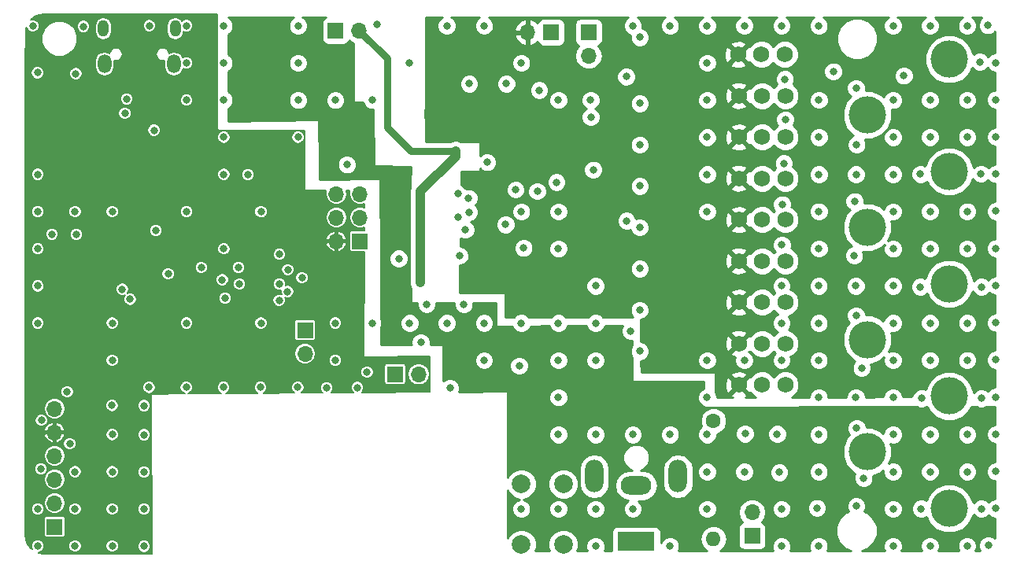
<source format=gbr>
G04 #@! TF.GenerationSoftware,KiCad,Pcbnew,(5.0.0)*
G04 #@! TF.CreationDate,2019-12-28T15:05:44+11:00*
G04 #@! TF.ProjectId,DAQ Board,44415120426F6172642E6B696361645F,rev?*
G04 #@! TF.SameCoordinates,Original*
G04 #@! TF.FileFunction,Copper,L3,Inr*
G04 #@! TF.FilePolarity,Positive*
%FSLAX46Y46*%
G04 Gerber Fmt 4.6, Leading zero omitted, Abs format (unit mm)*
G04 Created by KiCad (PCBNEW (5.0.0)) date 12/28/19 15:05:44*
%MOMM*%
%LPD*%
G01*
G04 APERTURE LIST*
G04 #@! TA.AperFunction,ViaPad*
%ADD10C,1.750000*%
G04 #@! TD*
G04 #@! TA.AperFunction,ViaPad*
%ADD11C,4.000000*%
G04 #@! TD*
G04 #@! TA.AperFunction,ViaPad*
%ADD12O,1.700000X1.700000*%
G04 #@! TD*
G04 #@! TA.AperFunction,ViaPad*
%ADD13R,1.700000X1.700000*%
G04 #@! TD*
G04 #@! TA.AperFunction,ViaPad*
%ADD14C,2.000000*%
G04 #@! TD*
G04 #@! TA.AperFunction,ViaPad*
%ADD15C,1.600000*%
G04 #@! TD*
G04 #@! TA.AperFunction,ViaPad*
%ADD16O,1.600000X1.600000*%
G04 #@! TD*
G04 #@! TA.AperFunction,ViaPad*
%ADD17O,1.450000X2.000000*%
G04 #@! TD*
G04 #@! TA.AperFunction,ViaPad*
%ADD18O,1.150000X1.800000*%
G04 #@! TD*
G04 #@! TA.AperFunction,ViaPad*
%ADD19R,4.000000X2.000000*%
G04 #@! TD*
G04 #@! TA.AperFunction,ViaPad*
%ADD20O,3.300000X2.000000*%
G04 #@! TD*
G04 #@! TA.AperFunction,ViaPad*
%ADD21O,2.000000X3.500000*%
G04 #@! TD*
G04 #@! TA.AperFunction,ViaPad*
%ADD22C,0.800000*%
G04 #@! TD*
G04 #@! TA.AperFunction,Conductor*
%ADD23C,1.000000*%
G04 #@! TD*
G04 #@! TA.AperFunction,Conductor*
%ADD24C,0.800000*%
G04 #@! TD*
G04 #@! TA.AperFunction,Conductor*
%ADD25C,0.254000*%
G04 #@! TD*
G04 #@! TA.AperFunction,Conductor*
%ADD26C,0.200000*%
G04 #@! TD*
G04 APERTURE END LIST*
D10*
G04 #@! TO.N,Net-(R10-Pad2)*
G04 #@! TO.C,SW10*
X205920428Y-76161482D03*
G04 #@! TO.N,Net-(J18-Pad1)*
X208420428Y-76161482D03*
G04 #@! TO.N,/ADC1299/AVDD*
X203420428Y-76161482D03*
G04 #@! TD*
D11*
G04 #@! TO.N,Net-(J19-Pad1)*
G04 #@! TO.C,J19*
X226060000Y-72220000D03*
G04 #@! TD*
G04 #@! TO.N,Net-(J18-Pad1)*
G04 #@! TO.C,J18*
X217230000Y-78215000D03*
G04 #@! TD*
G04 #@! TO.N,Net-(J17-Pad1)*
G04 #@! TO.C,J17*
X226060000Y-84305000D03*
G04 #@! TD*
G04 #@! TO.N,Net-(J13-Pad1)*
G04 #@! TO.C,J13*
X217230000Y-90300000D03*
G04 #@! TD*
G04 #@! TO.N,Net-(J11-Pad1)*
G04 #@! TO.C,J11*
X226060000Y-96390000D03*
G04 #@! TD*
G04 #@! TO.N,Net-(J9-Pad1)*
G04 #@! TO.C,J9*
X217230000Y-102385000D03*
G04 #@! TD*
G04 #@! TO.N,Net-(J1-Pad1)*
G04 #@! TO.C,J1*
X226060000Y-120560000D03*
G04 #@! TD*
G04 #@! TO.N,Net-(J3-Pad1)*
G04 #@! TO.C,J3*
X217230000Y-114470000D03*
G04 #@! TD*
G04 #@! TO.N,Net-(J8-Pad1)*
G04 #@! TO.C,J8*
X226060000Y-108475000D03*
G04 #@! TD*
D12*
G04 #@! TO.N,Net-(J5-Pad6)*
G04 #@! TO.C,J5*
X129830428Y-109841482D03*
G04 #@! TO.N,/+5V*
X129830428Y-112381482D03*
G04 #@! TO.N,/GND*
X129830428Y-114921482D03*
G04 #@! TO.N,/HC05_RX*
X129830428Y-117461482D03*
G04 #@! TO.N,/HC05_TX*
X129830428Y-120001482D03*
D13*
G04 #@! TO.N,Net-(J5-Pad1)*
X129830428Y-122541482D03*
G04 #@! TD*
G04 #@! TO.N,/GND*
G04 #@! TO.C,J12*
X156770428Y-101381482D03*
D12*
G04 #@! TO.N,/START*
X156770428Y-103921482D03*
G04 #@! TD*
G04 #@! TO.N,/VIN_RAW*
G04 #@! TO.C,J7*
X204860428Y-120981482D03*
D13*
G04 #@! TO.N,/GND*
X204860428Y-123521482D03*
G04 #@! TD*
G04 #@! TO.N,/GND*
G04 #@! TO.C,J16*
X160060428Y-69151482D03*
D12*
G04 #@! TO.N,/ADC1299/DVDD*
X162600428Y-69151482D03*
G04 #@! TD*
G04 #@! TO.N,/ADC1299/AVDD*
G04 #@! TO.C,J15*
X180710428Y-69321482D03*
D13*
G04 #@! TO.N,/GND*
X183250428Y-69321482D03*
G04 #@! TD*
G04 #@! TO.N,/GND*
G04 #@! TO.C,J14*
X187270428Y-69291482D03*
D12*
G04 #@! TO.N,/ADC1299/MID_SUPPLY*
X187270428Y-71831482D03*
G04 #@! TD*
D13*
G04 #@! TO.N,/GND*
G04 #@! TO.C,J10*
X166460000Y-106130000D03*
D12*
G04 #@! TO.N,/~CS*
X169000000Y-106130000D03*
G04 #@! TD*
D10*
G04 #@! TO.N,Net-(R7-Pad2)*
G04 #@! TO.C,SW7*
X205920428Y-89496482D03*
G04 #@! TO.N,Net-(J11-Pad1)*
X208420428Y-89496482D03*
G04 #@! TO.N,/ADC1299/AVDD*
X203420428Y-89496482D03*
G04 #@! TD*
G04 #@! TO.N,Net-(R3-Pad2)*
G04 #@! TO.C,SW3*
X205920428Y-107276482D03*
G04 #@! TO.N,Net-(J1-Pad1)*
X208420428Y-107276482D03*
G04 #@! TO.N,/ADC1299/AVDD*
X203420428Y-107276482D03*
G04 #@! TD*
G04 #@! TO.N,Net-(R4-Pad2)*
G04 #@! TO.C,SW4*
X205920428Y-102831482D03*
G04 #@! TO.N,Net-(J3-Pad1)*
X208420428Y-102831482D03*
G04 #@! TO.N,/ADC1299/AVDD*
X203420428Y-102831482D03*
G04 #@! TD*
G04 #@! TO.N,Net-(R5-Pad2)*
G04 #@! TO.C,SW5*
X205920428Y-98386482D03*
G04 #@! TO.N,Net-(J8-Pad1)*
X208420428Y-98386482D03*
G04 #@! TO.N,/ADC1299/AVDD*
X203420428Y-98386482D03*
G04 #@! TD*
G04 #@! TO.N,Net-(R6-Pad2)*
G04 #@! TO.C,SW6*
X205920428Y-93941482D03*
G04 #@! TO.N,Net-(J9-Pad1)*
X208420428Y-93941482D03*
G04 #@! TO.N,/ADC1299/AVDD*
X203420428Y-93941482D03*
G04 #@! TD*
G04 #@! TO.N,Net-(R8-Pad2)*
G04 #@! TO.C,SW8*
X205920428Y-85051482D03*
G04 #@! TO.N,Net-(J13-Pad1)*
X208420428Y-85051482D03*
G04 #@! TO.N,/ADC1299/AVDD*
X203420428Y-85051482D03*
G04 #@! TD*
G04 #@! TO.N,Net-(R9-Pad2)*
G04 #@! TO.C,SW9*
X205920428Y-80606482D03*
G04 #@! TO.N,Net-(J17-Pad1)*
X208420428Y-80606482D03*
G04 #@! TO.N,/ADC1299/AVDD*
X203420428Y-80606482D03*
G04 #@! TD*
G04 #@! TO.N,Net-(R11-Pad2)*
G04 #@! TO.C,SW11*
X205864548Y-71716482D03*
G04 #@! TO.N,Net-(J19-Pad1)*
X208364548Y-71716482D03*
G04 #@! TO.N,/ADC1299/AVDD*
X203364548Y-71716482D03*
G04 #@! TD*
D14*
G04 #@! TO.N,/~RESET*
G04 #@! TO.C,PB1*
X184540000Y-117950000D03*
X180040000Y-117950000D03*
G04 #@! TO.N,/GND*
X180040000Y-124450000D03*
X184540000Y-124450000D03*
G04 #@! TD*
D15*
G04 #@! TO.N,Net-(F1-Pad1)*
G04 #@! TO.C,F1*
X200700428Y-111151482D03*
D16*
G04 #@! TO.N,/VIN_RAW*
X200700428Y-123851482D03*
G04 #@! TD*
D17*
G04 #@! TO.N,/GND*
G04 #@! TO.C,J2*
X142666843Y-72730245D03*
X135216843Y-72730245D03*
D18*
X142816843Y-68930245D03*
X135066843Y-68930245D03*
G04 #@! TD*
D19*
G04 #@! TO.N,/GND*
G04 #@! TO.C,J4*
X192390428Y-124111482D03*
D20*
G04 #@! TO.N,/VIN_RAW*
X192390428Y-118111482D03*
D21*
G04 #@! TO.N,N/C*
X196890428Y-117111482D03*
X187890428Y-117111482D03*
G04 #@! TD*
D13*
G04 #@! TO.N,/ADC1299/MISO*
G04 #@! TO.C,J6*
X162680428Y-91811482D03*
D12*
G04 #@! TO.N,/+5V*
X160140428Y-91811482D03*
G04 #@! TO.N,/ADC1299/SCLK*
X162680428Y-89271482D03*
G04 #@! TO.N,/ADC1299/MOSI*
X160140428Y-89271482D03*
G04 #@! TO.N,/~RESET*
X162680428Y-86731482D03*
G04 #@! TO.N,/GND*
X160140428Y-86731482D03*
G04 #@! TD*
D22*
G04 #@! TO.N,/ADC1299/MID_SUPPLY*
X181950428Y-75551482D03*
X187760428Y-84121482D03*
G04 #@! TO.N,Net-(ADC1-Pad17)*
X192770428Y-94758482D03*
X192770428Y-90313482D03*
X192770428Y-85868482D03*
X192770428Y-81423482D03*
X192770428Y-76978482D03*
X192770428Y-69866482D03*
X192770428Y-99203482D03*
X192770428Y-103648482D03*
G04 #@! TO.N,/ADC1299/AVDD*
X175420428Y-79861482D03*
X179050428Y-73481482D03*
X184850428Y-74221482D03*
X184870428Y-97601482D03*
X179800428Y-105211482D03*
X187980428Y-81671482D03*
X173960428Y-96271482D03*
G04 #@! TO.N,/GND*
X216060000Y-120320000D03*
X139440000Y-109510000D03*
X136000000Y-109490000D03*
X162400000Y-107560000D03*
X149610000Y-94620000D03*
X145610000Y-94620000D03*
X181740000Y-86430000D03*
X179410000Y-86260000D03*
X180270000Y-92540000D03*
X183810428Y-85451482D03*
X148170428Y-97951482D03*
X127480000Y-68630000D03*
X132930000Y-68690000D03*
X140020000Y-68620000D03*
X144020000Y-68620000D03*
X148020000Y-68620000D03*
X156020000Y-68620000D03*
X164540000Y-68450000D03*
X172020000Y-68620000D03*
X176020000Y-68620000D03*
X192020000Y-68620000D03*
X196020000Y-68620000D03*
X200020000Y-68620000D03*
X204020000Y-68620000D03*
X208020000Y-68620000D03*
X212020000Y-68620000D03*
X223990000Y-68610000D03*
X220020000Y-68620000D03*
X127990000Y-73680000D03*
X132120000Y-73770000D03*
X144020000Y-72620000D03*
X148020000Y-72620000D03*
X156020000Y-72620000D03*
X168020000Y-72620000D03*
X180020000Y-72620000D03*
X191320000Y-74100000D03*
X200020000Y-72620000D03*
X213580000Y-73530000D03*
X221180000Y-73990000D03*
X137590000Y-76500000D03*
X144020000Y-76620000D03*
X148020000Y-76620000D03*
X156020000Y-76620000D03*
X160020000Y-76620000D03*
X164020000Y-76620000D03*
X184020000Y-76620000D03*
X187490000Y-76620000D03*
X200020000Y-76620000D03*
X208380000Y-74360000D03*
X220020000Y-76620000D03*
X148020000Y-80620000D03*
X156020000Y-80620000D03*
X187500000Y-78440000D03*
X200020000Y-80620000D03*
X220020000Y-80620000D03*
X128020000Y-84620000D03*
X148020000Y-84620000D03*
X150620000Y-84640000D03*
X176350000Y-83310000D03*
X200020000Y-84620000D03*
X220020000Y-84620000D03*
X128020000Y-88620000D03*
X132020000Y-88620000D03*
X136020000Y-88620000D03*
X144020000Y-88620000D03*
X152020000Y-88620000D03*
X180020000Y-88620000D03*
X184020000Y-88620000D03*
X191350000Y-89610000D03*
X200020000Y-88620000D03*
X220020000Y-88620000D03*
X128020000Y-92620000D03*
X140720000Y-90660000D03*
X148020000Y-92620000D03*
X166840000Y-93670000D03*
X184020000Y-92620000D03*
X220020000Y-92620000D03*
X128020000Y-96620000D03*
X147870000Y-95960000D03*
X188020000Y-96620000D03*
X208020000Y-96620000D03*
X212020000Y-96620000D03*
X216020000Y-96620000D03*
X220020000Y-96620000D03*
X128020000Y-100620000D03*
X136020000Y-100620000D03*
X144020000Y-100620000D03*
X152020000Y-100620000D03*
X160020000Y-100620000D03*
X164020000Y-100620000D03*
X168020000Y-100620000D03*
X172020000Y-100620000D03*
X176020000Y-100620000D03*
X180020000Y-100620000D03*
X184020000Y-100620000D03*
X188020000Y-100620000D03*
X191780000Y-101480000D03*
X208020000Y-100620000D03*
X212020000Y-100620000D03*
X216040000Y-99790000D03*
X220020000Y-100620000D03*
X136020000Y-104620000D03*
X160020000Y-104620000D03*
X163430000Y-105910000D03*
X169210000Y-102710000D03*
X172350000Y-107610000D03*
X176020000Y-104620000D03*
X184020000Y-104620000D03*
X188020000Y-104620000D03*
X200020000Y-104620000D03*
X204020000Y-104620000D03*
X208020000Y-104620000D03*
X212020000Y-104620000D03*
X216650000Y-105450000D03*
X220020000Y-104620000D03*
X131180000Y-108020000D03*
X139990000Y-107530000D03*
X143990000Y-107530000D03*
X147990000Y-107530000D03*
X151990000Y-107530000D03*
X155990000Y-107530000D03*
X159100000Y-107580000D03*
X184020000Y-108620000D03*
X200020000Y-108620000D03*
X212020000Y-108620000D03*
X216020000Y-108620000D03*
X220020000Y-108620000D03*
X128400000Y-111080000D03*
X131450000Y-113610000D03*
X136020000Y-112620000D03*
X139460000Y-112640000D03*
X184020000Y-112620000D03*
X188020000Y-112620000D03*
X192020000Y-112620000D03*
X196020000Y-112620000D03*
X200020000Y-112620000D03*
X212020000Y-112620000D03*
X216110000Y-111920000D03*
X220020000Y-112620000D03*
X128360000Y-116320000D03*
X132020000Y-116620000D03*
X136020000Y-116620000D03*
X139460000Y-116640000D03*
X211840000Y-120530000D03*
X207780000Y-116690000D03*
X207560000Y-112560000D03*
X204090000Y-112530000D03*
X178420000Y-74860000D03*
X174420000Y-74860000D03*
X169840000Y-98620000D03*
X173840000Y-98620000D03*
X200020000Y-116620000D03*
X204020000Y-116620000D03*
X212020000Y-116620000D03*
X216850000Y-117300000D03*
X220020000Y-116620000D03*
X128020000Y-120620000D03*
X132020000Y-120620000D03*
X139460000Y-120640000D03*
X136030000Y-120630000D03*
X180020000Y-120620000D03*
X184020000Y-120620000D03*
X188020000Y-120620000D03*
X192020000Y-120620000D03*
X200020000Y-120620000D03*
X208020000Y-120620000D03*
X220020000Y-120620000D03*
X128020000Y-124620000D03*
X132020000Y-124620000D03*
X136020000Y-124620000D03*
X139460000Y-124640000D03*
X188020000Y-124620000D03*
X192020000Y-124620000D03*
X196020000Y-124620000D03*
X208020000Y-124620000D03*
X212020000Y-124620000D03*
X220020000Y-124620000D03*
X212030000Y-76610000D03*
X216040000Y-75320000D03*
X208420000Y-78710000D03*
X212030000Y-80610000D03*
X216090000Y-81430000D03*
X208260000Y-83430000D03*
X212030000Y-84610000D03*
X216030000Y-84610000D03*
X208080000Y-87840000D03*
X212030000Y-88610000D03*
X215870000Y-87510000D03*
X208060000Y-92200000D03*
X212030000Y-92610000D03*
X215830000Y-93350000D03*
X227990000Y-68610000D03*
X230200000Y-68570000D03*
X229350000Y-72500000D03*
X231060000Y-72580000D03*
X223990000Y-76610000D03*
X227990000Y-76610000D03*
X231060000Y-76580000D03*
X223990000Y-80610000D03*
X227990000Y-80610000D03*
X231060000Y-80580000D03*
X222970000Y-84590000D03*
X229470000Y-84550000D03*
X231060000Y-84580000D03*
X223990000Y-88610000D03*
X227990000Y-88610000D03*
X231060000Y-88580000D03*
X223990000Y-92610000D03*
X227990000Y-92610000D03*
X231060000Y-92580000D03*
X222940000Y-96710000D03*
X229510000Y-96710000D03*
X231060000Y-96580000D03*
X223990000Y-100610000D03*
X227990000Y-100610000D03*
X231060000Y-100580000D03*
X223990000Y-104610000D03*
X227990000Y-104610000D03*
X231060000Y-104580000D03*
X223070000Y-108730000D03*
X229510000Y-108730000D03*
X231060000Y-108580000D03*
X223990000Y-112610000D03*
X227990000Y-112610000D03*
X231060000Y-112580000D03*
X223990000Y-116610000D03*
X227990000Y-116610000D03*
X231060000Y-116580000D03*
X223030000Y-120600000D03*
X229510000Y-120600000D03*
X231060000Y-120580000D03*
X223990000Y-124610000D03*
X227990000Y-124610000D03*
X230270000Y-124540000D03*
G04 #@! TO.N,/ADC1299/MOSI*
X154000428Y-93211482D03*
G04 #@! TO.N,/ADC1299/SCLK*
X173220428Y-89191482D03*
G04 #@! TO.N,/ADC1299/MISO*
X174020428Y-90571482D03*
G04 #@! TO.N,/ADC1299/DVDD*
X169150428Y-96271482D03*
X172940428Y-82091482D03*
G04 #@! TO.N,/+5V*
X131600428Y-99341482D03*
X135160000Y-94830000D03*
X149130428Y-104161482D03*
X130220000Y-78360000D03*
X127310000Y-78590000D03*
X134770428Y-79041482D03*
X141670428Y-81671482D03*
X150570428Y-88951482D03*
X152270428Y-90221482D03*
X161900000Y-105060000D03*
G04 #@! TO.N,/VIN*
X152280428Y-68081482D03*
X186910428Y-111061482D03*
X193120428Y-110571482D03*
X156330428Y-75171482D03*
G04 #@! TO.N,Net-(J2-Pad2)*
X140520428Y-79861482D03*
X137390428Y-78041482D03*
G04 #@! TO.N,/Arduino Nano/TX*
X132180428Y-91091482D03*
X137950428Y-98051482D03*
G04 #@! TO.N,/Arduino Nano/RX*
X129550428Y-91061482D03*
X137110428Y-96981482D03*
G04 #@! TO.N,/~DRDY*
X173400428Y-93371482D03*
X154890428Y-97221482D03*
G04 #@! TO.N,/~PWDN*
X173190428Y-86681482D03*
X153970428Y-98171482D03*
G04 #@! TO.N,/START*
X149710428Y-96411482D03*
X156430428Y-95721482D03*
X154000428Y-96401482D03*
G04 #@! TO.N,/~CS*
X174410428Y-88671482D03*
X154900428Y-94871482D03*
X178340428Y-90010982D03*
G04 #@! TO.N,/~RESET*
X161270428Y-83561482D03*
X174370428Y-87171482D03*
X142031316Y-95302370D03*
G04 #@! TD*
D23*
G04 #@! TO.N,/ADC1299/DVDD*
X169150428Y-95705797D02*
X169150428Y-96271482D01*
X169150428Y-86447167D02*
X169150428Y-95705797D01*
X172940428Y-82657167D02*
X169150428Y-86447167D01*
X172940428Y-82091482D02*
X172940428Y-82657167D01*
D24*
X172940428Y-82091482D02*
X168110428Y-82091482D01*
X168110428Y-82091482D02*
X165590428Y-79571482D01*
X165590428Y-72141482D02*
X162600428Y-69151482D01*
X165590428Y-79571482D02*
X165590428Y-72141482D01*
G04 #@! TD*
D25*
G04 #@! TO.N,/VIN*
G36*
X158962663Y-67703325D02*
X158752619Y-67843673D01*
X158612271Y-68053717D01*
X158562988Y-68301482D01*
X158562988Y-70001482D01*
X158612271Y-70249247D01*
X158752619Y-70459291D01*
X158962663Y-70599639D01*
X159210428Y-70648922D01*
X160910428Y-70648922D01*
X161158193Y-70599639D01*
X161368237Y-70459291D01*
X161508585Y-70249247D01*
X161517612Y-70203863D01*
X161529803Y-70222107D01*
X161972258Y-70517746D01*
X161983428Y-76761709D01*
X161993182Y-76810293D01*
X162020786Y-76851445D01*
X162062037Y-76878901D01*
X162112835Y-76888459D01*
X163003926Y-76871566D01*
X163142569Y-77206280D01*
X163433720Y-77497431D01*
X163814126Y-77655000D01*
X164098837Y-77655000D01*
X164133430Y-83622218D01*
X164143379Y-83670762D01*
X164171148Y-83711804D01*
X164212508Y-83739094D01*
X164260109Y-83748482D01*
X168108624Y-83758152D01*
X168043516Y-85506757D01*
X168051368Y-85555683D01*
X168077346Y-85597881D01*
X168084344Y-85602943D01*
X168087090Y-85995621D01*
X168081283Y-86004312D01*
X168081282Y-86004313D01*
X167993193Y-86447167D01*
X168015428Y-86558950D01*
X168015429Y-95594010D01*
X168015428Y-95594015D01*
X168015428Y-96383265D01*
X168081282Y-96714337D01*
X168162900Y-96836487D01*
X168173431Y-98342370D01*
X168183438Y-98390902D01*
X168211256Y-98431910D01*
X168252649Y-98459152D01*
X168301125Y-98468480D01*
X168805000Y-98465714D01*
X168805000Y-98825874D01*
X168962569Y-99206280D01*
X169253720Y-99497431D01*
X169634126Y-99655000D01*
X170045874Y-99655000D01*
X170426280Y-99497431D01*
X170717431Y-99206280D01*
X170875000Y-98825874D01*
X170875000Y-98454353D01*
X172805000Y-98443760D01*
X172805000Y-98825874D01*
X172962569Y-99206280D01*
X173253720Y-99497431D01*
X173634126Y-99655000D01*
X174045874Y-99655000D01*
X174426280Y-99497431D01*
X174717431Y-99206280D01*
X174875000Y-98825874D01*
X174875000Y-98432399D01*
X177282431Y-98419186D01*
X177263432Y-100860494D01*
X177272721Y-100909168D01*
X177299929Y-100950583D01*
X177340916Y-100978433D01*
X177391467Y-100988478D01*
X179046744Y-100974938D01*
X179142569Y-101206280D01*
X179433720Y-101497431D01*
X179814126Y-101655000D01*
X180225874Y-101655000D01*
X180606280Y-101497431D01*
X180897431Y-101206280D01*
X180999874Y-100958961D01*
X183033237Y-100942328D01*
X183142569Y-101206280D01*
X183433720Y-101497431D01*
X183814126Y-101655000D01*
X184225874Y-101655000D01*
X184606280Y-101497431D01*
X184897431Y-101206280D01*
X185013473Y-100926130D01*
X187019730Y-100909719D01*
X187142569Y-101206280D01*
X187433720Y-101497431D01*
X187814126Y-101655000D01*
X188225874Y-101655000D01*
X188606280Y-101497431D01*
X188897431Y-101206280D01*
X189027072Y-100893299D01*
X190918462Y-100877827D01*
X190902569Y-100893720D01*
X190745000Y-101274126D01*
X190745000Y-101685874D01*
X190902569Y-102066280D01*
X191193720Y-102357431D01*
X191574126Y-102515000D01*
X191933428Y-102515000D01*
X191933428Y-103021771D01*
X191892997Y-103062202D01*
X191735428Y-103442608D01*
X191735428Y-103854356D01*
X191892997Y-104234762D01*
X191933428Y-104275193D01*
X191933428Y-106751482D01*
X191943095Y-106800083D01*
X191970625Y-106841285D01*
X192011827Y-106868815D01*
X192060428Y-106878482D01*
X199663428Y-106878482D01*
X199663428Y-107647421D01*
X199433720Y-107742569D01*
X199142569Y-108033720D01*
X198985000Y-108414126D01*
X198985000Y-108825874D01*
X199142569Y-109206280D01*
X199433720Y-109497431D01*
X199670169Y-109595371D01*
X199673095Y-109610083D01*
X199700625Y-109651285D01*
X199741827Y-109678815D01*
X199790663Y-109688482D01*
X219805556Y-109651450D01*
X219814126Y-109655000D01*
X220225874Y-109655000D01*
X220236368Y-109650653D01*
X222577610Y-109646321D01*
X222864126Y-109765000D01*
X223275874Y-109765000D01*
X223566809Y-109644491D01*
X223692219Y-109644259D01*
X223826155Y-109967608D01*
X224567392Y-110708845D01*
X225535866Y-111110000D01*
X226584134Y-111110000D01*
X227552608Y-110708845D01*
X228293845Y-109967608D01*
X228431412Y-109635490D01*
X228988971Y-109634459D01*
X229304126Y-109765000D01*
X229715874Y-109765000D01*
X230035704Y-109632522D01*
X231004885Y-109630729D01*
X231005590Y-111545000D01*
X230854126Y-111545000D01*
X230473720Y-111702569D01*
X230182569Y-111993720D01*
X230025000Y-112374126D01*
X230025000Y-112785874D01*
X230182569Y-113166280D01*
X230473720Y-113457431D01*
X230854126Y-113615000D01*
X231006354Y-113615000D01*
X231007066Y-115545000D01*
X230854126Y-115545000D01*
X230473720Y-115702569D01*
X230182569Y-115993720D01*
X230025000Y-116374126D01*
X230025000Y-116785874D01*
X230182569Y-117166280D01*
X230473720Y-117457431D01*
X230854126Y-117615000D01*
X231007829Y-117615000D01*
X231008541Y-119545000D01*
X230854126Y-119545000D01*
X230473720Y-119702569D01*
X230275000Y-119901289D01*
X230096280Y-119722569D01*
X229715874Y-119565000D01*
X229304126Y-119565000D01*
X228923720Y-119722569D01*
X228670228Y-119976061D01*
X228293845Y-119067392D01*
X227552608Y-118326155D01*
X226584134Y-117925000D01*
X225535866Y-117925000D01*
X224567392Y-118326155D01*
X223826155Y-119067392D01*
X223563779Y-119700823D01*
X223235874Y-119565000D01*
X222824126Y-119565000D01*
X222443720Y-119722569D01*
X222152569Y-120013720D01*
X221995000Y-120394126D01*
X221995000Y-120805874D01*
X222152569Y-121186280D01*
X222443720Y-121477431D01*
X222824126Y-121635000D01*
X223235874Y-121635000D01*
X223592064Y-121487462D01*
X223826155Y-122052608D01*
X224567392Y-122793845D01*
X225535866Y-123195000D01*
X226584134Y-123195000D01*
X227552608Y-122793845D01*
X228293845Y-122052608D01*
X228646797Y-121200508D01*
X228923720Y-121477431D01*
X229304126Y-121635000D01*
X229715874Y-121635000D01*
X230096280Y-121477431D01*
X230295000Y-121278711D01*
X230473720Y-121457431D01*
X230854126Y-121615000D01*
X231009305Y-121615000D01*
X231009979Y-123443986D01*
X230967938Y-123774227D01*
X230856280Y-123662569D01*
X230475874Y-123505000D01*
X230064126Y-123505000D01*
X229683720Y-123662569D01*
X229392569Y-123953720D01*
X229235000Y-124334126D01*
X229235000Y-124745874D01*
X229391328Y-125123284D01*
X229342189Y-125129966D01*
X228894991Y-125129745D01*
X229025000Y-124815874D01*
X229025000Y-124404126D01*
X228867431Y-124023720D01*
X228576280Y-123732569D01*
X228195874Y-123575000D01*
X227784126Y-123575000D01*
X227403720Y-123732569D01*
X227112569Y-124023720D01*
X226955000Y-124404126D01*
X226955000Y-124815874D01*
X227084637Y-125128847D01*
X224895813Y-125127761D01*
X225025000Y-124815874D01*
X225025000Y-124404126D01*
X224867431Y-124023720D01*
X224576280Y-123732569D01*
X224195874Y-123575000D01*
X223784126Y-123575000D01*
X223403720Y-123732569D01*
X223112569Y-124023720D01*
X222955000Y-124404126D01*
X222955000Y-124815874D01*
X223083815Y-125126862D01*
X220930769Y-125125794D01*
X221055000Y-124825874D01*
X221055000Y-124414126D01*
X220897431Y-124033720D01*
X220606280Y-123742569D01*
X220225874Y-123585000D01*
X219814126Y-123585000D01*
X219433720Y-123742569D01*
X219142569Y-124033720D01*
X218985000Y-124414126D01*
X218985000Y-124825874D01*
X219108856Y-125124890D01*
X216700292Y-125123695D01*
X217346026Y-124856223D01*
X217974741Y-124227508D01*
X218315000Y-123406051D01*
X218315000Y-122516913D01*
X217974741Y-121695456D01*
X217346026Y-121066741D01*
X216940537Y-120898782D01*
X217095000Y-120525874D01*
X217095000Y-120414126D01*
X218985000Y-120414126D01*
X218985000Y-120825874D01*
X219142569Y-121206280D01*
X219433720Y-121497431D01*
X219814126Y-121655000D01*
X220225874Y-121655000D01*
X220606280Y-121497431D01*
X220897431Y-121206280D01*
X221055000Y-120825874D01*
X221055000Y-120414126D01*
X220897431Y-120033720D01*
X220606280Y-119742569D01*
X220225874Y-119585000D01*
X219814126Y-119585000D01*
X219433720Y-119742569D01*
X219142569Y-120033720D01*
X218985000Y-120414126D01*
X217095000Y-120414126D01*
X217095000Y-120114126D01*
X216937431Y-119733720D01*
X216646280Y-119442569D01*
X216265874Y-119285000D01*
X215854126Y-119285000D01*
X215473720Y-119442569D01*
X215182569Y-119733720D01*
X215025000Y-120114126D01*
X215025000Y-120525874D01*
X215182569Y-120906280D01*
X215188073Y-120911784D01*
X214813974Y-121066741D01*
X214185259Y-121695456D01*
X213845000Y-122516913D01*
X213845000Y-123406051D01*
X214185259Y-124227508D01*
X214813974Y-124856223D01*
X215458221Y-125123079D01*
X212932413Y-125121826D01*
X213055000Y-124825874D01*
X213055000Y-124414126D01*
X212897431Y-124033720D01*
X212606280Y-123742569D01*
X212225874Y-123585000D01*
X211814126Y-123585000D01*
X211433720Y-123742569D01*
X211142569Y-124033720D01*
X210985000Y-124414126D01*
X210985000Y-124825874D01*
X211107212Y-125120921D01*
X208933235Y-125119842D01*
X209055000Y-124825874D01*
X209055000Y-124414126D01*
X208897431Y-124033720D01*
X208606280Y-123742569D01*
X208225874Y-123585000D01*
X207814126Y-123585000D01*
X207433720Y-123742569D01*
X207142569Y-124033720D01*
X206985000Y-124414126D01*
X206985000Y-124825874D01*
X207106390Y-125118936D01*
X201390724Y-125116100D01*
X201735005Y-124886059D01*
X202052168Y-124411391D01*
X202163541Y-123851482D01*
X202052168Y-123291573D01*
X201735005Y-122816905D01*
X201260337Y-122499742D01*
X200841761Y-122416482D01*
X200559095Y-122416482D01*
X200140519Y-122499742D01*
X199665851Y-122816905D01*
X199348688Y-123291573D01*
X199237315Y-123851482D01*
X199348688Y-124411391D01*
X199665851Y-124886059D01*
X200009107Y-125115415D01*
X196935700Y-125113890D01*
X197055000Y-124825874D01*
X197055000Y-124414126D01*
X196897431Y-124033720D01*
X196606280Y-123742569D01*
X196225874Y-123585000D01*
X195814126Y-123585000D01*
X195433720Y-123742569D01*
X195142569Y-124033720D01*
X195037868Y-124286491D01*
X195037868Y-123111482D01*
X194988585Y-122863717D01*
X194848237Y-122653673D01*
X194638193Y-122513325D01*
X194390428Y-122464042D01*
X190390428Y-122464042D01*
X190142663Y-122513325D01*
X189932619Y-122653673D01*
X189792271Y-122863717D01*
X189742988Y-123111482D01*
X189742988Y-125110322D01*
X188937343Y-125109923D01*
X189055000Y-124825874D01*
X189055000Y-124414126D01*
X188897431Y-124033720D01*
X188606280Y-123742569D01*
X188225874Y-123585000D01*
X187814126Y-123585000D01*
X187433720Y-123742569D01*
X187142569Y-124033720D01*
X186985000Y-124414126D01*
X186985000Y-124825874D01*
X187102279Y-125109012D01*
X186036958Y-125108484D01*
X186175000Y-124775222D01*
X186175000Y-124124778D01*
X185926086Y-123523847D01*
X185466153Y-123063914D01*
X184865222Y-122815000D01*
X184214778Y-122815000D01*
X183613847Y-123063914D01*
X183153914Y-123523847D01*
X182905000Y-124124778D01*
X182905000Y-124775222D01*
X183042426Y-125106998D01*
X181537883Y-125106252D01*
X181675000Y-124775222D01*
X181675000Y-124124778D01*
X181426086Y-123523847D01*
X180966153Y-123063914D01*
X180365222Y-122815000D01*
X179714778Y-122815000D01*
X179113847Y-123063914D01*
X178653914Y-123523847D01*
X178546722Y-123782632D01*
X178553363Y-118633402D01*
X178653914Y-118876153D01*
X179113847Y-119336086D01*
X179714778Y-119585000D01*
X179814126Y-119585000D01*
X179433720Y-119742569D01*
X179142569Y-120033720D01*
X178985000Y-120414126D01*
X178985000Y-120825874D01*
X179142569Y-121206280D01*
X179433720Y-121497431D01*
X179814126Y-121655000D01*
X180225874Y-121655000D01*
X180606280Y-121497431D01*
X180897431Y-121206280D01*
X181055000Y-120825874D01*
X181055000Y-120414126D01*
X180897431Y-120033720D01*
X180606280Y-119742569D01*
X180225874Y-119585000D01*
X180365222Y-119585000D01*
X180966153Y-119336086D01*
X181426086Y-118876153D01*
X181675000Y-118275222D01*
X181675000Y-117624778D01*
X182905000Y-117624778D01*
X182905000Y-118275222D01*
X183153914Y-118876153D01*
X183613847Y-119336086D01*
X184214778Y-119585000D01*
X183814126Y-119585000D01*
X183433720Y-119742569D01*
X183142569Y-120033720D01*
X182985000Y-120414126D01*
X182985000Y-120825874D01*
X183142569Y-121206280D01*
X183433720Y-121497431D01*
X183814126Y-121655000D01*
X184225874Y-121655000D01*
X184606280Y-121497431D01*
X184897431Y-121206280D01*
X185055000Y-120825874D01*
X185055000Y-120414126D01*
X186985000Y-120414126D01*
X186985000Y-120825874D01*
X187142569Y-121206280D01*
X187433720Y-121497431D01*
X187814126Y-121655000D01*
X188225874Y-121655000D01*
X188606280Y-121497431D01*
X188897431Y-121206280D01*
X189055000Y-120825874D01*
X189055000Y-120414126D01*
X188897431Y-120033720D01*
X188606280Y-119742569D01*
X188225874Y-119585000D01*
X187814126Y-119585000D01*
X187433720Y-119742569D01*
X187142569Y-120033720D01*
X186985000Y-120414126D01*
X185055000Y-120414126D01*
X184897431Y-120033720D01*
X184606280Y-119742569D01*
X184225874Y-119585000D01*
X184865222Y-119585000D01*
X185466153Y-119336086D01*
X185926086Y-118876153D01*
X186175000Y-118275222D01*
X186175000Y-117624778D01*
X185926086Y-117023847D01*
X185466153Y-116563914D01*
X184865222Y-116315000D01*
X184214778Y-116315000D01*
X183613847Y-116563914D01*
X183153914Y-117023847D01*
X182905000Y-117624778D01*
X181675000Y-117624778D01*
X181426086Y-117023847D01*
X180966153Y-116563914D01*
X180365222Y-116315000D01*
X179714778Y-116315000D01*
X179113847Y-116563914D01*
X178653914Y-117023847D01*
X178555131Y-117262329D01*
X178556500Y-116200451D01*
X186255428Y-116200451D01*
X186255428Y-118022512D01*
X186350292Y-118499426D01*
X186711659Y-119040251D01*
X187252483Y-119401618D01*
X187890428Y-119528513D01*
X188528372Y-119401618D01*
X189069197Y-119040251D01*
X189430564Y-118499427D01*
X189507730Y-118111482D01*
X190073397Y-118111482D01*
X190200292Y-118749427D01*
X190561659Y-119290251D01*
X191102483Y-119651618D01*
X191474599Y-119725636D01*
X191433720Y-119742569D01*
X191142569Y-120033720D01*
X190985000Y-120414126D01*
X190985000Y-120825874D01*
X191142569Y-121206280D01*
X191433720Y-121497431D01*
X191814126Y-121655000D01*
X192225874Y-121655000D01*
X192606280Y-121497431D01*
X192897431Y-121206280D01*
X193055000Y-120825874D01*
X193055000Y-120414126D01*
X198985000Y-120414126D01*
X198985000Y-120825874D01*
X199142569Y-121206280D01*
X199433720Y-121497431D01*
X199814126Y-121655000D01*
X200225874Y-121655000D01*
X200606280Y-121497431D01*
X200897431Y-121206280D01*
X200990545Y-120981482D01*
X203346336Y-120981482D01*
X203461589Y-121560900D01*
X203789803Y-122052107D01*
X203808047Y-122064298D01*
X203762663Y-122073325D01*
X203552619Y-122213673D01*
X203412271Y-122423717D01*
X203362988Y-122671482D01*
X203362988Y-124371482D01*
X203412271Y-124619247D01*
X203552619Y-124829291D01*
X203762663Y-124969639D01*
X204010428Y-125018922D01*
X205710428Y-125018922D01*
X205958193Y-124969639D01*
X206168237Y-124829291D01*
X206308585Y-124619247D01*
X206357868Y-124371482D01*
X206357868Y-122671482D01*
X206308585Y-122423717D01*
X206168237Y-122213673D01*
X205958193Y-122073325D01*
X205912809Y-122064298D01*
X205931053Y-122052107D01*
X206259267Y-121560900D01*
X206374520Y-120981482D01*
X206261667Y-120414126D01*
X206985000Y-120414126D01*
X206985000Y-120825874D01*
X207142569Y-121206280D01*
X207433720Y-121497431D01*
X207814126Y-121655000D01*
X208225874Y-121655000D01*
X208606280Y-121497431D01*
X208897431Y-121206280D01*
X209055000Y-120825874D01*
X209055000Y-120414126D01*
X209017721Y-120324126D01*
X210805000Y-120324126D01*
X210805000Y-120735874D01*
X210962569Y-121116280D01*
X211253720Y-121407431D01*
X211634126Y-121565000D01*
X212045874Y-121565000D01*
X212426280Y-121407431D01*
X212717431Y-121116280D01*
X212875000Y-120735874D01*
X212875000Y-120324126D01*
X212717431Y-119943720D01*
X212426280Y-119652569D01*
X212045874Y-119495000D01*
X211634126Y-119495000D01*
X211253720Y-119652569D01*
X210962569Y-119943720D01*
X210805000Y-120324126D01*
X209017721Y-120324126D01*
X208897431Y-120033720D01*
X208606280Y-119742569D01*
X208225874Y-119585000D01*
X207814126Y-119585000D01*
X207433720Y-119742569D01*
X207142569Y-120033720D01*
X206985000Y-120414126D01*
X206261667Y-120414126D01*
X206259267Y-120402064D01*
X205931053Y-119910857D01*
X205439846Y-119582643D01*
X205006684Y-119496482D01*
X204714172Y-119496482D01*
X204281010Y-119582643D01*
X203789803Y-119910857D01*
X203461589Y-120402064D01*
X203346336Y-120981482D01*
X200990545Y-120981482D01*
X201055000Y-120825874D01*
X201055000Y-120414126D01*
X200897431Y-120033720D01*
X200606280Y-119742569D01*
X200225874Y-119585000D01*
X199814126Y-119585000D01*
X199433720Y-119742569D01*
X199142569Y-120033720D01*
X198985000Y-120414126D01*
X193055000Y-120414126D01*
X192897431Y-120033720D01*
X192610193Y-119746482D01*
X193201459Y-119746482D01*
X193678373Y-119651618D01*
X194219197Y-119290251D01*
X194580564Y-118749427D01*
X194707459Y-118111482D01*
X194580564Y-117473537D01*
X194219197Y-116932713D01*
X193678373Y-116571346D01*
X193201459Y-116476482D01*
X192844862Y-116476482D01*
X193203290Y-116328016D01*
X193330855Y-116200451D01*
X195255428Y-116200451D01*
X195255428Y-118022512D01*
X195350292Y-118499426D01*
X195711659Y-119040251D01*
X196252483Y-119401618D01*
X196890428Y-119528513D01*
X197528372Y-119401618D01*
X198069197Y-119040251D01*
X198430564Y-118499427D01*
X198525428Y-118022513D01*
X198525428Y-116414126D01*
X198985000Y-116414126D01*
X198985000Y-116825874D01*
X199142569Y-117206280D01*
X199433720Y-117497431D01*
X199814126Y-117655000D01*
X200225874Y-117655000D01*
X200606280Y-117497431D01*
X200897431Y-117206280D01*
X201055000Y-116825874D01*
X201055000Y-116414126D01*
X202985000Y-116414126D01*
X202985000Y-116825874D01*
X203142569Y-117206280D01*
X203433720Y-117497431D01*
X203814126Y-117655000D01*
X204225874Y-117655000D01*
X204606280Y-117497431D01*
X204897431Y-117206280D01*
X205055000Y-116825874D01*
X205055000Y-116484126D01*
X206745000Y-116484126D01*
X206745000Y-116895874D01*
X206902569Y-117276280D01*
X207193720Y-117567431D01*
X207574126Y-117725000D01*
X207985874Y-117725000D01*
X208366280Y-117567431D01*
X208657431Y-117276280D01*
X208815000Y-116895874D01*
X208815000Y-116484126D01*
X208786006Y-116414126D01*
X210985000Y-116414126D01*
X210985000Y-116825874D01*
X211142569Y-117206280D01*
X211433720Y-117497431D01*
X211814126Y-117655000D01*
X212225874Y-117655000D01*
X212606280Y-117497431D01*
X212897431Y-117206280D01*
X213055000Y-116825874D01*
X213055000Y-116414126D01*
X212897431Y-116033720D01*
X212606280Y-115742569D01*
X212225874Y-115585000D01*
X211814126Y-115585000D01*
X211433720Y-115742569D01*
X211142569Y-116033720D01*
X210985000Y-116414126D01*
X208786006Y-116414126D01*
X208657431Y-116103720D01*
X208366280Y-115812569D01*
X207985874Y-115655000D01*
X207574126Y-115655000D01*
X207193720Y-115812569D01*
X206902569Y-116103720D01*
X206745000Y-116484126D01*
X205055000Y-116484126D01*
X205055000Y-116414126D01*
X204897431Y-116033720D01*
X204606280Y-115742569D01*
X204225874Y-115585000D01*
X203814126Y-115585000D01*
X203433720Y-115742569D01*
X203142569Y-116033720D01*
X202985000Y-116414126D01*
X201055000Y-116414126D01*
X200897431Y-116033720D01*
X200606280Y-115742569D01*
X200225874Y-115585000D01*
X199814126Y-115585000D01*
X199433720Y-115742569D01*
X199142569Y-116033720D01*
X198985000Y-116414126D01*
X198525428Y-116414126D01*
X198525428Y-116200451D01*
X198430564Y-115723537D01*
X198069197Y-115182713D01*
X197528373Y-114821346D01*
X196890428Y-114694451D01*
X196252484Y-114821346D01*
X195711660Y-115182713D01*
X195350293Y-115723537D01*
X195255428Y-116200451D01*
X193330855Y-116200451D01*
X193606962Y-115924344D01*
X193825428Y-115396921D01*
X193825428Y-114826043D01*
X193606962Y-114298620D01*
X193254208Y-113945866D01*
X214595000Y-113945866D01*
X214595000Y-114994134D01*
X214996155Y-115962608D01*
X215737392Y-116703845D01*
X215941620Y-116788439D01*
X215815000Y-117094126D01*
X215815000Y-117505874D01*
X215972569Y-117886280D01*
X216263720Y-118177431D01*
X216644126Y-118335000D01*
X217055874Y-118335000D01*
X217436280Y-118177431D01*
X217727431Y-117886280D01*
X217885000Y-117505874D01*
X217885000Y-117094126D01*
X217869680Y-117057139D01*
X218722608Y-116703845D01*
X218985000Y-116441453D01*
X218985000Y-116825874D01*
X219142569Y-117206280D01*
X219433720Y-117497431D01*
X219814126Y-117655000D01*
X220225874Y-117655000D01*
X220606280Y-117497431D01*
X220897431Y-117206280D01*
X221055000Y-116825874D01*
X221055000Y-116414126D01*
X221050858Y-116404126D01*
X222955000Y-116404126D01*
X222955000Y-116815874D01*
X223112569Y-117196280D01*
X223403720Y-117487431D01*
X223784126Y-117645000D01*
X224195874Y-117645000D01*
X224576280Y-117487431D01*
X224867431Y-117196280D01*
X225025000Y-116815874D01*
X225025000Y-116404126D01*
X226955000Y-116404126D01*
X226955000Y-116815874D01*
X227112569Y-117196280D01*
X227403720Y-117487431D01*
X227784126Y-117645000D01*
X228195874Y-117645000D01*
X228576280Y-117487431D01*
X228867431Y-117196280D01*
X229025000Y-116815874D01*
X229025000Y-116404126D01*
X228867431Y-116023720D01*
X228576280Y-115732569D01*
X228195874Y-115575000D01*
X227784126Y-115575000D01*
X227403720Y-115732569D01*
X227112569Y-116023720D01*
X226955000Y-116404126D01*
X225025000Y-116404126D01*
X224867431Y-116023720D01*
X224576280Y-115732569D01*
X224195874Y-115575000D01*
X223784126Y-115575000D01*
X223403720Y-115732569D01*
X223112569Y-116023720D01*
X222955000Y-116404126D01*
X221050858Y-116404126D01*
X220897431Y-116033720D01*
X220606280Y-115742569D01*
X220225874Y-115585000D01*
X219814126Y-115585000D01*
X219580104Y-115681935D01*
X219865000Y-114994134D01*
X219865000Y-113945866D01*
X219730103Y-113620197D01*
X219814126Y-113655000D01*
X220225874Y-113655000D01*
X220606280Y-113497431D01*
X220897431Y-113206280D01*
X221055000Y-112825874D01*
X221055000Y-112414126D01*
X221050858Y-112404126D01*
X222955000Y-112404126D01*
X222955000Y-112815874D01*
X223112569Y-113196280D01*
X223403720Y-113487431D01*
X223784126Y-113645000D01*
X224195874Y-113645000D01*
X224576280Y-113487431D01*
X224867431Y-113196280D01*
X225025000Y-112815874D01*
X225025000Y-112404126D01*
X226955000Y-112404126D01*
X226955000Y-112815874D01*
X227112569Y-113196280D01*
X227403720Y-113487431D01*
X227784126Y-113645000D01*
X228195874Y-113645000D01*
X228576280Y-113487431D01*
X228867431Y-113196280D01*
X229025000Y-112815874D01*
X229025000Y-112404126D01*
X228867431Y-112023720D01*
X228576280Y-111732569D01*
X228195874Y-111575000D01*
X227784126Y-111575000D01*
X227403720Y-111732569D01*
X227112569Y-112023720D01*
X226955000Y-112404126D01*
X225025000Y-112404126D01*
X224867431Y-112023720D01*
X224576280Y-111732569D01*
X224195874Y-111575000D01*
X223784126Y-111575000D01*
X223403720Y-111732569D01*
X223112569Y-112023720D01*
X222955000Y-112404126D01*
X221050858Y-112404126D01*
X220897431Y-112033720D01*
X220606280Y-111742569D01*
X220225874Y-111585000D01*
X219814126Y-111585000D01*
X219433720Y-111742569D01*
X219142569Y-112033720D01*
X218985000Y-112414126D01*
X218985000Y-112498547D01*
X218722608Y-112236155D01*
X217754134Y-111835000D01*
X217145000Y-111835000D01*
X217145000Y-111714126D01*
X216987431Y-111333720D01*
X216696280Y-111042569D01*
X216315874Y-110885000D01*
X215904126Y-110885000D01*
X215523720Y-111042569D01*
X215232569Y-111333720D01*
X215075000Y-111714126D01*
X215075000Y-112125874D01*
X215232569Y-112506280D01*
X215349918Y-112623629D01*
X214996155Y-112977392D01*
X214595000Y-113945866D01*
X193254208Y-113945866D01*
X193203290Y-113894948D01*
X192675867Y-113676482D01*
X192104989Y-113676482D01*
X191577566Y-113894948D01*
X191173894Y-114298620D01*
X190955428Y-114826043D01*
X190955428Y-115396921D01*
X191173894Y-115924344D01*
X191577566Y-116328016D01*
X191935994Y-116476482D01*
X191579397Y-116476482D01*
X191102483Y-116571346D01*
X190561659Y-116932713D01*
X190200292Y-117473537D01*
X190073397Y-118111482D01*
X189507730Y-118111482D01*
X189525428Y-118022513D01*
X189525428Y-116200451D01*
X189430564Y-115723537D01*
X189069197Y-115182713D01*
X188528373Y-114821346D01*
X187890428Y-114694451D01*
X187252484Y-114821346D01*
X186711660Y-115182713D01*
X186350293Y-115723537D01*
X186255428Y-116200451D01*
X178556500Y-116200451D01*
X178561384Y-112414126D01*
X182985000Y-112414126D01*
X182985000Y-112825874D01*
X183142569Y-113206280D01*
X183433720Y-113497431D01*
X183814126Y-113655000D01*
X184225874Y-113655000D01*
X184606280Y-113497431D01*
X184897431Y-113206280D01*
X185055000Y-112825874D01*
X185055000Y-112414126D01*
X186985000Y-112414126D01*
X186985000Y-112825874D01*
X187142569Y-113206280D01*
X187433720Y-113497431D01*
X187814126Y-113655000D01*
X188225874Y-113655000D01*
X188606280Y-113497431D01*
X188897431Y-113206280D01*
X189055000Y-112825874D01*
X189055000Y-112414126D01*
X190985000Y-112414126D01*
X190985000Y-112825874D01*
X191142569Y-113206280D01*
X191433720Y-113497431D01*
X191814126Y-113655000D01*
X192225874Y-113655000D01*
X192606280Y-113497431D01*
X192897431Y-113206280D01*
X193055000Y-112825874D01*
X193055000Y-112414126D01*
X194985000Y-112414126D01*
X194985000Y-112825874D01*
X195142569Y-113206280D01*
X195433720Y-113497431D01*
X195814126Y-113655000D01*
X196225874Y-113655000D01*
X196606280Y-113497431D01*
X196897431Y-113206280D01*
X197055000Y-112825874D01*
X197055000Y-112414126D01*
X198985000Y-112414126D01*
X198985000Y-112825874D01*
X199142569Y-113206280D01*
X199433720Y-113497431D01*
X199814126Y-113655000D01*
X200225874Y-113655000D01*
X200606280Y-113497431D01*
X200897431Y-113206280D01*
X201055000Y-112825874D01*
X201055000Y-112557846D01*
X201513290Y-112368016D01*
X201557180Y-112324126D01*
X203055000Y-112324126D01*
X203055000Y-112735874D01*
X203212569Y-113116280D01*
X203503720Y-113407431D01*
X203884126Y-113565000D01*
X204295874Y-113565000D01*
X204676280Y-113407431D01*
X204967431Y-113116280D01*
X205125000Y-112735874D01*
X205125000Y-112354126D01*
X206525000Y-112354126D01*
X206525000Y-112765874D01*
X206682569Y-113146280D01*
X206973720Y-113437431D01*
X207354126Y-113595000D01*
X207765874Y-113595000D01*
X208146280Y-113437431D01*
X208437431Y-113146280D01*
X208595000Y-112765874D01*
X208595000Y-112414126D01*
X210985000Y-112414126D01*
X210985000Y-112825874D01*
X211142569Y-113206280D01*
X211433720Y-113497431D01*
X211814126Y-113655000D01*
X212225874Y-113655000D01*
X212606280Y-113497431D01*
X212897431Y-113206280D01*
X213055000Y-112825874D01*
X213055000Y-112414126D01*
X212897431Y-112033720D01*
X212606280Y-111742569D01*
X212225874Y-111585000D01*
X211814126Y-111585000D01*
X211433720Y-111742569D01*
X211142569Y-112033720D01*
X210985000Y-112414126D01*
X208595000Y-112414126D01*
X208595000Y-112354126D01*
X208437431Y-111973720D01*
X208146280Y-111682569D01*
X207765874Y-111525000D01*
X207354126Y-111525000D01*
X206973720Y-111682569D01*
X206682569Y-111973720D01*
X206525000Y-112354126D01*
X205125000Y-112354126D01*
X205125000Y-112324126D01*
X204967431Y-111943720D01*
X204676280Y-111652569D01*
X204295874Y-111495000D01*
X203884126Y-111495000D01*
X203503720Y-111652569D01*
X203212569Y-111943720D01*
X203055000Y-112324126D01*
X201557180Y-112324126D01*
X201916962Y-111964344D01*
X202135428Y-111436921D01*
X202135428Y-110866043D01*
X201916962Y-110338620D01*
X201513290Y-109934948D01*
X200985867Y-109716482D01*
X200414989Y-109716482D01*
X199887566Y-109934948D01*
X199483894Y-110338620D01*
X199265428Y-110866043D01*
X199265428Y-111436921D01*
X199404242Y-111772047D01*
X199142569Y-112033720D01*
X198985000Y-112414126D01*
X197055000Y-112414126D01*
X196897431Y-112033720D01*
X196606280Y-111742569D01*
X196225874Y-111585000D01*
X195814126Y-111585000D01*
X195433720Y-111742569D01*
X195142569Y-112033720D01*
X194985000Y-112414126D01*
X193055000Y-112414126D01*
X192897431Y-112033720D01*
X192606280Y-111742569D01*
X192225874Y-111585000D01*
X191814126Y-111585000D01*
X191433720Y-111742569D01*
X191142569Y-112033720D01*
X190985000Y-112414126D01*
X189055000Y-112414126D01*
X188897431Y-112033720D01*
X188606280Y-111742569D01*
X188225874Y-111585000D01*
X187814126Y-111585000D01*
X187433720Y-111742569D01*
X187142569Y-112033720D01*
X186985000Y-112414126D01*
X185055000Y-112414126D01*
X184897431Y-112033720D01*
X184606280Y-111742569D01*
X184225874Y-111585000D01*
X183814126Y-111585000D01*
X183433720Y-111742569D01*
X183142569Y-112033720D01*
X182985000Y-112414126D01*
X178561384Y-112414126D01*
X178566543Y-108414126D01*
X182985000Y-108414126D01*
X182985000Y-108825874D01*
X183142569Y-109206280D01*
X183433720Y-109497431D01*
X183814126Y-109655000D01*
X184225874Y-109655000D01*
X184606280Y-109497431D01*
X184897431Y-109206280D01*
X185055000Y-108825874D01*
X185055000Y-108414126D01*
X184897431Y-108033720D01*
X184606280Y-107742569D01*
X184225874Y-107585000D01*
X183814126Y-107585000D01*
X183433720Y-107742569D01*
X183142569Y-108033720D01*
X182985000Y-108414126D01*
X178566543Y-108414126D01*
X178567000Y-108060164D01*
X178556972Y-108010538D01*
X178529140Y-107969540D01*
X178487737Y-107942313D01*
X178439067Y-107933003D01*
X173320908Y-107970607D01*
X173385000Y-107815874D01*
X173385000Y-107404126D01*
X173227431Y-107023720D01*
X172936280Y-106732569D01*
X172555874Y-106575000D01*
X172144126Y-106575000D01*
X171763720Y-106732569D01*
X171660611Y-106835678D01*
X171658558Y-104414126D01*
X174985000Y-104414126D01*
X174985000Y-104825874D01*
X175142569Y-105206280D01*
X175433720Y-105497431D01*
X175814126Y-105655000D01*
X176225874Y-105655000D01*
X176606280Y-105497431D01*
X176897431Y-105206280D01*
X176980551Y-105005608D01*
X178765428Y-105005608D01*
X178765428Y-105417356D01*
X178922997Y-105797762D01*
X179214148Y-106088913D01*
X179594554Y-106246482D01*
X180006302Y-106246482D01*
X180386708Y-106088913D01*
X180677859Y-105797762D01*
X180835428Y-105417356D01*
X180835428Y-105005608D01*
X180677859Y-104625202D01*
X180466783Y-104414126D01*
X182985000Y-104414126D01*
X182985000Y-104825874D01*
X183142569Y-105206280D01*
X183433720Y-105497431D01*
X183814126Y-105655000D01*
X184225874Y-105655000D01*
X184606280Y-105497431D01*
X184897431Y-105206280D01*
X185055000Y-104825874D01*
X185055000Y-104414126D01*
X186985000Y-104414126D01*
X186985000Y-104825874D01*
X187142569Y-105206280D01*
X187433720Y-105497431D01*
X187814126Y-105655000D01*
X188225874Y-105655000D01*
X188606280Y-105497431D01*
X188897431Y-105206280D01*
X189055000Y-104825874D01*
X189055000Y-104414126D01*
X188897431Y-104033720D01*
X188606280Y-103742569D01*
X188225874Y-103585000D01*
X187814126Y-103585000D01*
X187433720Y-103742569D01*
X187142569Y-104033720D01*
X186985000Y-104414126D01*
X185055000Y-104414126D01*
X184897431Y-104033720D01*
X184606280Y-103742569D01*
X184225874Y-103585000D01*
X183814126Y-103585000D01*
X183433720Y-103742569D01*
X183142569Y-104033720D01*
X182985000Y-104414126D01*
X180466783Y-104414126D01*
X180386708Y-104334051D01*
X180006302Y-104176482D01*
X179594554Y-104176482D01*
X179214148Y-104334051D01*
X178922997Y-104625202D01*
X178765428Y-105005608D01*
X176980551Y-105005608D01*
X177055000Y-104825874D01*
X177055000Y-104414126D01*
X176897431Y-104033720D01*
X176606280Y-103742569D01*
X176225874Y-103585000D01*
X175814126Y-103585000D01*
X175433720Y-103742569D01*
X175142569Y-104033720D01*
X174985000Y-104414126D01*
X171658558Y-104414126D01*
X171657428Y-103081374D01*
X171647719Y-103032782D01*
X171620154Y-102991603D01*
X171578929Y-102964108D01*
X171530076Y-102954482D01*
X170227515Y-102958087D01*
X170245000Y-102915874D01*
X170245000Y-102504126D01*
X170087431Y-102123720D01*
X169796280Y-101832569D01*
X169415874Y-101675000D01*
X169004126Y-101675000D01*
X168623720Y-101832569D01*
X168332569Y-102123720D01*
X168175000Y-102504126D01*
X168175000Y-102915874D01*
X168194816Y-102963714D01*
X164966224Y-102972650D01*
X164954572Y-101068328D01*
X165055000Y-100825874D01*
X165055000Y-100414126D01*
X166985000Y-100414126D01*
X166985000Y-100825874D01*
X167142569Y-101206280D01*
X167433720Y-101497431D01*
X167814126Y-101655000D01*
X168225874Y-101655000D01*
X168606280Y-101497431D01*
X168897431Y-101206280D01*
X169055000Y-100825874D01*
X169055000Y-100414126D01*
X170985000Y-100414126D01*
X170985000Y-100825874D01*
X171142569Y-101206280D01*
X171433720Y-101497431D01*
X171814126Y-101655000D01*
X172225874Y-101655000D01*
X172606280Y-101497431D01*
X172897431Y-101206280D01*
X173055000Y-100825874D01*
X173055000Y-100414126D01*
X174985000Y-100414126D01*
X174985000Y-100825874D01*
X175142569Y-101206280D01*
X175433720Y-101497431D01*
X175814126Y-101655000D01*
X176225874Y-101655000D01*
X176606280Y-101497431D01*
X176897431Y-101206280D01*
X177055000Y-100825874D01*
X177055000Y-100414126D01*
X176897431Y-100033720D01*
X176606280Y-99742569D01*
X176225874Y-99585000D01*
X175814126Y-99585000D01*
X175433720Y-99742569D01*
X175142569Y-100033720D01*
X174985000Y-100414126D01*
X173055000Y-100414126D01*
X172897431Y-100033720D01*
X172606280Y-99742569D01*
X172225874Y-99585000D01*
X171814126Y-99585000D01*
X171433720Y-99742569D01*
X171142569Y-100033720D01*
X170985000Y-100414126D01*
X169055000Y-100414126D01*
X168897431Y-100033720D01*
X168606280Y-99742569D01*
X168225874Y-99585000D01*
X167814126Y-99585000D01*
X167433720Y-99742569D01*
X167142569Y-100033720D01*
X166985000Y-100414126D01*
X165055000Y-100414126D01*
X164949004Y-100158229D01*
X164908047Y-93464126D01*
X165805000Y-93464126D01*
X165805000Y-93875874D01*
X165962569Y-94256280D01*
X166253720Y-94547431D01*
X166634126Y-94705000D01*
X167045874Y-94705000D01*
X167426280Y-94547431D01*
X167717431Y-94256280D01*
X167875000Y-93875874D01*
X167875000Y-93464126D01*
X167717431Y-93083720D01*
X167426280Y-92792569D01*
X167045874Y-92635000D01*
X166634126Y-92635000D01*
X166253720Y-92792569D01*
X165962569Y-93083720D01*
X165805000Y-93464126D01*
X164908047Y-93464126D01*
X164857426Y-85190705D01*
X164847461Y-85142164D01*
X164819679Y-85101132D01*
X164778310Y-85073854D01*
X164728471Y-85064497D01*
X158365639Y-85162538D01*
X158340387Y-83355608D01*
X160235428Y-83355608D01*
X160235428Y-83767356D01*
X160392997Y-84147762D01*
X160684148Y-84438913D01*
X161064554Y-84596482D01*
X161476302Y-84596482D01*
X161856708Y-84438913D01*
X162147859Y-84147762D01*
X162305428Y-83767356D01*
X162305428Y-83355608D01*
X162147859Y-82975202D01*
X161856708Y-82684051D01*
X161476302Y-82526482D01*
X161064554Y-82526482D01*
X160684148Y-82684051D01*
X160392997Y-82975202D01*
X160235428Y-83355608D01*
X158340387Y-83355608D01*
X158277416Y-78849707D01*
X158267070Y-78801246D01*
X158238967Y-78760433D01*
X158197384Y-78733482D01*
X158148486Y-78724497D01*
X148467428Y-78872525D01*
X148467428Y-77554945D01*
X148606280Y-77497431D01*
X148897431Y-77206280D01*
X149055000Y-76825874D01*
X149055000Y-76414126D01*
X154985000Y-76414126D01*
X154985000Y-76825874D01*
X155142569Y-77206280D01*
X155433720Y-77497431D01*
X155814126Y-77655000D01*
X156225874Y-77655000D01*
X156606280Y-77497431D01*
X156897431Y-77206280D01*
X157055000Y-76825874D01*
X157055000Y-76414126D01*
X158985000Y-76414126D01*
X158985000Y-76825874D01*
X159142569Y-77206280D01*
X159433720Y-77497431D01*
X159814126Y-77655000D01*
X160225874Y-77655000D01*
X160606280Y-77497431D01*
X160897431Y-77206280D01*
X161055000Y-76825874D01*
X161055000Y-76414126D01*
X160897431Y-76033720D01*
X160606280Y-75742569D01*
X160225874Y-75585000D01*
X159814126Y-75585000D01*
X159433720Y-75742569D01*
X159142569Y-76033720D01*
X158985000Y-76414126D01*
X157055000Y-76414126D01*
X156897431Y-76033720D01*
X156606280Y-75742569D01*
X156225874Y-75585000D01*
X155814126Y-75585000D01*
X155433720Y-75742569D01*
X155142569Y-76033720D01*
X154985000Y-76414126D01*
X149055000Y-76414126D01*
X148897431Y-76033720D01*
X148606280Y-75742569D01*
X148467428Y-75685055D01*
X148467428Y-73554945D01*
X148606280Y-73497431D01*
X148897431Y-73206280D01*
X149055000Y-72825874D01*
X149055000Y-72414126D01*
X154985000Y-72414126D01*
X154985000Y-72825874D01*
X155142569Y-73206280D01*
X155433720Y-73497431D01*
X155814126Y-73655000D01*
X156225874Y-73655000D01*
X156606280Y-73497431D01*
X156897431Y-73206280D01*
X157055000Y-72825874D01*
X157055000Y-72414126D01*
X156897431Y-72033720D01*
X156606280Y-71742569D01*
X156225874Y-71585000D01*
X155814126Y-71585000D01*
X155433720Y-71742569D01*
X155142569Y-72033720D01*
X154985000Y-72414126D01*
X149055000Y-72414126D01*
X148897431Y-72033720D01*
X148606280Y-71742569D01*
X148467428Y-71685055D01*
X148467428Y-69554945D01*
X148606280Y-69497431D01*
X148897431Y-69206280D01*
X149055000Y-68825874D01*
X149055000Y-68414126D01*
X148897431Y-68033720D01*
X148606280Y-67742569D01*
X148506381Y-67701190D01*
X155533868Y-67701086D01*
X155433720Y-67742569D01*
X155142569Y-68033720D01*
X154985000Y-68414126D01*
X154985000Y-68825874D01*
X155142569Y-69206280D01*
X155433720Y-69497431D01*
X155814126Y-69655000D01*
X156225874Y-69655000D01*
X156606280Y-69497431D01*
X156897431Y-69206280D01*
X157055000Y-68825874D01*
X157055000Y-68414126D01*
X156897431Y-68033720D01*
X156606280Y-67742569D01*
X156506097Y-67701072D01*
X158974173Y-67701036D01*
X158962663Y-67703325D01*
X158962663Y-67703325D01*
G37*
X158962663Y-67703325D02*
X158752619Y-67843673D01*
X158612271Y-68053717D01*
X158562988Y-68301482D01*
X158562988Y-70001482D01*
X158612271Y-70249247D01*
X158752619Y-70459291D01*
X158962663Y-70599639D01*
X159210428Y-70648922D01*
X160910428Y-70648922D01*
X161158193Y-70599639D01*
X161368237Y-70459291D01*
X161508585Y-70249247D01*
X161517612Y-70203863D01*
X161529803Y-70222107D01*
X161972258Y-70517746D01*
X161983428Y-76761709D01*
X161993182Y-76810293D01*
X162020786Y-76851445D01*
X162062037Y-76878901D01*
X162112835Y-76888459D01*
X163003926Y-76871566D01*
X163142569Y-77206280D01*
X163433720Y-77497431D01*
X163814126Y-77655000D01*
X164098837Y-77655000D01*
X164133430Y-83622218D01*
X164143379Y-83670762D01*
X164171148Y-83711804D01*
X164212508Y-83739094D01*
X164260109Y-83748482D01*
X168108624Y-83758152D01*
X168043516Y-85506757D01*
X168051368Y-85555683D01*
X168077346Y-85597881D01*
X168084344Y-85602943D01*
X168087090Y-85995621D01*
X168081283Y-86004312D01*
X168081282Y-86004313D01*
X167993193Y-86447167D01*
X168015428Y-86558950D01*
X168015429Y-95594010D01*
X168015428Y-95594015D01*
X168015428Y-96383265D01*
X168081282Y-96714337D01*
X168162900Y-96836487D01*
X168173431Y-98342370D01*
X168183438Y-98390902D01*
X168211256Y-98431910D01*
X168252649Y-98459152D01*
X168301125Y-98468480D01*
X168805000Y-98465714D01*
X168805000Y-98825874D01*
X168962569Y-99206280D01*
X169253720Y-99497431D01*
X169634126Y-99655000D01*
X170045874Y-99655000D01*
X170426280Y-99497431D01*
X170717431Y-99206280D01*
X170875000Y-98825874D01*
X170875000Y-98454353D01*
X172805000Y-98443760D01*
X172805000Y-98825874D01*
X172962569Y-99206280D01*
X173253720Y-99497431D01*
X173634126Y-99655000D01*
X174045874Y-99655000D01*
X174426280Y-99497431D01*
X174717431Y-99206280D01*
X174875000Y-98825874D01*
X174875000Y-98432399D01*
X177282431Y-98419186D01*
X177263432Y-100860494D01*
X177272721Y-100909168D01*
X177299929Y-100950583D01*
X177340916Y-100978433D01*
X177391467Y-100988478D01*
X179046744Y-100974938D01*
X179142569Y-101206280D01*
X179433720Y-101497431D01*
X179814126Y-101655000D01*
X180225874Y-101655000D01*
X180606280Y-101497431D01*
X180897431Y-101206280D01*
X180999874Y-100958961D01*
X183033237Y-100942328D01*
X183142569Y-101206280D01*
X183433720Y-101497431D01*
X183814126Y-101655000D01*
X184225874Y-101655000D01*
X184606280Y-101497431D01*
X184897431Y-101206280D01*
X185013473Y-100926130D01*
X187019730Y-100909719D01*
X187142569Y-101206280D01*
X187433720Y-101497431D01*
X187814126Y-101655000D01*
X188225874Y-101655000D01*
X188606280Y-101497431D01*
X188897431Y-101206280D01*
X189027072Y-100893299D01*
X190918462Y-100877827D01*
X190902569Y-100893720D01*
X190745000Y-101274126D01*
X190745000Y-101685874D01*
X190902569Y-102066280D01*
X191193720Y-102357431D01*
X191574126Y-102515000D01*
X191933428Y-102515000D01*
X191933428Y-103021771D01*
X191892997Y-103062202D01*
X191735428Y-103442608D01*
X191735428Y-103854356D01*
X191892997Y-104234762D01*
X191933428Y-104275193D01*
X191933428Y-106751482D01*
X191943095Y-106800083D01*
X191970625Y-106841285D01*
X192011827Y-106868815D01*
X192060428Y-106878482D01*
X199663428Y-106878482D01*
X199663428Y-107647421D01*
X199433720Y-107742569D01*
X199142569Y-108033720D01*
X198985000Y-108414126D01*
X198985000Y-108825874D01*
X199142569Y-109206280D01*
X199433720Y-109497431D01*
X199670169Y-109595371D01*
X199673095Y-109610083D01*
X199700625Y-109651285D01*
X199741827Y-109678815D01*
X199790663Y-109688482D01*
X219805556Y-109651450D01*
X219814126Y-109655000D01*
X220225874Y-109655000D01*
X220236368Y-109650653D01*
X222577610Y-109646321D01*
X222864126Y-109765000D01*
X223275874Y-109765000D01*
X223566809Y-109644491D01*
X223692219Y-109644259D01*
X223826155Y-109967608D01*
X224567392Y-110708845D01*
X225535866Y-111110000D01*
X226584134Y-111110000D01*
X227552608Y-110708845D01*
X228293845Y-109967608D01*
X228431412Y-109635490D01*
X228988971Y-109634459D01*
X229304126Y-109765000D01*
X229715874Y-109765000D01*
X230035704Y-109632522D01*
X231004885Y-109630729D01*
X231005590Y-111545000D01*
X230854126Y-111545000D01*
X230473720Y-111702569D01*
X230182569Y-111993720D01*
X230025000Y-112374126D01*
X230025000Y-112785874D01*
X230182569Y-113166280D01*
X230473720Y-113457431D01*
X230854126Y-113615000D01*
X231006354Y-113615000D01*
X231007066Y-115545000D01*
X230854126Y-115545000D01*
X230473720Y-115702569D01*
X230182569Y-115993720D01*
X230025000Y-116374126D01*
X230025000Y-116785874D01*
X230182569Y-117166280D01*
X230473720Y-117457431D01*
X230854126Y-117615000D01*
X231007829Y-117615000D01*
X231008541Y-119545000D01*
X230854126Y-119545000D01*
X230473720Y-119702569D01*
X230275000Y-119901289D01*
X230096280Y-119722569D01*
X229715874Y-119565000D01*
X229304126Y-119565000D01*
X228923720Y-119722569D01*
X228670228Y-119976061D01*
X228293845Y-119067392D01*
X227552608Y-118326155D01*
X226584134Y-117925000D01*
X225535866Y-117925000D01*
X224567392Y-118326155D01*
X223826155Y-119067392D01*
X223563779Y-119700823D01*
X223235874Y-119565000D01*
X222824126Y-119565000D01*
X222443720Y-119722569D01*
X222152569Y-120013720D01*
X221995000Y-120394126D01*
X221995000Y-120805874D01*
X222152569Y-121186280D01*
X222443720Y-121477431D01*
X222824126Y-121635000D01*
X223235874Y-121635000D01*
X223592064Y-121487462D01*
X223826155Y-122052608D01*
X224567392Y-122793845D01*
X225535866Y-123195000D01*
X226584134Y-123195000D01*
X227552608Y-122793845D01*
X228293845Y-122052608D01*
X228646797Y-121200508D01*
X228923720Y-121477431D01*
X229304126Y-121635000D01*
X229715874Y-121635000D01*
X230096280Y-121477431D01*
X230295000Y-121278711D01*
X230473720Y-121457431D01*
X230854126Y-121615000D01*
X231009305Y-121615000D01*
X231009979Y-123443986D01*
X230967938Y-123774227D01*
X230856280Y-123662569D01*
X230475874Y-123505000D01*
X230064126Y-123505000D01*
X229683720Y-123662569D01*
X229392569Y-123953720D01*
X229235000Y-124334126D01*
X229235000Y-124745874D01*
X229391328Y-125123284D01*
X229342189Y-125129966D01*
X228894991Y-125129745D01*
X229025000Y-124815874D01*
X229025000Y-124404126D01*
X228867431Y-124023720D01*
X228576280Y-123732569D01*
X228195874Y-123575000D01*
X227784126Y-123575000D01*
X227403720Y-123732569D01*
X227112569Y-124023720D01*
X226955000Y-124404126D01*
X226955000Y-124815874D01*
X227084637Y-125128847D01*
X224895813Y-125127761D01*
X225025000Y-124815874D01*
X225025000Y-124404126D01*
X224867431Y-124023720D01*
X224576280Y-123732569D01*
X224195874Y-123575000D01*
X223784126Y-123575000D01*
X223403720Y-123732569D01*
X223112569Y-124023720D01*
X222955000Y-124404126D01*
X222955000Y-124815874D01*
X223083815Y-125126862D01*
X220930769Y-125125794D01*
X221055000Y-124825874D01*
X221055000Y-124414126D01*
X220897431Y-124033720D01*
X220606280Y-123742569D01*
X220225874Y-123585000D01*
X219814126Y-123585000D01*
X219433720Y-123742569D01*
X219142569Y-124033720D01*
X218985000Y-124414126D01*
X218985000Y-124825874D01*
X219108856Y-125124890D01*
X216700292Y-125123695D01*
X217346026Y-124856223D01*
X217974741Y-124227508D01*
X218315000Y-123406051D01*
X218315000Y-122516913D01*
X217974741Y-121695456D01*
X217346026Y-121066741D01*
X216940537Y-120898782D01*
X217095000Y-120525874D01*
X217095000Y-120414126D01*
X218985000Y-120414126D01*
X218985000Y-120825874D01*
X219142569Y-121206280D01*
X219433720Y-121497431D01*
X219814126Y-121655000D01*
X220225874Y-121655000D01*
X220606280Y-121497431D01*
X220897431Y-121206280D01*
X221055000Y-120825874D01*
X221055000Y-120414126D01*
X220897431Y-120033720D01*
X220606280Y-119742569D01*
X220225874Y-119585000D01*
X219814126Y-119585000D01*
X219433720Y-119742569D01*
X219142569Y-120033720D01*
X218985000Y-120414126D01*
X217095000Y-120414126D01*
X217095000Y-120114126D01*
X216937431Y-119733720D01*
X216646280Y-119442569D01*
X216265874Y-119285000D01*
X215854126Y-119285000D01*
X215473720Y-119442569D01*
X215182569Y-119733720D01*
X215025000Y-120114126D01*
X215025000Y-120525874D01*
X215182569Y-120906280D01*
X215188073Y-120911784D01*
X214813974Y-121066741D01*
X214185259Y-121695456D01*
X213845000Y-122516913D01*
X213845000Y-123406051D01*
X214185259Y-124227508D01*
X214813974Y-124856223D01*
X215458221Y-125123079D01*
X212932413Y-125121826D01*
X213055000Y-124825874D01*
X213055000Y-124414126D01*
X212897431Y-124033720D01*
X212606280Y-123742569D01*
X212225874Y-123585000D01*
X211814126Y-123585000D01*
X211433720Y-123742569D01*
X211142569Y-124033720D01*
X210985000Y-124414126D01*
X210985000Y-124825874D01*
X211107212Y-125120921D01*
X208933235Y-125119842D01*
X209055000Y-124825874D01*
X209055000Y-124414126D01*
X208897431Y-124033720D01*
X208606280Y-123742569D01*
X208225874Y-123585000D01*
X207814126Y-123585000D01*
X207433720Y-123742569D01*
X207142569Y-124033720D01*
X206985000Y-124414126D01*
X206985000Y-124825874D01*
X207106390Y-125118936D01*
X201390724Y-125116100D01*
X201735005Y-124886059D01*
X202052168Y-124411391D01*
X202163541Y-123851482D01*
X202052168Y-123291573D01*
X201735005Y-122816905D01*
X201260337Y-122499742D01*
X200841761Y-122416482D01*
X200559095Y-122416482D01*
X200140519Y-122499742D01*
X199665851Y-122816905D01*
X199348688Y-123291573D01*
X199237315Y-123851482D01*
X199348688Y-124411391D01*
X199665851Y-124886059D01*
X200009107Y-125115415D01*
X196935700Y-125113890D01*
X197055000Y-124825874D01*
X197055000Y-124414126D01*
X196897431Y-124033720D01*
X196606280Y-123742569D01*
X196225874Y-123585000D01*
X195814126Y-123585000D01*
X195433720Y-123742569D01*
X195142569Y-124033720D01*
X195037868Y-124286491D01*
X195037868Y-123111482D01*
X194988585Y-122863717D01*
X194848237Y-122653673D01*
X194638193Y-122513325D01*
X194390428Y-122464042D01*
X190390428Y-122464042D01*
X190142663Y-122513325D01*
X189932619Y-122653673D01*
X189792271Y-122863717D01*
X189742988Y-123111482D01*
X189742988Y-125110322D01*
X188937343Y-125109923D01*
X189055000Y-124825874D01*
X189055000Y-124414126D01*
X188897431Y-124033720D01*
X188606280Y-123742569D01*
X188225874Y-123585000D01*
X187814126Y-123585000D01*
X187433720Y-123742569D01*
X187142569Y-124033720D01*
X186985000Y-124414126D01*
X186985000Y-124825874D01*
X187102279Y-125109012D01*
X186036958Y-125108484D01*
X186175000Y-124775222D01*
X186175000Y-124124778D01*
X185926086Y-123523847D01*
X185466153Y-123063914D01*
X184865222Y-122815000D01*
X184214778Y-122815000D01*
X183613847Y-123063914D01*
X183153914Y-123523847D01*
X182905000Y-124124778D01*
X182905000Y-124775222D01*
X183042426Y-125106998D01*
X181537883Y-125106252D01*
X181675000Y-124775222D01*
X181675000Y-124124778D01*
X181426086Y-123523847D01*
X180966153Y-123063914D01*
X180365222Y-122815000D01*
X179714778Y-122815000D01*
X179113847Y-123063914D01*
X178653914Y-123523847D01*
X178546722Y-123782632D01*
X178553363Y-118633402D01*
X178653914Y-118876153D01*
X179113847Y-119336086D01*
X179714778Y-119585000D01*
X179814126Y-119585000D01*
X179433720Y-119742569D01*
X179142569Y-120033720D01*
X178985000Y-120414126D01*
X178985000Y-120825874D01*
X179142569Y-121206280D01*
X179433720Y-121497431D01*
X179814126Y-121655000D01*
X180225874Y-121655000D01*
X180606280Y-121497431D01*
X180897431Y-121206280D01*
X181055000Y-120825874D01*
X181055000Y-120414126D01*
X180897431Y-120033720D01*
X180606280Y-119742569D01*
X180225874Y-119585000D01*
X180365222Y-119585000D01*
X180966153Y-119336086D01*
X181426086Y-118876153D01*
X181675000Y-118275222D01*
X181675000Y-117624778D01*
X182905000Y-117624778D01*
X182905000Y-118275222D01*
X183153914Y-118876153D01*
X183613847Y-119336086D01*
X184214778Y-119585000D01*
X183814126Y-119585000D01*
X183433720Y-119742569D01*
X183142569Y-120033720D01*
X182985000Y-120414126D01*
X182985000Y-120825874D01*
X183142569Y-121206280D01*
X183433720Y-121497431D01*
X183814126Y-121655000D01*
X184225874Y-121655000D01*
X184606280Y-121497431D01*
X184897431Y-121206280D01*
X185055000Y-120825874D01*
X185055000Y-120414126D01*
X186985000Y-120414126D01*
X186985000Y-120825874D01*
X187142569Y-121206280D01*
X187433720Y-121497431D01*
X187814126Y-121655000D01*
X188225874Y-121655000D01*
X188606280Y-121497431D01*
X188897431Y-121206280D01*
X189055000Y-120825874D01*
X189055000Y-120414126D01*
X188897431Y-120033720D01*
X188606280Y-119742569D01*
X188225874Y-119585000D01*
X187814126Y-119585000D01*
X187433720Y-119742569D01*
X187142569Y-120033720D01*
X186985000Y-120414126D01*
X185055000Y-120414126D01*
X184897431Y-120033720D01*
X184606280Y-119742569D01*
X184225874Y-119585000D01*
X184865222Y-119585000D01*
X185466153Y-119336086D01*
X185926086Y-118876153D01*
X186175000Y-118275222D01*
X186175000Y-117624778D01*
X185926086Y-117023847D01*
X185466153Y-116563914D01*
X184865222Y-116315000D01*
X184214778Y-116315000D01*
X183613847Y-116563914D01*
X183153914Y-117023847D01*
X182905000Y-117624778D01*
X181675000Y-117624778D01*
X181426086Y-117023847D01*
X180966153Y-116563914D01*
X180365222Y-116315000D01*
X179714778Y-116315000D01*
X179113847Y-116563914D01*
X178653914Y-117023847D01*
X178555131Y-117262329D01*
X178556500Y-116200451D01*
X186255428Y-116200451D01*
X186255428Y-118022512D01*
X186350292Y-118499426D01*
X186711659Y-119040251D01*
X187252483Y-119401618D01*
X187890428Y-119528513D01*
X188528372Y-119401618D01*
X189069197Y-119040251D01*
X189430564Y-118499427D01*
X189507730Y-118111482D01*
X190073397Y-118111482D01*
X190200292Y-118749427D01*
X190561659Y-119290251D01*
X191102483Y-119651618D01*
X191474599Y-119725636D01*
X191433720Y-119742569D01*
X191142569Y-120033720D01*
X190985000Y-120414126D01*
X190985000Y-120825874D01*
X191142569Y-121206280D01*
X191433720Y-121497431D01*
X191814126Y-121655000D01*
X192225874Y-121655000D01*
X192606280Y-121497431D01*
X192897431Y-121206280D01*
X193055000Y-120825874D01*
X193055000Y-120414126D01*
X198985000Y-120414126D01*
X198985000Y-120825874D01*
X199142569Y-121206280D01*
X199433720Y-121497431D01*
X199814126Y-121655000D01*
X200225874Y-121655000D01*
X200606280Y-121497431D01*
X200897431Y-121206280D01*
X200990545Y-120981482D01*
X203346336Y-120981482D01*
X203461589Y-121560900D01*
X203789803Y-122052107D01*
X203808047Y-122064298D01*
X203762663Y-122073325D01*
X203552619Y-122213673D01*
X203412271Y-122423717D01*
X203362988Y-122671482D01*
X203362988Y-124371482D01*
X203412271Y-124619247D01*
X203552619Y-124829291D01*
X203762663Y-124969639D01*
X204010428Y-125018922D01*
X205710428Y-125018922D01*
X205958193Y-124969639D01*
X206168237Y-124829291D01*
X206308585Y-124619247D01*
X206357868Y-124371482D01*
X206357868Y-122671482D01*
X206308585Y-122423717D01*
X206168237Y-122213673D01*
X205958193Y-122073325D01*
X205912809Y-122064298D01*
X205931053Y-122052107D01*
X206259267Y-121560900D01*
X206374520Y-120981482D01*
X206261667Y-120414126D01*
X206985000Y-120414126D01*
X206985000Y-120825874D01*
X207142569Y-121206280D01*
X207433720Y-121497431D01*
X207814126Y-121655000D01*
X208225874Y-121655000D01*
X208606280Y-121497431D01*
X208897431Y-121206280D01*
X209055000Y-120825874D01*
X209055000Y-120414126D01*
X209017721Y-120324126D01*
X210805000Y-120324126D01*
X210805000Y-120735874D01*
X210962569Y-121116280D01*
X211253720Y-121407431D01*
X211634126Y-121565000D01*
X212045874Y-121565000D01*
X212426280Y-121407431D01*
X212717431Y-121116280D01*
X212875000Y-120735874D01*
X212875000Y-120324126D01*
X212717431Y-119943720D01*
X212426280Y-119652569D01*
X212045874Y-119495000D01*
X211634126Y-119495000D01*
X211253720Y-119652569D01*
X210962569Y-119943720D01*
X210805000Y-120324126D01*
X209017721Y-120324126D01*
X208897431Y-120033720D01*
X208606280Y-119742569D01*
X208225874Y-119585000D01*
X207814126Y-119585000D01*
X207433720Y-119742569D01*
X207142569Y-120033720D01*
X206985000Y-120414126D01*
X206261667Y-120414126D01*
X206259267Y-120402064D01*
X205931053Y-119910857D01*
X205439846Y-119582643D01*
X205006684Y-119496482D01*
X204714172Y-119496482D01*
X204281010Y-119582643D01*
X203789803Y-119910857D01*
X203461589Y-120402064D01*
X203346336Y-120981482D01*
X200990545Y-120981482D01*
X201055000Y-120825874D01*
X201055000Y-120414126D01*
X200897431Y-120033720D01*
X200606280Y-119742569D01*
X200225874Y-119585000D01*
X199814126Y-119585000D01*
X199433720Y-119742569D01*
X199142569Y-120033720D01*
X198985000Y-120414126D01*
X193055000Y-120414126D01*
X192897431Y-120033720D01*
X192610193Y-119746482D01*
X193201459Y-119746482D01*
X193678373Y-119651618D01*
X194219197Y-119290251D01*
X194580564Y-118749427D01*
X194707459Y-118111482D01*
X194580564Y-117473537D01*
X194219197Y-116932713D01*
X193678373Y-116571346D01*
X193201459Y-116476482D01*
X192844862Y-116476482D01*
X193203290Y-116328016D01*
X193330855Y-116200451D01*
X195255428Y-116200451D01*
X195255428Y-118022512D01*
X195350292Y-118499426D01*
X195711659Y-119040251D01*
X196252483Y-119401618D01*
X196890428Y-119528513D01*
X197528372Y-119401618D01*
X198069197Y-119040251D01*
X198430564Y-118499427D01*
X198525428Y-118022513D01*
X198525428Y-116414126D01*
X198985000Y-116414126D01*
X198985000Y-116825874D01*
X199142569Y-117206280D01*
X199433720Y-117497431D01*
X199814126Y-117655000D01*
X200225874Y-117655000D01*
X200606280Y-117497431D01*
X200897431Y-117206280D01*
X201055000Y-116825874D01*
X201055000Y-116414126D01*
X202985000Y-116414126D01*
X202985000Y-116825874D01*
X203142569Y-117206280D01*
X203433720Y-117497431D01*
X203814126Y-117655000D01*
X204225874Y-117655000D01*
X204606280Y-117497431D01*
X204897431Y-117206280D01*
X205055000Y-116825874D01*
X205055000Y-116484126D01*
X206745000Y-116484126D01*
X206745000Y-116895874D01*
X206902569Y-117276280D01*
X207193720Y-117567431D01*
X207574126Y-117725000D01*
X207985874Y-117725000D01*
X208366280Y-117567431D01*
X208657431Y-117276280D01*
X208815000Y-116895874D01*
X208815000Y-116484126D01*
X208786006Y-116414126D01*
X210985000Y-116414126D01*
X210985000Y-116825874D01*
X211142569Y-117206280D01*
X211433720Y-117497431D01*
X211814126Y-117655000D01*
X212225874Y-117655000D01*
X212606280Y-117497431D01*
X212897431Y-117206280D01*
X213055000Y-116825874D01*
X213055000Y-116414126D01*
X212897431Y-116033720D01*
X212606280Y-115742569D01*
X212225874Y-115585000D01*
X211814126Y-115585000D01*
X211433720Y-115742569D01*
X211142569Y-116033720D01*
X210985000Y-116414126D01*
X208786006Y-116414126D01*
X208657431Y-116103720D01*
X208366280Y-115812569D01*
X207985874Y-115655000D01*
X207574126Y-115655000D01*
X207193720Y-115812569D01*
X206902569Y-116103720D01*
X206745000Y-116484126D01*
X205055000Y-116484126D01*
X205055000Y-116414126D01*
X204897431Y-116033720D01*
X204606280Y-115742569D01*
X204225874Y-115585000D01*
X203814126Y-115585000D01*
X203433720Y-115742569D01*
X203142569Y-116033720D01*
X202985000Y-116414126D01*
X201055000Y-116414126D01*
X200897431Y-116033720D01*
X200606280Y-115742569D01*
X200225874Y-115585000D01*
X199814126Y-115585000D01*
X199433720Y-115742569D01*
X199142569Y-116033720D01*
X198985000Y-116414126D01*
X198525428Y-116414126D01*
X198525428Y-116200451D01*
X198430564Y-115723537D01*
X198069197Y-115182713D01*
X197528373Y-114821346D01*
X196890428Y-114694451D01*
X196252484Y-114821346D01*
X195711660Y-115182713D01*
X195350293Y-115723537D01*
X195255428Y-116200451D01*
X193330855Y-116200451D01*
X193606962Y-115924344D01*
X193825428Y-115396921D01*
X193825428Y-114826043D01*
X193606962Y-114298620D01*
X193254208Y-113945866D01*
X214595000Y-113945866D01*
X214595000Y-114994134D01*
X214996155Y-115962608D01*
X215737392Y-116703845D01*
X215941620Y-116788439D01*
X215815000Y-117094126D01*
X215815000Y-117505874D01*
X215972569Y-117886280D01*
X216263720Y-118177431D01*
X216644126Y-118335000D01*
X217055874Y-118335000D01*
X217436280Y-118177431D01*
X217727431Y-117886280D01*
X217885000Y-117505874D01*
X217885000Y-117094126D01*
X217869680Y-117057139D01*
X218722608Y-116703845D01*
X218985000Y-116441453D01*
X218985000Y-116825874D01*
X219142569Y-117206280D01*
X219433720Y-117497431D01*
X219814126Y-117655000D01*
X220225874Y-117655000D01*
X220606280Y-117497431D01*
X220897431Y-117206280D01*
X221055000Y-116825874D01*
X221055000Y-116414126D01*
X221050858Y-116404126D01*
X222955000Y-116404126D01*
X222955000Y-116815874D01*
X223112569Y-117196280D01*
X223403720Y-117487431D01*
X223784126Y-117645000D01*
X224195874Y-117645000D01*
X224576280Y-117487431D01*
X224867431Y-117196280D01*
X225025000Y-116815874D01*
X225025000Y-116404126D01*
X226955000Y-116404126D01*
X226955000Y-116815874D01*
X227112569Y-117196280D01*
X227403720Y-117487431D01*
X227784126Y-117645000D01*
X228195874Y-117645000D01*
X228576280Y-117487431D01*
X228867431Y-117196280D01*
X229025000Y-116815874D01*
X229025000Y-116404126D01*
X228867431Y-116023720D01*
X228576280Y-115732569D01*
X228195874Y-115575000D01*
X227784126Y-115575000D01*
X227403720Y-115732569D01*
X227112569Y-116023720D01*
X226955000Y-116404126D01*
X225025000Y-116404126D01*
X224867431Y-116023720D01*
X224576280Y-115732569D01*
X224195874Y-115575000D01*
X223784126Y-115575000D01*
X223403720Y-115732569D01*
X223112569Y-116023720D01*
X222955000Y-116404126D01*
X221050858Y-116404126D01*
X220897431Y-116033720D01*
X220606280Y-115742569D01*
X220225874Y-115585000D01*
X219814126Y-115585000D01*
X219580104Y-115681935D01*
X219865000Y-114994134D01*
X219865000Y-113945866D01*
X219730103Y-113620197D01*
X219814126Y-113655000D01*
X220225874Y-113655000D01*
X220606280Y-113497431D01*
X220897431Y-113206280D01*
X221055000Y-112825874D01*
X221055000Y-112414126D01*
X221050858Y-112404126D01*
X222955000Y-112404126D01*
X222955000Y-112815874D01*
X223112569Y-113196280D01*
X223403720Y-113487431D01*
X223784126Y-113645000D01*
X224195874Y-113645000D01*
X224576280Y-113487431D01*
X224867431Y-113196280D01*
X225025000Y-112815874D01*
X225025000Y-112404126D01*
X226955000Y-112404126D01*
X226955000Y-112815874D01*
X227112569Y-113196280D01*
X227403720Y-113487431D01*
X227784126Y-113645000D01*
X228195874Y-113645000D01*
X228576280Y-113487431D01*
X228867431Y-113196280D01*
X229025000Y-112815874D01*
X229025000Y-112404126D01*
X228867431Y-112023720D01*
X228576280Y-111732569D01*
X228195874Y-111575000D01*
X227784126Y-111575000D01*
X227403720Y-111732569D01*
X227112569Y-112023720D01*
X226955000Y-112404126D01*
X225025000Y-112404126D01*
X224867431Y-112023720D01*
X224576280Y-111732569D01*
X224195874Y-111575000D01*
X223784126Y-111575000D01*
X223403720Y-111732569D01*
X223112569Y-112023720D01*
X222955000Y-112404126D01*
X221050858Y-112404126D01*
X220897431Y-112033720D01*
X220606280Y-111742569D01*
X220225874Y-111585000D01*
X219814126Y-111585000D01*
X219433720Y-111742569D01*
X219142569Y-112033720D01*
X218985000Y-112414126D01*
X218985000Y-112498547D01*
X218722608Y-112236155D01*
X217754134Y-111835000D01*
X217145000Y-111835000D01*
X217145000Y-111714126D01*
X216987431Y-111333720D01*
X216696280Y-111042569D01*
X216315874Y-110885000D01*
X215904126Y-110885000D01*
X215523720Y-111042569D01*
X215232569Y-111333720D01*
X215075000Y-111714126D01*
X215075000Y-112125874D01*
X215232569Y-112506280D01*
X215349918Y-112623629D01*
X214996155Y-112977392D01*
X214595000Y-113945866D01*
X193254208Y-113945866D01*
X193203290Y-113894948D01*
X192675867Y-113676482D01*
X192104989Y-113676482D01*
X191577566Y-113894948D01*
X191173894Y-114298620D01*
X190955428Y-114826043D01*
X190955428Y-115396921D01*
X191173894Y-115924344D01*
X191577566Y-116328016D01*
X191935994Y-116476482D01*
X191579397Y-116476482D01*
X191102483Y-116571346D01*
X190561659Y-116932713D01*
X190200292Y-117473537D01*
X190073397Y-118111482D01*
X189507730Y-118111482D01*
X189525428Y-118022513D01*
X189525428Y-116200451D01*
X189430564Y-115723537D01*
X189069197Y-115182713D01*
X188528373Y-114821346D01*
X187890428Y-114694451D01*
X187252484Y-114821346D01*
X186711660Y-115182713D01*
X186350293Y-115723537D01*
X186255428Y-116200451D01*
X178556500Y-116200451D01*
X178561384Y-112414126D01*
X182985000Y-112414126D01*
X182985000Y-112825874D01*
X183142569Y-113206280D01*
X183433720Y-113497431D01*
X183814126Y-113655000D01*
X184225874Y-113655000D01*
X184606280Y-113497431D01*
X184897431Y-113206280D01*
X185055000Y-112825874D01*
X185055000Y-112414126D01*
X186985000Y-112414126D01*
X186985000Y-112825874D01*
X187142569Y-113206280D01*
X187433720Y-113497431D01*
X187814126Y-113655000D01*
X188225874Y-113655000D01*
X188606280Y-113497431D01*
X188897431Y-113206280D01*
X189055000Y-112825874D01*
X189055000Y-112414126D01*
X190985000Y-112414126D01*
X190985000Y-112825874D01*
X191142569Y-113206280D01*
X191433720Y-113497431D01*
X191814126Y-113655000D01*
X192225874Y-113655000D01*
X192606280Y-113497431D01*
X192897431Y-113206280D01*
X193055000Y-112825874D01*
X193055000Y-112414126D01*
X194985000Y-112414126D01*
X194985000Y-112825874D01*
X195142569Y-113206280D01*
X195433720Y-113497431D01*
X195814126Y-113655000D01*
X196225874Y-113655000D01*
X196606280Y-113497431D01*
X196897431Y-113206280D01*
X197055000Y-112825874D01*
X197055000Y-112414126D01*
X198985000Y-112414126D01*
X198985000Y-112825874D01*
X199142569Y-113206280D01*
X199433720Y-113497431D01*
X199814126Y-113655000D01*
X200225874Y-113655000D01*
X200606280Y-113497431D01*
X200897431Y-113206280D01*
X201055000Y-112825874D01*
X201055000Y-112557846D01*
X201513290Y-112368016D01*
X201557180Y-112324126D01*
X203055000Y-112324126D01*
X203055000Y-112735874D01*
X203212569Y-113116280D01*
X203503720Y-113407431D01*
X203884126Y-113565000D01*
X204295874Y-113565000D01*
X204676280Y-113407431D01*
X204967431Y-113116280D01*
X205125000Y-112735874D01*
X205125000Y-112354126D01*
X206525000Y-112354126D01*
X206525000Y-112765874D01*
X206682569Y-113146280D01*
X206973720Y-113437431D01*
X207354126Y-113595000D01*
X207765874Y-113595000D01*
X208146280Y-113437431D01*
X208437431Y-113146280D01*
X208595000Y-112765874D01*
X208595000Y-112414126D01*
X210985000Y-112414126D01*
X210985000Y-112825874D01*
X211142569Y-113206280D01*
X211433720Y-113497431D01*
X211814126Y-113655000D01*
X212225874Y-113655000D01*
X212606280Y-113497431D01*
X212897431Y-113206280D01*
X213055000Y-112825874D01*
X213055000Y-112414126D01*
X212897431Y-112033720D01*
X212606280Y-111742569D01*
X212225874Y-111585000D01*
X211814126Y-111585000D01*
X211433720Y-111742569D01*
X211142569Y-112033720D01*
X210985000Y-112414126D01*
X208595000Y-112414126D01*
X208595000Y-112354126D01*
X208437431Y-111973720D01*
X208146280Y-111682569D01*
X207765874Y-111525000D01*
X207354126Y-111525000D01*
X206973720Y-111682569D01*
X206682569Y-111973720D01*
X206525000Y-112354126D01*
X205125000Y-112354126D01*
X205125000Y-112324126D01*
X204967431Y-111943720D01*
X204676280Y-111652569D01*
X204295874Y-111495000D01*
X203884126Y-111495000D01*
X203503720Y-111652569D01*
X203212569Y-111943720D01*
X203055000Y-112324126D01*
X201557180Y-112324126D01*
X201916962Y-111964344D01*
X202135428Y-111436921D01*
X202135428Y-110866043D01*
X201916962Y-110338620D01*
X201513290Y-109934948D01*
X200985867Y-109716482D01*
X200414989Y-109716482D01*
X199887566Y-109934948D01*
X199483894Y-110338620D01*
X199265428Y-110866043D01*
X199265428Y-111436921D01*
X199404242Y-111772047D01*
X199142569Y-112033720D01*
X198985000Y-112414126D01*
X197055000Y-112414126D01*
X196897431Y-112033720D01*
X196606280Y-111742569D01*
X196225874Y-111585000D01*
X195814126Y-111585000D01*
X195433720Y-111742569D01*
X195142569Y-112033720D01*
X194985000Y-112414126D01*
X193055000Y-112414126D01*
X192897431Y-112033720D01*
X192606280Y-111742569D01*
X192225874Y-111585000D01*
X191814126Y-111585000D01*
X191433720Y-111742569D01*
X191142569Y-112033720D01*
X190985000Y-112414126D01*
X189055000Y-112414126D01*
X188897431Y-112033720D01*
X188606280Y-111742569D01*
X188225874Y-111585000D01*
X187814126Y-111585000D01*
X187433720Y-111742569D01*
X187142569Y-112033720D01*
X186985000Y-112414126D01*
X185055000Y-112414126D01*
X184897431Y-112033720D01*
X184606280Y-111742569D01*
X184225874Y-111585000D01*
X183814126Y-111585000D01*
X183433720Y-111742569D01*
X183142569Y-112033720D01*
X182985000Y-112414126D01*
X178561384Y-112414126D01*
X178566543Y-108414126D01*
X182985000Y-108414126D01*
X182985000Y-108825874D01*
X183142569Y-109206280D01*
X183433720Y-109497431D01*
X183814126Y-109655000D01*
X184225874Y-109655000D01*
X184606280Y-109497431D01*
X184897431Y-109206280D01*
X185055000Y-108825874D01*
X185055000Y-108414126D01*
X184897431Y-108033720D01*
X184606280Y-107742569D01*
X184225874Y-107585000D01*
X183814126Y-107585000D01*
X183433720Y-107742569D01*
X183142569Y-108033720D01*
X182985000Y-108414126D01*
X178566543Y-108414126D01*
X178567000Y-108060164D01*
X178556972Y-108010538D01*
X178529140Y-107969540D01*
X178487737Y-107942313D01*
X178439067Y-107933003D01*
X173320908Y-107970607D01*
X173385000Y-107815874D01*
X173385000Y-107404126D01*
X173227431Y-107023720D01*
X172936280Y-106732569D01*
X172555874Y-106575000D01*
X172144126Y-106575000D01*
X171763720Y-106732569D01*
X171660611Y-106835678D01*
X171658558Y-104414126D01*
X174985000Y-104414126D01*
X174985000Y-104825874D01*
X175142569Y-105206280D01*
X175433720Y-105497431D01*
X175814126Y-105655000D01*
X176225874Y-105655000D01*
X176606280Y-105497431D01*
X176897431Y-105206280D01*
X176980551Y-105005608D01*
X178765428Y-105005608D01*
X178765428Y-105417356D01*
X178922997Y-105797762D01*
X179214148Y-106088913D01*
X179594554Y-106246482D01*
X180006302Y-106246482D01*
X180386708Y-106088913D01*
X180677859Y-105797762D01*
X180835428Y-105417356D01*
X180835428Y-105005608D01*
X180677859Y-104625202D01*
X180466783Y-104414126D01*
X182985000Y-104414126D01*
X182985000Y-104825874D01*
X183142569Y-105206280D01*
X183433720Y-105497431D01*
X183814126Y-105655000D01*
X184225874Y-105655000D01*
X184606280Y-105497431D01*
X184897431Y-105206280D01*
X185055000Y-104825874D01*
X185055000Y-104414126D01*
X186985000Y-104414126D01*
X186985000Y-104825874D01*
X187142569Y-105206280D01*
X187433720Y-105497431D01*
X187814126Y-105655000D01*
X188225874Y-105655000D01*
X188606280Y-105497431D01*
X188897431Y-105206280D01*
X189055000Y-104825874D01*
X189055000Y-104414126D01*
X188897431Y-104033720D01*
X188606280Y-103742569D01*
X188225874Y-103585000D01*
X187814126Y-103585000D01*
X187433720Y-103742569D01*
X187142569Y-104033720D01*
X186985000Y-104414126D01*
X185055000Y-104414126D01*
X184897431Y-104033720D01*
X184606280Y-103742569D01*
X184225874Y-103585000D01*
X183814126Y-103585000D01*
X183433720Y-103742569D01*
X183142569Y-104033720D01*
X182985000Y-104414126D01*
X180466783Y-104414126D01*
X180386708Y-104334051D01*
X180006302Y-104176482D01*
X179594554Y-104176482D01*
X179214148Y-104334051D01*
X178922997Y-104625202D01*
X178765428Y-105005608D01*
X176980551Y-105005608D01*
X177055000Y-104825874D01*
X177055000Y-104414126D01*
X176897431Y-104033720D01*
X176606280Y-103742569D01*
X176225874Y-103585000D01*
X175814126Y-103585000D01*
X175433720Y-103742569D01*
X175142569Y-104033720D01*
X174985000Y-104414126D01*
X171658558Y-104414126D01*
X171657428Y-103081374D01*
X171647719Y-103032782D01*
X171620154Y-102991603D01*
X171578929Y-102964108D01*
X171530076Y-102954482D01*
X170227515Y-102958087D01*
X170245000Y-102915874D01*
X170245000Y-102504126D01*
X170087431Y-102123720D01*
X169796280Y-101832569D01*
X169415874Y-101675000D01*
X169004126Y-101675000D01*
X168623720Y-101832569D01*
X168332569Y-102123720D01*
X168175000Y-102504126D01*
X168175000Y-102915874D01*
X168194816Y-102963714D01*
X164966224Y-102972650D01*
X164954572Y-101068328D01*
X165055000Y-100825874D01*
X165055000Y-100414126D01*
X166985000Y-100414126D01*
X166985000Y-100825874D01*
X167142569Y-101206280D01*
X167433720Y-101497431D01*
X167814126Y-101655000D01*
X168225874Y-101655000D01*
X168606280Y-101497431D01*
X168897431Y-101206280D01*
X169055000Y-100825874D01*
X169055000Y-100414126D01*
X170985000Y-100414126D01*
X170985000Y-100825874D01*
X171142569Y-101206280D01*
X171433720Y-101497431D01*
X171814126Y-101655000D01*
X172225874Y-101655000D01*
X172606280Y-101497431D01*
X172897431Y-101206280D01*
X173055000Y-100825874D01*
X173055000Y-100414126D01*
X174985000Y-100414126D01*
X174985000Y-100825874D01*
X175142569Y-101206280D01*
X175433720Y-101497431D01*
X175814126Y-101655000D01*
X176225874Y-101655000D01*
X176606280Y-101497431D01*
X176897431Y-101206280D01*
X177055000Y-100825874D01*
X177055000Y-100414126D01*
X176897431Y-100033720D01*
X176606280Y-99742569D01*
X176225874Y-99585000D01*
X175814126Y-99585000D01*
X175433720Y-99742569D01*
X175142569Y-100033720D01*
X174985000Y-100414126D01*
X173055000Y-100414126D01*
X172897431Y-100033720D01*
X172606280Y-99742569D01*
X172225874Y-99585000D01*
X171814126Y-99585000D01*
X171433720Y-99742569D01*
X171142569Y-100033720D01*
X170985000Y-100414126D01*
X169055000Y-100414126D01*
X168897431Y-100033720D01*
X168606280Y-99742569D01*
X168225874Y-99585000D01*
X167814126Y-99585000D01*
X167433720Y-99742569D01*
X167142569Y-100033720D01*
X166985000Y-100414126D01*
X165055000Y-100414126D01*
X164949004Y-100158229D01*
X164908047Y-93464126D01*
X165805000Y-93464126D01*
X165805000Y-93875874D01*
X165962569Y-94256280D01*
X166253720Y-94547431D01*
X166634126Y-94705000D01*
X167045874Y-94705000D01*
X167426280Y-94547431D01*
X167717431Y-94256280D01*
X167875000Y-93875874D01*
X167875000Y-93464126D01*
X167717431Y-93083720D01*
X167426280Y-92792569D01*
X167045874Y-92635000D01*
X166634126Y-92635000D01*
X166253720Y-92792569D01*
X165962569Y-93083720D01*
X165805000Y-93464126D01*
X164908047Y-93464126D01*
X164857426Y-85190705D01*
X164847461Y-85142164D01*
X164819679Y-85101132D01*
X164778310Y-85073854D01*
X164728471Y-85064497D01*
X158365639Y-85162538D01*
X158340387Y-83355608D01*
X160235428Y-83355608D01*
X160235428Y-83767356D01*
X160392997Y-84147762D01*
X160684148Y-84438913D01*
X161064554Y-84596482D01*
X161476302Y-84596482D01*
X161856708Y-84438913D01*
X162147859Y-84147762D01*
X162305428Y-83767356D01*
X162305428Y-83355608D01*
X162147859Y-82975202D01*
X161856708Y-82684051D01*
X161476302Y-82526482D01*
X161064554Y-82526482D01*
X160684148Y-82684051D01*
X160392997Y-82975202D01*
X160235428Y-83355608D01*
X158340387Y-83355608D01*
X158277416Y-78849707D01*
X158267070Y-78801246D01*
X158238967Y-78760433D01*
X158197384Y-78733482D01*
X158148486Y-78724497D01*
X148467428Y-78872525D01*
X148467428Y-77554945D01*
X148606280Y-77497431D01*
X148897431Y-77206280D01*
X149055000Y-76825874D01*
X149055000Y-76414126D01*
X154985000Y-76414126D01*
X154985000Y-76825874D01*
X155142569Y-77206280D01*
X155433720Y-77497431D01*
X155814126Y-77655000D01*
X156225874Y-77655000D01*
X156606280Y-77497431D01*
X156897431Y-77206280D01*
X157055000Y-76825874D01*
X157055000Y-76414126D01*
X158985000Y-76414126D01*
X158985000Y-76825874D01*
X159142569Y-77206280D01*
X159433720Y-77497431D01*
X159814126Y-77655000D01*
X160225874Y-77655000D01*
X160606280Y-77497431D01*
X160897431Y-77206280D01*
X161055000Y-76825874D01*
X161055000Y-76414126D01*
X160897431Y-76033720D01*
X160606280Y-75742569D01*
X160225874Y-75585000D01*
X159814126Y-75585000D01*
X159433720Y-75742569D01*
X159142569Y-76033720D01*
X158985000Y-76414126D01*
X157055000Y-76414126D01*
X156897431Y-76033720D01*
X156606280Y-75742569D01*
X156225874Y-75585000D01*
X155814126Y-75585000D01*
X155433720Y-75742569D01*
X155142569Y-76033720D01*
X154985000Y-76414126D01*
X149055000Y-76414126D01*
X148897431Y-76033720D01*
X148606280Y-75742569D01*
X148467428Y-75685055D01*
X148467428Y-73554945D01*
X148606280Y-73497431D01*
X148897431Y-73206280D01*
X149055000Y-72825874D01*
X149055000Y-72414126D01*
X154985000Y-72414126D01*
X154985000Y-72825874D01*
X155142569Y-73206280D01*
X155433720Y-73497431D01*
X155814126Y-73655000D01*
X156225874Y-73655000D01*
X156606280Y-73497431D01*
X156897431Y-73206280D01*
X157055000Y-72825874D01*
X157055000Y-72414126D01*
X156897431Y-72033720D01*
X156606280Y-71742569D01*
X156225874Y-71585000D01*
X155814126Y-71585000D01*
X155433720Y-71742569D01*
X155142569Y-72033720D01*
X154985000Y-72414126D01*
X149055000Y-72414126D01*
X148897431Y-72033720D01*
X148606280Y-71742569D01*
X148467428Y-71685055D01*
X148467428Y-69554945D01*
X148606280Y-69497431D01*
X148897431Y-69206280D01*
X149055000Y-68825874D01*
X149055000Y-68414126D01*
X148897431Y-68033720D01*
X148606280Y-67742569D01*
X148506381Y-67701190D01*
X155533868Y-67701086D01*
X155433720Y-67742569D01*
X155142569Y-68033720D01*
X154985000Y-68414126D01*
X154985000Y-68825874D01*
X155142569Y-69206280D01*
X155433720Y-69497431D01*
X155814126Y-69655000D01*
X156225874Y-69655000D01*
X156606280Y-69497431D01*
X156897431Y-69206280D01*
X157055000Y-68825874D01*
X157055000Y-68414126D01*
X156897431Y-68033720D01*
X156606280Y-67742569D01*
X156506097Y-67701072D01*
X158974173Y-67701036D01*
X158962663Y-67703325D01*
G04 #@! TO.N,/ADC1299/AVDD*
G36*
X229572282Y-67734007D02*
X229322569Y-67983720D01*
X229165000Y-68364126D01*
X229165000Y-68775874D01*
X229322569Y-69156280D01*
X229613720Y-69447431D01*
X229994126Y-69605000D01*
X230405874Y-69605000D01*
X230786280Y-69447431D01*
X230975133Y-69258578D01*
X230990033Y-69368132D01*
X230990836Y-71545000D01*
X230854126Y-71545000D01*
X230473720Y-71702569D01*
X230237723Y-71938566D01*
X230227431Y-71913720D01*
X229936280Y-71622569D01*
X229555874Y-71465000D01*
X229144126Y-71465000D01*
X228763720Y-71622569D01*
X228693659Y-71692630D01*
X228293845Y-70727392D01*
X227552608Y-69986155D01*
X226584134Y-69585000D01*
X225535866Y-69585000D01*
X224567392Y-69986155D01*
X223826155Y-70727392D01*
X223425000Y-71695866D01*
X223425000Y-72744134D01*
X223826155Y-73712608D01*
X224567392Y-74453845D01*
X225535866Y-74855000D01*
X226584134Y-74855000D01*
X227552608Y-74453845D01*
X228293845Y-73712608D01*
X228529639Y-73143350D01*
X228763720Y-73377431D01*
X229144126Y-73535000D01*
X229555874Y-73535000D01*
X229936280Y-73377431D01*
X230172277Y-73141434D01*
X230182569Y-73166280D01*
X230473720Y-73457431D01*
X230854126Y-73615000D01*
X230991600Y-73615000D01*
X230992312Y-75545000D01*
X230854126Y-75545000D01*
X230473720Y-75702569D01*
X230182569Y-75993720D01*
X230025000Y-76374126D01*
X230025000Y-76785874D01*
X230182569Y-77166280D01*
X230473720Y-77457431D01*
X230854126Y-77615000D01*
X230993075Y-77615000D01*
X230993787Y-79545000D01*
X230854126Y-79545000D01*
X230473720Y-79702569D01*
X230182569Y-79993720D01*
X230025000Y-80374126D01*
X230025000Y-80785874D01*
X230182569Y-81166280D01*
X230473720Y-81457431D01*
X230854126Y-81615000D01*
X230994551Y-81615000D01*
X230995262Y-83545000D01*
X230854126Y-83545000D01*
X230473720Y-83702569D01*
X230280000Y-83896289D01*
X230056280Y-83672569D01*
X229675874Y-83515000D01*
X229264126Y-83515000D01*
X228883720Y-83672569D01*
X228695000Y-83861289D01*
X228695000Y-83780866D01*
X228293845Y-82812392D01*
X227552608Y-82071155D01*
X226584134Y-81670000D01*
X225535866Y-81670000D01*
X224567392Y-82071155D01*
X223826155Y-82812392D01*
X223468372Y-83676156D01*
X223175874Y-83555000D01*
X222764126Y-83555000D01*
X222383720Y-83712569D01*
X222092569Y-84003720D01*
X221935000Y-84384126D01*
X221935000Y-84795874D01*
X222092569Y-85176280D01*
X222383720Y-85467431D01*
X222764126Y-85625000D01*
X223175874Y-85625000D01*
X223556280Y-85467431D01*
X223650404Y-85373307D01*
X223826155Y-85797608D01*
X224567392Y-86538845D01*
X225535866Y-86940000D01*
X226584134Y-86940000D01*
X227552608Y-86538845D01*
X228293845Y-85797608D01*
X228580173Y-85106352D01*
X228592569Y-85136280D01*
X228883720Y-85427431D01*
X229264126Y-85585000D01*
X229675874Y-85585000D01*
X230056280Y-85427431D01*
X230250000Y-85233711D01*
X230473720Y-85457431D01*
X230854126Y-85615000D01*
X230996026Y-85615000D01*
X230996738Y-87545000D01*
X230854126Y-87545000D01*
X230473720Y-87702569D01*
X230182569Y-87993720D01*
X230025000Y-88374126D01*
X230025000Y-88785874D01*
X230182569Y-89166280D01*
X230473720Y-89457431D01*
X230854126Y-89615000D01*
X230997501Y-89615000D01*
X230998213Y-91545000D01*
X230854126Y-91545000D01*
X230473720Y-91702569D01*
X230182569Y-91993720D01*
X230025000Y-92374126D01*
X230025000Y-92785874D01*
X230182569Y-93166280D01*
X230473720Y-93457431D01*
X230854126Y-93615000D01*
X230998977Y-93615000D01*
X230999689Y-95545000D01*
X230854126Y-95545000D01*
X230473720Y-95702569D01*
X230220000Y-95956289D01*
X230096280Y-95832569D01*
X229715874Y-95675000D01*
X229304126Y-95675000D01*
X228923720Y-95832569D01*
X228695000Y-96061289D01*
X228695000Y-95865866D01*
X228293845Y-94897392D01*
X227552608Y-94156155D01*
X226584134Y-93755000D01*
X225535866Y-93755000D01*
X224567392Y-94156155D01*
X223826155Y-94897392D01*
X223451604Y-95801637D01*
X223145874Y-95675000D01*
X222734126Y-95675000D01*
X222353720Y-95832569D01*
X222062569Y-96123720D01*
X221905000Y-96504126D01*
X221905000Y-96915874D01*
X222062569Y-97296280D01*
X222353720Y-97587431D01*
X222734126Y-97745000D01*
X223145874Y-97745000D01*
X223526280Y-97587431D01*
X223651868Y-97461843D01*
X223826155Y-97882608D01*
X224567392Y-98623845D01*
X225535866Y-99025000D01*
X226584134Y-99025000D01*
X227552608Y-98623845D01*
X228293845Y-97882608D01*
X228584640Y-97180568D01*
X228632569Y-97296280D01*
X228923720Y-97587431D01*
X229304126Y-97745000D01*
X229715874Y-97745000D01*
X230096280Y-97587431D01*
X230350000Y-97333711D01*
X230473720Y-97457431D01*
X230854126Y-97615000D01*
X231000452Y-97615000D01*
X231001164Y-99545000D01*
X230854126Y-99545000D01*
X230473720Y-99702569D01*
X230182569Y-99993720D01*
X230025000Y-100374126D01*
X230025000Y-100785874D01*
X230182569Y-101166280D01*
X230473720Y-101457431D01*
X230854126Y-101615000D01*
X231001928Y-101615000D01*
X231002640Y-103545000D01*
X230854126Y-103545000D01*
X230473720Y-103702569D01*
X230182569Y-103993720D01*
X230025000Y-104374126D01*
X230025000Y-104785874D01*
X230182569Y-105166280D01*
X230473720Y-105457431D01*
X230854126Y-105615000D01*
X231003403Y-105615000D01*
X231004115Y-107545000D01*
X230854126Y-107545000D01*
X230473720Y-107702569D01*
X230210000Y-107966289D01*
X230096280Y-107852569D01*
X229715874Y-107695000D01*
X229304126Y-107695000D01*
X228923720Y-107852569D01*
X228695000Y-108081289D01*
X228695000Y-107950866D01*
X228293845Y-106982392D01*
X227552608Y-106241155D01*
X226584134Y-105840000D01*
X225535866Y-105840000D01*
X224567392Y-106241155D01*
X223826155Y-106982392D01*
X223493623Y-107785195D01*
X223275874Y-107695000D01*
X222864126Y-107695000D01*
X222483720Y-107852569D01*
X222192569Y-108143720D01*
X222035000Y-108524126D01*
X222035000Y-108537887D01*
X221055000Y-108542797D01*
X221055000Y-108414126D01*
X220897431Y-108033720D01*
X220606280Y-107742569D01*
X220225874Y-107585000D01*
X219814126Y-107585000D01*
X219433720Y-107742569D01*
X219142569Y-108033720D01*
X218985000Y-108414126D01*
X218985000Y-108553169D01*
X217055000Y-108562839D01*
X217055000Y-108414126D01*
X216897431Y-108033720D01*
X216606280Y-107742569D01*
X216225874Y-107585000D01*
X215814126Y-107585000D01*
X215433720Y-107742569D01*
X215142569Y-108033720D01*
X214985000Y-108414126D01*
X214985000Y-108573210D01*
X213055000Y-108582880D01*
X213055000Y-108414126D01*
X212897431Y-108033720D01*
X212606280Y-107742569D01*
X212225874Y-107585000D01*
X211814126Y-107585000D01*
X211433720Y-107742569D01*
X211142569Y-108033720D01*
X210985000Y-108414126D01*
X210985000Y-108593252D01*
X209165273Y-108602369D01*
X209275774Y-108556598D01*
X209700544Y-108131828D01*
X209930428Y-107576840D01*
X209930428Y-106976124D01*
X209700544Y-106421136D01*
X209275774Y-105996366D01*
X208720786Y-105766482D01*
X208120070Y-105766482D01*
X207565082Y-105996366D01*
X207170428Y-106391020D01*
X206775774Y-105996366D01*
X206220786Y-105766482D01*
X205620070Y-105766482D01*
X205065082Y-105996366D01*
X204640312Y-106421136D01*
X204631307Y-106442876D01*
X204482488Y-106394027D01*
X203600033Y-107276482D01*
X204482488Y-108158937D01*
X204631307Y-108110088D01*
X204640312Y-108131828D01*
X205065082Y-108556598D01*
X205223266Y-108622120D01*
X204134710Y-108627574D01*
X204219544Y-108592435D01*
X204302883Y-108338542D01*
X203420428Y-107456087D01*
X202537973Y-108338542D01*
X202621312Y-108592435D01*
X202736982Y-108634577D01*
X201055000Y-108643004D01*
X201055000Y-108414126D01*
X200897431Y-108033720D01*
X200895593Y-108031882D01*
X200906513Y-107041788D01*
X201898838Y-107041788D01*
X201924849Y-107641940D01*
X202104475Y-108075598D01*
X202358368Y-108158937D01*
X203240823Y-107276482D01*
X202358368Y-106394027D01*
X202104475Y-106477366D01*
X201898838Y-107041788D01*
X200906513Y-107041788D01*
X200915638Y-106214422D01*
X202537973Y-106214422D01*
X203420428Y-107096877D01*
X204302883Y-106214422D01*
X204219544Y-105960529D01*
X203655122Y-105754892D01*
X203054970Y-105780903D01*
X202621312Y-105960529D01*
X202537973Y-106214422D01*
X200915638Y-106214422D01*
X200917420Y-106052883D01*
X200908290Y-106004178D01*
X200881216Y-105962675D01*
X200840320Y-105934692D01*
X200790428Y-105924482D01*
X192926158Y-105924482D01*
X192913686Y-104683482D01*
X192976302Y-104683482D01*
X193356708Y-104525913D01*
X193468495Y-104414126D01*
X198985000Y-104414126D01*
X198985000Y-104825874D01*
X199142569Y-105206280D01*
X199433720Y-105497431D01*
X199814126Y-105655000D01*
X200225874Y-105655000D01*
X200606280Y-105497431D01*
X200897431Y-105206280D01*
X201055000Y-104825874D01*
X201055000Y-104414126D01*
X200897431Y-104033720D01*
X200757253Y-103893542D01*
X202537973Y-103893542D01*
X202621312Y-104147435D01*
X203033294Y-104297533D01*
X202985000Y-104414126D01*
X202985000Y-104825874D01*
X203142569Y-105206280D01*
X203433720Y-105497431D01*
X203814126Y-105655000D01*
X204225874Y-105655000D01*
X204606280Y-105497431D01*
X204897431Y-105206280D01*
X205055000Y-104825874D01*
X205055000Y-104414126D01*
X204897431Y-104033720D01*
X204606280Y-103742569D01*
X204512987Y-103703926D01*
X204631307Y-103665088D01*
X204640312Y-103686828D01*
X205065082Y-104111598D01*
X205620070Y-104341482D01*
X206220786Y-104341482D01*
X206775774Y-104111598D01*
X207170428Y-103716944D01*
X207314887Y-103861403D01*
X207142569Y-104033720D01*
X206985000Y-104414126D01*
X206985000Y-104825874D01*
X207142569Y-105206280D01*
X207433720Y-105497431D01*
X207814126Y-105655000D01*
X208225874Y-105655000D01*
X208606280Y-105497431D01*
X208897431Y-105206280D01*
X209055000Y-104825874D01*
X209055000Y-104414126D01*
X210985000Y-104414126D01*
X210985000Y-104825874D01*
X211142569Y-105206280D01*
X211433720Y-105497431D01*
X211814126Y-105655000D01*
X212225874Y-105655000D01*
X212606280Y-105497431D01*
X212897431Y-105206280D01*
X213055000Y-104825874D01*
X213055000Y-104414126D01*
X212897431Y-104033720D01*
X212606280Y-103742569D01*
X212225874Y-103585000D01*
X211814126Y-103585000D01*
X211433720Y-103742569D01*
X211142569Y-104033720D01*
X210985000Y-104414126D01*
X209055000Y-104414126D01*
X208980372Y-104233958D01*
X209275774Y-104111598D01*
X209700544Y-103686828D01*
X209930428Y-103131840D01*
X209930428Y-102531124D01*
X209700544Y-101976136D01*
X209585274Y-101860866D01*
X214595000Y-101860866D01*
X214595000Y-102909134D01*
X214996155Y-103877608D01*
X215737392Y-104618845D01*
X215935419Y-104700870D01*
X215772569Y-104863720D01*
X215615000Y-105244126D01*
X215615000Y-105655874D01*
X215772569Y-106036280D01*
X216063720Y-106327431D01*
X216444126Y-106485000D01*
X216855874Y-106485000D01*
X217236280Y-106327431D01*
X217527431Y-106036280D01*
X217685000Y-105655874D01*
X217685000Y-105244126D01*
X217592164Y-105020000D01*
X217754134Y-105020000D01*
X218722608Y-104618845D01*
X219025781Y-104315672D01*
X218985000Y-104414126D01*
X218985000Y-104825874D01*
X219142569Y-105206280D01*
X219433720Y-105497431D01*
X219814126Y-105655000D01*
X220225874Y-105655000D01*
X220606280Y-105497431D01*
X220897431Y-105206280D01*
X221055000Y-104825874D01*
X221055000Y-104414126D01*
X221050858Y-104404126D01*
X222955000Y-104404126D01*
X222955000Y-104815874D01*
X223112569Y-105196280D01*
X223403720Y-105487431D01*
X223784126Y-105645000D01*
X224195874Y-105645000D01*
X224576280Y-105487431D01*
X224867431Y-105196280D01*
X225025000Y-104815874D01*
X225025000Y-104404126D01*
X226955000Y-104404126D01*
X226955000Y-104815874D01*
X227112569Y-105196280D01*
X227403720Y-105487431D01*
X227784126Y-105645000D01*
X228195874Y-105645000D01*
X228576280Y-105487431D01*
X228867431Y-105196280D01*
X229025000Y-104815874D01*
X229025000Y-104404126D01*
X228867431Y-104023720D01*
X228576280Y-103732569D01*
X228195874Y-103575000D01*
X227784126Y-103575000D01*
X227403720Y-103732569D01*
X227112569Y-104023720D01*
X226955000Y-104404126D01*
X225025000Y-104404126D01*
X224867431Y-104023720D01*
X224576280Y-103732569D01*
X224195874Y-103575000D01*
X223784126Y-103575000D01*
X223403720Y-103732569D01*
X223112569Y-104023720D01*
X222955000Y-104404126D01*
X221050858Y-104404126D01*
X220897431Y-104033720D01*
X220606280Y-103742569D01*
X220225874Y-103585000D01*
X219814126Y-103585000D01*
X219537604Y-103699539D01*
X219865000Y-102909134D01*
X219865000Y-101860866D01*
X219772603Y-101637801D01*
X219814126Y-101655000D01*
X220225874Y-101655000D01*
X220606280Y-101497431D01*
X220897431Y-101206280D01*
X221055000Y-100825874D01*
X221055000Y-100414126D01*
X221050858Y-100404126D01*
X222955000Y-100404126D01*
X222955000Y-100815874D01*
X223112569Y-101196280D01*
X223403720Y-101487431D01*
X223784126Y-101645000D01*
X224195874Y-101645000D01*
X224576280Y-101487431D01*
X224867431Y-101196280D01*
X225025000Y-100815874D01*
X225025000Y-100404126D01*
X226955000Y-100404126D01*
X226955000Y-100815874D01*
X227112569Y-101196280D01*
X227403720Y-101487431D01*
X227784126Y-101645000D01*
X228195874Y-101645000D01*
X228576280Y-101487431D01*
X228867431Y-101196280D01*
X229025000Y-100815874D01*
X229025000Y-100404126D01*
X228867431Y-100023720D01*
X228576280Y-99732569D01*
X228195874Y-99575000D01*
X227784126Y-99575000D01*
X227403720Y-99732569D01*
X227112569Y-100023720D01*
X226955000Y-100404126D01*
X225025000Y-100404126D01*
X224867431Y-100023720D01*
X224576280Y-99732569D01*
X224195874Y-99575000D01*
X223784126Y-99575000D01*
X223403720Y-99732569D01*
X223112569Y-100023720D01*
X222955000Y-100404126D01*
X221050858Y-100404126D01*
X220897431Y-100033720D01*
X220606280Y-99742569D01*
X220225874Y-99585000D01*
X219814126Y-99585000D01*
X219433720Y-99742569D01*
X219142569Y-100033720D01*
X218985170Y-100413717D01*
X218722608Y-100151155D01*
X217754134Y-99750000D01*
X217075000Y-99750000D01*
X217075000Y-99584126D01*
X216917431Y-99203720D01*
X216626280Y-98912569D01*
X216245874Y-98755000D01*
X215834126Y-98755000D01*
X215453720Y-98912569D01*
X215162569Y-99203720D01*
X215005000Y-99584126D01*
X215005000Y-99995874D01*
X215162569Y-100376280D01*
X215337418Y-100551129D01*
X214996155Y-100892392D01*
X214595000Y-101860866D01*
X209585274Y-101860866D01*
X209275774Y-101551366D01*
X208764233Y-101339478D01*
X208897431Y-101206280D01*
X209055000Y-100825874D01*
X209055000Y-100414126D01*
X210985000Y-100414126D01*
X210985000Y-100825874D01*
X211142569Y-101206280D01*
X211433720Y-101497431D01*
X211814126Y-101655000D01*
X212225874Y-101655000D01*
X212606280Y-101497431D01*
X212897431Y-101206280D01*
X213055000Y-100825874D01*
X213055000Y-100414126D01*
X212897431Y-100033720D01*
X212606280Y-99742569D01*
X212225874Y-99585000D01*
X211814126Y-99585000D01*
X211433720Y-99742569D01*
X211142569Y-100033720D01*
X210985000Y-100414126D01*
X209055000Y-100414126D01*
X208897431Y-100033720D01*
X208748651Y-99884940D01*
X209275774Y-99666598D01*
X209700544Y-99241828D01*
X209930428Y-98686840D01*
X209930428Y-98086124D01*
X209700544Y-97531136D01*
X209275774Y-97106366D01*
X208988163Y-96987233D01*
X209055000Y-96825874D01*
X209055000Y-96414126D01*
X210985000Y-96414126D01*
X210985000Y-96825874D01*
X211142569Y-97206280D01*
X211433720Y-97497431D01*
X211814126Y-97655000D01*
X212225874Y-97655000D01*
X212606280Y-97497431D01*
X212897431Y-97206280D01*
X213055000Y-96825874D01*
X213055000Y-96414126D01*
X214985000Y-96414126D01*
X214985000Y-96825874D01*
X215142569Y-97206280D01*
X215433720Y-97497431D01*
X215814126Y-97655000D01*
X216225874Y-97655000D01*
X216606280Y-97497431D01*
X216897431Y-97206280D01*
X217055000Y-96825874D01*
X217055000Y-96414126D01*
X218985000Y-96414126D01*
X218985000Y-96825874D01*
X219142569Y-97206280D01*
X219433720Y-97497431D01*
X219814126Y-97655000D01*
X220225874Y-97655000D01*
X220606280Y-97497431D01*
X220897431Y-97206280D01*
X221055000Y-96825874D01*
X221055000Y-96414126D01*
X220897431Y-96033720D01*
X220606280Y-95742569D01*
X220225874Y-95585000D01*
X219814126Y-95585000D01*
X219433720Y-95742569D01*
X219142569Y-96033720D01*
X218985000Y-96414126D01*
X217055000Y-96414126D01*
X216897431Y-96033720D01*
X216606280Y-95742569D01*
X216225874Y-95585000D01*
X215814126Y-95585000D01*
X215433720Y-95742569D01*
X215142569Y-96033720D01*
X214985000Y-96414126D01*
X213055000Y-96414126D01*
X212897431Y-96033720D01*
X212606280Y-95742569D01*
X212225874Y-95585000D01*
X211814126Y-95585000D01*
X211433720Y-95742569D01*
X211142569Y-96033720D01*
X210985000Y-96414126D01*
X209055000Y-96414126D01*
X208897431Y-96033720D01*
X208606280Y-95742569D01*
X208225874Y-95585000D01*
X207814126Y-95585000D01*
X207433720Y-95742569D01*
X207142569Y-96033720D01*
X206985000Y-96414126D01*
X206985000Y-96825874D01*
X207142569Y-97206280D01*
X207303869Y-97367580D01*
X207170428Y-97501020D01*
X206775774Y-97106366D01*
X206220786Y-96876482D01*
X205620070Y-96876482D01*
X205065082Y-97106366D01*
X204640312Y-97531136D01*
X204631307Y-97552876D01*
X204482488Y-97504027D01*
X203600033Y-98386482D01*
X204482488Y-99268937D01*
X204631307Y-99220088D01*
X204640312Y-99241828D01*
X205065082Y-99666598D01*
X205620070Y-99896482D01*
X206220786Y-99896482D01*
X206775774Y-99666598D01*
X207170428Y-99271944D01*
X207565082Y-99666598D01*
X207591106Y-99677378D01*
X207433720Y-99742569D01*
X207142569Y-100033720D01*
X206985000Y-100414126D01*
X206985000Y-100825874D01*
X207142569Y-101206280D01*
X207433720Y-101497431D01*
X207564745Y-101551703D01*
X207170428Y-101946020D01*
X206775774Y-101551366D01*
X206220786Y-101321482D01*
X205620070Y-101321482D01*
X205065082Y-101551366D01*
X204640312Y-101976136D01*
X204631307Y-101997876D01*
X204482488Y-101949027D01*
X203600033Y-102831482D01*
X203614176Y-102845625D01*
X203434571Y-103025230D01*
X203420428Y-103011087D01*
X202537973Y-103893542D01*
X200757253Y-103893542D01*
X200606280Y-103742569D01*
X200225874Y-103585000D01*
X199814126Y-103585000D01*
X199433720Y-103742569D01*
X199142569Y-104033720D01*
X198985000Y-104414126D01*
X193468495Y-104414126D01*
X193647859Y-104234762D01*
X193805428Y-103854356D01*
X193805428Y-103442608D01*
X193647859Y-103062202D01*
X193356708Y-102771051D01*
X192976302Y-102613482D01*
X192892882Y-102613482D01*
X192892715Y-102596788D01*
X201898838Y-102596788D01*
X201924849Y-103196940D01*
X202104475Y-103630598D01*
X202358368Y-103713937D01*
X203240823Y-102831482D01*
X202358368Y-101949027D01*
X202104475Y-102032366D01*
X201898838Y-102596788D01*
X192892715Y-102596788D01*
X192884400Y-101769422D01*
X202537973Y-101769422D01*
X203420428Y-102651877D01*
X204302883Y-101769422D01*
X204219544Y-101515529D01*
X203655122Y-101309892D01*
X203054970Y-101335903D01*
X202621312Y-101515529D01*
X202537973Y-101769422D01*
X192884400Y-101769422D01*
X192869013Y-100238482D01*
X192976302Y-100238482D01*
X193356708Y-100080913D01*
X193647859Y-99789762D01*
X193789196Y-99448542D01*
X202537973Y-99448542D01*
X202621312Y-99702435D01*
X203185734Y-99908072D01*
X203785886Y-99882061D01*
X204219544Y-99702435D01*
X204302883Y-99448542D01*
X203420428Y-98566087D01*
X202537973Y-99448542D01*
X193789196Y-99448542D01*
X193805428Y-99409356D01*
X193805428Y-98997608D01*
X193647859Y-98617202D01*
X193356708Y-98326051D01*
X192976302Y-98168482D01*
X192564554Y-98168482D01*
X192184148Y-98326051D01*
X191892997Y-98617202D01*
X191735428Y-98997608D01*
X191735428Y-99409356D01*
X191892997Y-99789762D01*
X192058185Y-99954950D01*
X188820883Y-99957172D01*
X188606280Y-99742569D01*
X188225874Y-99585000D01*
X187814126Y-99585000D01*
X187433720Y-99742569D01*
X187218017Y-99958272D01*
X184823627Y-99959916D01*
X184606280Y-99742569D01*
X184225874Y-99585000D01*
X183814126Y-99585000D01*
X183433720Y-99742569D01*
X183215269Y-99961020D01*
X180826370Y-99962659D01*
X180606280Y-99742569D01*
X180225874Y-99585000D01*
X179814126Y-99585000D01*
X179433720Y-99742569D01*
X179212522Y-99963767D01*
X178297428Y-99964395D01*
X178297428Y-98151788D01*
X201898838Y-98151788D01*
X201924849Y-98751940D01*
X202104475Y-99185598D01*
X202358368Y-99268937D01*
X203240823Y-98386482D01*
X202358368Y-97504027D01*
X202104475Y-97587366D01*
X201898838Y-98151788D01*
X178297428Y-98151788D01*
X178297428Y-97451482D01*
X178287761Y-97402881D01*
X178260231Y-97361679D01*
X178219029Y-97334149D01*
X178170686Y-97324482D01*
X173379258Y-97314743D01*
X173392172Y-96414126D01*
X186985000Y-96414126D01*
X186985000Y-96825874D01*
X187142569Y-97206280D01*
X187433720Y-97497431D01*
X187814126Y-97655000D01*
X188225874Y-97655000D01*
X188606280Y-97497431D01*
X188779289Y-97324422D01*
X202537973Y-97324422D01*
X203420428Y-98206877D01*
X204302883Y-97324422D01*
X204219544Y-97070529D01*
X203655122Y-96864892D01*
X203054970Y-96890903D01*
X202621312Y-97070529D01*
X202537973Y-97324422D01*
X188779289Y-97324422D01*
X188897431Y-97206280D01*
X189055000Y-96825874D01*
X189055000Y-96414126D01*
X188897431Y-96033720D01*
X188606280Y-95742569D01*
X188225874Y-95585000D01*
X187814126Y-95585000D01*
X187433720Y-95742569D01*
X187142569Y-96033720D01*
X186985000Y-96414126D01*
X173392172Y-96414126D01*
X173418865Y-94552608D01*
X191735428Y-94552608D01*
X191735428Y-94964356D01*
X191892997Y-95344762D01*
X192184148Y-95635913D01*
X192564554Y-95793482D01*
X192976302Y-95793482D01*
X193356708Y-95635913D01*
X193647859Y-95344762D01*
X193789196Y-95003542D01*
X202537973Y-95003542D01*
X202621312Y-95257435D01*
X203185734Y-95463072D01*
X203785886Y-95437061D01*
X204219544Y-95257435D01*
X204302883Y-95003542D01*
X203420428Y-94121087D01*
X202537973Y-95003542D01*
X193789196Y-95003542D01*
X193805428Y-94964356D01*
X193805428Y-94552608D01*
X193647859Y-94172202D01*
X193356708Y-93881051D01*
X192976302Y-93723482D01*
X192564554Y-93723482D01*
X192184148Y-93881051D01*
X191892997Y-94172202D01*
X191735428Y-94552608D01*
X173418865Y-94552608D01*
X173420961Y-94406482D01*
X173606302Y-94406482D01*
X173986708Y-94248913D01*
X174277859Y-93957762D01*
X174381815Y-93706788D01*
X201898838Y-93706788D01*
X201924849Y-94306940D01*
X202104475Y-94740598D01*
X202358368Y-94823937D01*
X203240823Y-93941482D01*
X203600033Y-93941482D01*
X204482488Y-94823937D01*
X204631307Y-94775088D01*
X204640312Y-94796828D01*
X205065082Y-95221598D01*
X205620070Y-95451482D01*
X206220786Y-95451482D01*
X206775774Y-95221598D01*
X207170428Y-94826944D01*
X207565082Y-95221598D01*
X208120070Y-95451482D01*
X208720786Y-95451482D01*
X209275774Y-95221598D01*
X209700544Y-94796828D01*
X209930428Y-94241840D01*
X209930428Y-93641124D01*
X209700544Y-93086136D01*
X209275774Y-92661366D01*
X209031144Y-92560037D01*
X209095000Y-92405874D01*
X209095000Y-92404126D01*
X210995000Y-92404126D01*
X210995000Y-92815874D01*
X211152569Y-93196280D01*
X211443720Y-93487431D01*
X211824126Y-93645000D01*
X212235874Y-93645000D01*
X212616280Y-93487431D01*
X212907431Y-93196280D01*
X213065000Y-92815874D01*
X213065000Y-92404126D01*
X212907431Y-92023720D01*
X212616280Y-91732569D01*
X212235874Y-91575000D01*
X211824126Y-91575000D01*
X211443720Y-91732569D01*
X211152569Y-92023720D01*
X210995000Y-92404126D01*
X209095000Y-92404126D01*
X209095000Y-91994126D01*
X208937431Y-91613720D01*
X208646280Y-91322569D01*
X208265874Y-91165000D01*
X207854126Y-91165000D01*
X207473720Y-91322569D01*
X207182569Y-91613720D01*
X207025000Y-91994126D01*
X207025000Y-92405874D01*
X207182569Y-92786280D01*
X207311369Y-92915080D01*
X207170428Y-93056020D01*
X206775774Y-92661366D01*
X206220786Y-92431482D01*
X205620070Y-92431482D01*
X205065082Y-92661366D01*
X204640312Y-93086136D01*
X204631307Y-93107876D01*
X204482488Y-93059027D01*
X203600033Y-93941482D01*
X203240823Y-93941482D01*
X202358368Y-93059027D01*
X202104475Y-93142366D01*
X201898838Y-93706788D01*
X174381815Y-93706788D01*
X174435428Y-93577356D01*
X174435428Y-93165608D01*
X174277859Y-92785202D01*
X173986708Y-92494051D01*
X173606302Y-92336482D01*
X173450645Y-92336482D01*
X173450678Y-92334126D01*
X179235000Y-92334126D01*
X179235000Y-92745874D01*
X179392569Y-93126280D01*
X179683720Y-93417431D01*
X180064126Y-93575000D01*
X180475874Y-93575000D01*
X180856280Y-93417431D01*
X181147431Y-93126280D01*
X181305000Y-92745874D01*
X181305000Y-92414126D01*
X182985000Y-92414126D01*
X182985000Y-92825874D01*
X183142569Y-93206280D01*
X183433720Y-93497431D01*
X183814126Y-93655000D01*
X184225874Y-93655000D01*
X184606280Y-93497431D01*
X184897431Y-93206280D01*
X185032819Y-92879422D01*
X202537973Y-92879422D01*
X203420428Y-93761877D01*
X204302883Y-92879422D01*
X204219544Y-92625529D01*
X203655122Y-92419892D01*
X203054970Y-92445903D01*
X202621312Y-92625529D01*
X202537973Y-92879422D01*
X185032819Y-92879422D01*
X185055000Y-92825874D01*
X185055000Y-92414126D01*
X184897431Y-92033720D01*
X184606280Y-91742569D01*
X184225874Y-91585000D01*
X183814126Y-91585000D01*
X183433720Y-91742569D01*
X183142569Y-92033720D01*
X182985000Y-92414126D01*
X181305000Y-92414126D01*
X181305000Y-92334126D01*
X181147431Y-91953720D01*
X180856280Y-91662569D01*
X180475874Y-91505000D01*
X180064126Y-91505000D01*
X179683720Y-91662569D01*
X179392569Y-91953720D01*
X179235000Y-92334126D01*
X173450678Y-92334126D01*
X173463199Y-91460946D01*
X173814554Y-91606482D01*
X174226302Y-91606482D01*
X174606708Y-91448913D01*
X174897859Y-91157762D01*
X175055428Y-90777356D01*
X175055428Y-90365608D01*
X174897859Y-89985202D01*
X174717765Y-89805108D01*
X177305428Y-89805108D01*
X177305428Y-90216856D01*
X177462997Y-90597262D01*
X177754148Y-90888413D01*
X178134554Y-91045982D01*
X178546302Y-91045982D01*
X178926708Y-90888413D01*
X179217859Y-90597262D01*
X179375428Y-90216856D01*
X179375428Y-89805108D01*
X179217859Y-89424702D01*
X178926708Y-89133551D01*
X178546302Y-88975982D01*
X178134554Y-88975982D01*
X177754148Y-89133551D01*
X177462997Y-89424702D01*
X177305428Y-89805108D01*
X174717765Y-89805108D01*
X174618308Y-89705651D01*
X174996708Y-89548913D01*
X175287859Y-89257762D01*
X175445428Y-88877356D01*
X175445428Y-88465608D01*
X175424104Y-88414126D01*
X178985000Y-88414126D01*
X178985000Y-88825874D01*
X179142569Y-89206280D01*
X179433720Y-89497431D01*
X179814126Y-89655000D01*
X180225874Y-89655000D01*
X180606280Y-89497431D01*
X180897431Y-89206280D01*
X181055000Y-88825874D01*
X181055000Y-88414126D01*
X182985000Y-88414126D01*
X182985000Y-88825874D01*
X183142569Y-89206280D01*
X183433720Y-89497431D01*
X183814126Y-89655000D01*
X184225874Y-89655000D01*
X184606280Y-89497431D01*
X184699585Y-89404126D01*
X190315000Y-89404126D01*
X190315000Y-89815874D01*
X190472569Y-90196280D01*
X190763720Y-90487431D01*
X191144126Y-90645000D01*
X191555874Y-90645000D01*
X191753555Y-90563118D01*
X191892997Y-90899762D01*
X192184148Y-91190913D01*
X192564554Y-91348482D01*
X192976302Y-91348482D01*
X193356708Y-91190913D01*
X193647859Y-90899762D01*
X193789196Y-90558542D01*
X202537973Y-90558542D01*
X202621312Y-90812435D01*
X203185734Y-91018072D01*
X203785886Y-90992061D01*
X204219544Y-90812435D01*
X204302883Y-90558542D01*
X203420428Y-89676087D01*
X202537973Y-90558542D01*
X193789196Y-90558542D01*
X193805428Y-90519356D01*
X193805428Y-90107608D01*
X193647859Y-89727202D01*
X193356708Y-89436051D01*
X192976302Y-89278482D01*
X192564554Y-89278482D01*
X192366873Y-89360364D01*
X192227431Y-89023720D01*
X191936280Y-88732569D01*
X191555874Y-88575000D01*
X191144126Y-88575000D01*
X190763720Y-88732569D01*
X190472569Y-89023720D01*
X190315000Y-89404126D01*
X184699585Y-89404126D01*
X184897431Y-89206280D01*
X185055000Y-88825874D01*
X185055000Y-88414126D01*
X198985000Y-88414126D01*
X198985000Y-88825874D01*
X199142569Y-89206280D01*
X199433720Y-89497431D01*
X199814126Y-89655000D01*
X200225874Y-89655000D01*
X200606280Y-89497431D01*
X200841923Y-89261788D01*
X201898838Y-89261788D01*
X201924849Y-89861940D01*
X202104475Y-90295598D01*
X202358368Y-90378937D01*
X203240823Y-89496482D01*
X203600033Y-89496482D01*
X204482488Y-90378937D01*
X204631307Y-90330088D01*
X204640312Y-90351828D01*
X205065082Y-90776598D01*
X205620070Y-91006482D01*
X206220786Y-91006482D01*
X206775774Y-90776598D01*
X207170428Y-90381944D01*
X207565082Y-90776598D01*
X208120070Y-91006482D01*
X208720786Y-91006482D01*
X209275774Y-90776598D01*
X209700544Y-90351828D01*
X209930428Y-89796840D01*
X209930428Y-89775866D01*
X214595000Y-89775866D01*
X214595000Y-90824134D01*
X214996155Y-91792608D01*
X215549470Y-92345923D01*
X215243720Y-92472569D01*
X214952569Y-92763720D01*
X214795000Y-93144126D01*
X214795000Y-93555874D01*
X214952569Y-93936280D01*
X215243720Y-94227431D01*
X215624126Y-94385000D01*
X216035874Y-94385000D01*
X216416280Y-94227431D01*
X216707431Y-93936280D01*
X216865000Y-93555874D01*
X216865000Y-93144126D01*
X216778377Y-92935000D01*
X217754134Y-92935000D01*
X218722608Y-92533845D01*
X219085885Y-92170568D01*
X218985000Y-92414126D01*
X218985000Y-92825874D01*
X219142569Y-93206280D01*
X219433720Y-93497431D01*
X219814126Y-93655000D01*
X220225874Y-93655000D01*
X220606280Y-93497431D01*
X220897431Y-93206280D01*
X221055000Y-92825874D01*
X221055000Y-92414126D01*
X221050858Y-92404126D01*
X222955000Y-92404126D01*
X222955000Y-92815874D01*
X223112569Y-93196280D01*
X223403720Y-93487431D01*
X223784126Y-93645000D01*
X224195874Y-93645000D01*
X224576280Y-93487431D01*
X224867431Y-93196280D01*
X225025000Y-92815874D01*
X225025000Y-92404126D01*
X226955000Y-92404126D01*
X226955000Y-92815874D01*
X227112569Y-93196280D01*
X227403720Y-93487431D01*
X227784126Y-93645000D01*
X228195874Y-93645000D01*
X228576280Y-93487431D01*
X228867431Y-93196280D01*
X229025000Y-92815874D01*
X229025000Y-92404126D01*
X228867431Y-92023720D01*
X228576280Y-91732569D01*
X228195874Y-91575000D01*
X227784126Y-91575000D01*
X227403720Y-91732569D01*
X227112569Y-92023720D01*
X226955000Y-92404126D01*
X225025000Y-92404126D01*
X224867431Y-92023720D01*
X224576280Y-91732569D01*
X224195874Y-91575000D01*
X223784126Y-91575000D01*
X223403720Y-91732569D01*
X223112569Y-92023720D01*
X222955000Y-92404126D01*
X221050858Y-92404126D01*
X220897431Y-92033720D01*
X220606280Y-91742569D01*
X220225874Y-91585000D01*
X219814126Y-91585000D01*
X219495104Y-91717143D01*
X219865000Y-90824134D01*
X219865000Y-89775866D01*
X219814936Y-89655000D01*
X220225874Y-89655000D01*
X220606280Y-89497431D01*
X220897431Y-89206280D01*
X221055000Y-88825874D01*
X221055000Y-88414126D01*
X221050858Y-88404126D01*
X222955000Y-88404126D01*
X222955000Y-88815874D01*
X223112569Y-89196280D01*
X223403720Y-89487431D01*
X223784126Y-89645000D01*
X224195874Y-89645000D01*
X224576280Y-89487431D01*
X224867431Y-89196280D01*
X225025000Y-88815874D01*
X225025000Y-88404126D01*
X226955000Y-88404126D01*
X226955000Y-88815874D01*
X227112569Y-89196280D01*
X227403720Y-89487431D01*
X227784126Y-89645000D01*
X228195874Y-89645000D01*
X228576280Y-89487431D01*
X228867431Y-89196280D01*
X229025000Y-88815874D01*
X229025000Y-88404126D01*
X228867431Y-88023720D01*
X228576280Y-87732569D01*
X228195874Y-87575000D01*
X227784126Y-87575000D01*
X227403720Y-87732569D01*
X227112569Y-88023720D01*
X226955000Y-88404126D01*
X225025000Y-88404126D01*
X224867431Y-88023720D01*
X224576280Y-87732569D01*
X224195874Y-87575000D01*
X223784126Y-87575000D01*
X223403720Y-87732569D01*
X223112569Y-88023720D01*
X222955000Y-88404126D01*
X221050858Y-88404126D01*
X220897431Y-88033720D01*
X220606280Y-87742569D01*
X220225874Y-87585000D01*
X219814126Y-87585000D01*
X219433720Y-87742569D01*
X219142569Y-88033720D01*
X219010065Y-88353612D01*
X218722608Y-88066155D01*
X217754134Y-87665000D01*
X216905000Y-87665000D01*
X216905000Y-87304126D01*
X216747431Y-86923720D01*
X216456280Y-86632569D01*
X216075874Y-86475000D01*
X215664126Y-86475000D01*
X215283720Y-86632569D01*
X214992569Y-86923720D01*
X214835000Y-87304126D01*
X214835000Y-87715874D01*
X214992569Y-88096280D01*
X215283720Y-88387431D01*
X215377338Y-88426209D01*
X214996155Y-88807392D01*
X214595000Y-89775866D01*
X209930428Y-89775866D01*
X209930428Y-89196124D01*
X209700544Y-88641136D01*
X209463534Y-88404126D01*
X210995000Y-88404126D01*
X210995000Y-88815874D01*
X211152569Y-89196280D01*
X211443720Y-89487431D01*
X211824126Y-89645000D01*
X212235874Y-89645000D01*
X212616280Y-89487431D01*
X212907431Y-89196280D01*
X213065000Y-88815874D01*
X213065000Y-88404126D01*
X212907431Y-88023720D01*
X212616280Y-87732569D01*
X212235874Y-87575000D01*
X211824126Y-87575000D01*
X211443720Y-87732569D01*
X211152569Y-88023720D01*
X210995000Y-88404126D01*
X209463534Y-88404126D01*
X209275774Y-88216366D01*
X209078267Y-88134556D01*
X209115000Y-88045874D01*
X209115000Y-87634126D01*
X208957431Y-87253720D01*
X208666280Y-86962569D01*
X208285874Y-86805000D01*
X207874126Y-86805000D01*
X207493720Y-86962569D01*
X207202569Y-87253720D01*
X207045000Y-87634126D01*
X207045000Y-88045874D01*
X207202569Y-88426280D01*
X207278869Y-88502580D01*
X207170428Y-88611020D01*
X206775774Y-88216366D01*
X206220786Y-87986482D01*
X205620070Y-87986482D01*
X205065082Y-88216366D01*
X204640312Y-88641136D01*
X204631307Y-88662876D01*
X204482488Y-88614027D01*
X203600033Y-89496482D01*
X203240823Y-89496482D01*
X202358368Y-88614027D01*
X202104475Y-88697366D01*
X201898838Y-89261788D01*
X200841923Y-89261788D01*
X200897431Y-89206280D01*
X201055000Y-88825874D01*
X201055000Y-88434422D01*
X202537973Y-88434422D01*
X203420428Y-89316877D01*
X204302883Y-88434422D01*
X204219544Y-88180529D01*
X203655122Y-87974892D01*
X203054970Y-88000903D01*
X202621312Y-88180529D01*
X202537973Y-88434422D01*
X201055000Y-88434422D01*
X201055000Y-88414126D01*
X200897431Y-88033720D01*
X200606280Y-87742569D01*
X200225874Y-87585000D01*
X199814126Y-87585000D01*
X199433720Y-87742569D01*
X199142569Y-88033720D01*
X198985000Y-88414126D01*
X185055000Y-88414126D01*
X184897431Y-88033720D01*
X184606280Y-87742569D01*
X184225874Y-87585000D01*
X183814126Y-87585000D01*
X183433720Y-87742569D01*
X183142569Y-88033720D01*
X182985000Y-88414126D01*
X181055000Y-88414126D01*
X180897431Y-88033720D01*
X180606280Y-87742569D01*
X180225874Y-87585000D01*
X179814126Y-87585000D01*
X179433720Y-87742569D01*
X179142569Y-88033720D01*
X178985000Y-88414126D01*
X175424104Y-88414126D01*
X175287859Y-88085202D01*
X175104139Y-87901482D01*
X175247859Y-87757762D01*
X175405428Y-87377356D01*
X175405428Y-86965608D01*
X175247859Y-86585202D01*
X174956708Y-86294051D01*
X174576302Y-86136482D01*
X174164554Y-86136482D01*
X174096614Y-86164624D01*
X174067859Y-86095202D01*
X174026783Y-86054126D01*
X178375000Y-86054126D01*
X178375000Y-86465874D01*
X178532569Y-86846280D01*
X178823720Y-87137431D01*
X179204126Y-87295000D01*
X179615874Y-87295000D01*
X179996280Y-87137431D01*
X180287431Y-86846280D01*
X180445000Y-86465874D01*
X180445000Y-86224126D01*
X180705000Y-86224126D01*
X180705000Y-86635874D01*
X180862569Y-87016280D01*
X181153720Y-87307431D01*
X181534126Y-87465000D01*
X181945874Y-87465000D01*
X182326280Y-87307431D01*
X182617431Y-87016280D01*
X182775000Y-86635874D01*
X182775000Y-86224126D01*
X182617431Y-85843720D01*
X182326280Y-85552569D01*
X181945874Y-85395000D01*
X181534126Y-85395000D01*
X181153720Y-85552569D01*
X180862569Y-85843720D01*
X180705000Y-86224126D01*
X180445000Y-86224126D01*
X180445000Y-86054126D01*
X180287431Y-85673720D01*
X179996280Y-85382569D01*
X179665627Y-85245608D01*
X182775428Y-85245608D01*
X182775428Y-85657356D01*
X182932997Y-86037762D01*
X183224148Y-86328913D01*
X183604554Y-86486482D01*
X184016302Y-86486482D01*
X184396708Y-86328913D01*
X184687859Y-86037762D01*
X184843252Y-85662608D01*
X191735428Y-85662608D01*
X191735428Y-86074356D01*
X191892997Y-86454762D01*
X192184148Y-86745913D01*
X192564554Y-86903482D01*
X192976302Y-86903482D01*
X193356708Y-86745913D01*
X193647859Y-86454762D01*
X193789196Y-86113542D01*
X202537973Y-86113542D01*
X202621312Y-86367435D01*
X203185734Y-86573072D01*
X203785886Y-86547061D01*
X204219544Y-86367435D01*
X204302883Y-86113542D01*
X203420428Y-85231087D01*
X202537973Y-86113542D01*
X193789196Y-86113542D01*
X193805428Y-86074356D01*
X193805428Y-85662608D01*
X193647859Y-85282202D01*
X193356708Y-84991051D01*
X192976302Y-84833482D01*
X192564554Y-84833482D01*
X192184148Y-84991051D01*
X191892997Y-85282202D01*
X191735428Y-85662608D01*
X184843252Y-85662608D01*
X184845428Y-85657356D01*
X184845428Y-85245608D01*
X184687859Y-84865202D01*
X184396708Y-84574051D01*
X184016302Y-84416482D01*
X183604554Y-84416482D01*
X183224148Y-84574051D01*
X182932997Y-84865202D01*
X182775428Y-85245608D01*
X179665627Y-85245608D01*
X179615874Y-85225000D01*
X179204126Y-85225000D01*
X178823720Y-85382569D01*
X178532569Y-85673720D01*
X178375000Y-86054126D01*
X174026783Y-86054126D01*
X173776708Y-85804051D01*
X173545690Y-85708360D01*
X173565611Y-84319112D01*
X175429790Y-84328480D01*
X175478439Y-84319057D01*
X175519778Y-84291735D01*
X175547515Y-84250672D01*
X175557428Y-84201793D01*
X175557968Y-83981679D01*
X175763720Y-84187431D01*
X176144126Y-84345000D01*
X176555874Y-84345000D01*
X176936280Y-84187431D01*
X177208103Y-83915608D01*
X186725428Y-83915608D01*
X186725428Y-84327356D01*
X186882997Y-84707762D01*
X187174148Y-84998913D01*
X187554554Y-85156482D01*
X187966302Y-85156482D01*
X188346708Y-84998913D01*
X188637859Y-84707762D01*
X188759486Y-84414126D01*
X198985000Y-84414126D01*
X198985000Y-84825874D01*
X199142569Y-85206280D01*
X199433720Y-85497431D01*
X199814126Y-85655000D01*
X200225874Y-85655000D01*
X200606280Y-85497431D01*
X200897431Y-85206280D01*
X201055000Y-84825874D01*
X201055000Y-84816788D01*
X201898838Y-84816788D01*
X201924849Y-85416940D01*
X202104475Y-85850598D01*
X202358368Y-85933937D01*
X203240823Y-85051482D01*
X203600033Y-85051482D01*
X204482488Y-85933937D01*
X204631307Y-85885088D01*
X204640312Y-85906828D01*
X205065082Y-86331598D01*
X205620070Y-86561482D01*
X206220786Y-86561482D01*
X206775774Y-86331598D01*
X207170428Y-85936944D01*
X207565082Y-86331598D01*
X208120070Y-86561482D01*
X208720786Y-86561482D01*
X209275774Y-86331598D01*
X209700544Y-85906828D01*
X209930428Y-85351840D01*
X209930428Y-84751124D01*
X209786697Y-84404126D01*
X210995000Y-84404126D01*
X210995000Y-84815874D01*
X211152569Y-85196280D01*
X211443720Y-85487431D01*
X211824126Y-85645000D01*
X212235874Y-85645000D01*
X212616280Y-85487431D01*
X212907431Y-85196280D01*
X213065000Y-84815874D01*
X213065000Y-84404126D01*
X214995000Y-84404126D01*
X214995000Y-84815874D01*
X215152569Y-85196280D01*
X215443720Y-85487431D01*
X215824126Y-85645000D01*
X216235874Y-85645000D01*
X216616280Y-85487431D01*
X216907431Y-85196280D01*
X217065000Y-84815874D01*
X217065000Y-84414126D01*
X218985000Y-84414126D01*
X218985000Y-84825874D01*
X219142569Y-85206280D01*
X219433720Y-85497431D01*
X219814126Y-85655000D01*
X220225874Y-85655000D01*
X220606280Y-85497431D01*
X220897431Y-85206280D01*
X221055000Y-84825874D01*
X221055000Y-84414126D01*
X220897431Y-84033720D01*
X220606280Y-83742569D01*
X220225874Y-83585000D01*
X219814126Y-83585000D01*
X219433720Y-83742569D01*
X219142569Y-84033720D01*
X218985000Y-84414126D01*
X217065000Y-84414126D01*
X217065000Y-84404126D01*
X216907431Y-84023720D01*
X216616280Y-83732569D01*
X216235874Y-83575000D01*
X215824126Y-83575000D01*
X215443720Y-83732569D01*
X215152569Y-84023720D01*
X214995000Y-84404126D01*
X213065000Y-84404126D01*
X212907431Y-84023720D01*
X212616280Y-83732569D01*
X212235874Y-83575000D01*
X211824126Y-83575000D01*
X211443720Y-83732569D01*
X211152569Y-84023720D01*
X210995000Y-84404126D01*
X209786697Y-84404126D01*
X209700544Y-84196136D01*
X209275774Y-83771366D01*
X209244281Y-83758321D01*
X209295000Y-83635874D01*
X209295000Y-83224126D01*
X209137431Y-82843720D01*
X208846280Y-82552569D01*
X208465874Y-82395000D01*
X208054126Y-82395000D01*
X207673720Y-82552569D01*
X207382569Y-82843720D01*
X207225000Y-83224126D01*
X207225000Y-83635874D01*
X207364292Y-83972156D01*
X207170428Y-84166020D01*
X206775774Y-83771366D01*
X206220786Y-83541482D01*
X205620070Y-83541482D01*
X205065082Y-83771366D01*
X204640312Y-84196136D01*
X204631307Y-84217876D01*
X204482488Y-84169027D01*
X203600033Y-85051482D01*
X203240823Y-85051482D01*
X202358368Y-84169027D01*
X202104475Y-84252366D01*
X201898838Y-84816788D01*
X201055000Y-84816788D01*
X201055000Y-84414126D01*
X200897431Y-84033720D01*
X200853133Y-83989422D01*
X202537973Y-83989422D01*
X203420428Y-84871877D01*
X204302883Y-83989422D01*
X204219544Y-83735529D01*
X203655122Y-83529892D01*
X203054970Y-83555903D01*
X202621312Y-83735529D01*
X202537973Y-83989422D01*
X200853133Y-83989422D01*
X200606280Y-83742569D01*
X200225874Y-83585000D01*
X199814126Y-83585000D01*
X199433720Y-83742569D01*
X199142569Y-84033720D01*
X198985000Y-84414126D01*
X188759486Y-84414126D01*
X188795428Y-84327356D01*
X188795428Y-83915608D01*
X188637859Y-83535202D01*
X188346708Y-83244051D01*
X187966302Y-83086482D01*
X187554554Y-83086482D01*
X187174148Y-83244051D01*
X186882997Y-83535202D01*
X186725428Y-83915608D01*
X177208103Y-83915608D01*
X177227431Y-83896280D01*
X177385000Y-83515874D01*
X177385000Y-83104126D01*
X177227431Y-82723720D01*
X176936280Y-82432569D01*
X176555874Y-82275000D01*
X176144126Y-82275000D01*
X175763720Y-82432569D01*
X175561271Y-82635018D01*
X175564747Y-81217608D01*
X191735428Y-81217608D01*
X191735428Y-81629356D01*
X191892997Y-82009762D01*
X192184148Y-82300913D01*
X192564554Y-82458482D01*
X192976302Y-82458482D01*
X193356708Y-82300913D01*
X193647859Y-82009762D01*
X193789196Y-81668542D01*
X202537973Y-81668542D01*
X202621312Y-81922435D01*
X203185734Y-82128072D01*
X203785886Y-82102061D01*
X204219544Y-81922435D01*
X204302883Y-81668542D01*
X203420428Y-80786087D01*
X202537973Y-81668542D01*
X193789196Y-81668542D01*
X193805428Y-81629356D01*
X193805428Y-81217608D01*
X193647859Y-80837202D01*
X193356708Y-80546051D01*
X193038213Y-80414126D01*
X198985000Y-80414126D01*
X198985000Y-80825874D01*
X199142569Y-81206280D01*
X199433720Y-81497431D01*
X199814126Y-81655000D01*
X200225874Y-81655000D01*
X200606280Y-81497431D01*
X200897431Y-81206280D01*
X201055000Y-80825874D01*
X201055000Y-80414126D01*
X201037464Y-80371788D01*
X201898838Y-80371788D01*
X201924849Y-80971940D01*
X202104475Y-81405598D01*
X202358368Y-81488937D01*
X203240823Y-80606482D01*
X203600033Y-80606482D01*
X204482488Y-81488937D01*
X204631307Y-81440088D01*
X204640312Y-81461828D01*
X205065082Y-81886598D01*
X205620070Y-82116482D01*
X206220786Y-82116482D01*
X206775774Y-81886598D01*
X207170428Y-81491944D01*
X207565082Y-81886598D01*
X208120070Y-82116482D01*
X208720786Y-82116482D01*
X209275774Y-81886598D01*
X209700544Y-81461828D01*
X209930428Y-80906840D01*
X209930428Y-80404126D01*
X210995000Y-80404126D01*
X210995000Y-80815874D01*
X211152569Y-81196280D01*
X211443720Y-81487431D01*
X211824126Y-81645000D01*
X212235874Y-81645000D01*
X212616280Y-81487431D01*
X212907431Y-81196280D01*
X213065000Y-80815874D01*
X213065000Y-80404126D01*
X212907431Y-80023720D01*
X212616280Y-79732569D01*
X212235874Y-79575000D01*
X211824126Y-79575000D01*
X211443720Y-79732569D01*
X211152569Y-80023720D01*
X210995000Y-80404126D01*
X209930428Y-80404126D01*
X209930428Y-80306124D01*
X209700544Y-79751136D01*
X209275774Y-79326366D01*
X209269814Y-79323897D01*
X209297431Y-79296280D01*
X209455000Y-78915874D01*
X209455000Y-78504126D01*
X209297431Y-78123720D01*
X209006280Y-77832569D01*
X208664178Y-77690866D01*
X214595000Y-77690866D01*
X214595000Y-78739134D01*
X214996155Y-79707608D01*
X215737392Y-80448845D01*
X215745762Y-80452312D01*
X215503720Y-80552569D01*
X215212569Y-80843720D01*
X215055000Y-81224126D01*
X215055000Y-81635874D01*
X215212569Y-82016280D01*
X215503720Y-82307431D01*
X215884126Y-82465000D01*
X216295874Y-82465000D01*
X216676280Y-82307431D01*
X216967431Y-82016280D01*
X217125000Y-81635874D01*
X217125000Y-81224126D01*
X216970032Y-80850000D01*
X217754134Y-80850000D01*
X218722608Y-80448845D01*
X218757327Y-80414126D01*
X218985000Y-80414126D01*
X218985000Y-80825874D01*
X219142569Y-81206280D01*
X219433720Y-81497431D01*
X219814126Y-81655000D01*
X220225874Y-81655000D01*
X220606280Y-81497431D01*
X220897431Y-81206280D01*
X221055000Y-80825874D01*
X221055000Y-80414126D01*
X221050858Y-80404126D01*
X222955000Y-80404126D01*
X222955000Y-80815874D01*
X223112569Y-81196280D01*
X223403720Y-81487431D01*
X223784126Y-81645000D01*
X224195874Y-81645000D01*
X224576280Y-81487431D01*
X224867431Y-81196280D01*
X225025000Y-80815874D01*
X225025000Y-80404126D01*
X226955000Y-80404126D01*
X226955000Y-80815874D01*
X227112569Y-81196280D01*
X227403720Y-81487431D01*
X227784126Y-81645000D01*
X228195874Y-81645000D01*
X228576280Y-81487431D01*
X228867431Y-81196280D01*
X229025000Y-80815874D01*
X229025000Y-80404126D01*
X228867431Y-80023720D01*
X228576280Y-79732569D01*
X228195874Y-79575000D01*
X227784126Y-79575000D01*
X227403720Y-79732569D01*
X227112569Y-80023720D01*
X226955000Y-80404126D01*
X225025000Y-80404126D01*
X224867431Y-80023720D01*
X224576280Y-79732569D01*
X224195874Y-79575000D01*
X223784126Y-79575000D01*
X223403720Y-79732569D01*
X223112569Y-80023720D01*
X222955000Y-80404126D01*
X221050858Y-80404126D01*
X220897431Y-80033720D01*
X220606280Y-79742569D01*
X220225874Y-79585000D01*
X219814126Y-79585000D01*
X219433720Y-79742569D01*
X219142569Y-80033720D01*
X218985000Y-80414126D01*
X218757327Y-80414126D01*
X219463845Y-79707608D01*
X219865000Y-78739134D01*
X219865000Y-77690866D01*
X219850144Y-77655000D01*
X220225874Y-77655000D01*
X220606280Y-77497431D01*
X220897431Y-77206280D01*
X221055000Y-76825874D01*
X221055000Y-76414126D01*
X221050858Y-76404126D01*
X222955000Y-76404126D01*
X222955000Y-76815874D01*
X223112569Y-77196280D01*
X223403720Y-77487431D01*
X223784126Y-77645000D01*
X224195874Y-77645000D01*
X224576280Y-77487431D01*
X224867431Y-77196280D01*
X225025000Y-76815874D01*
X225025000Y-76404126D01*
X226955000Y-76404126D01*
X226955000Y-76815874D01*
X227112569Y-77196280D01*
X227403720Y-77487431D01*
X227784126Y-77645000D01*
X228195874Y-77645000D01*
X228576280Y-77487431D01*
X228867431Y-77196280D01*
X229025000Y-76815874D01*
X229025000Y-76404126D01*
X228867431Y-76023720D01*
X228576280Y-75732569D01*
X228195874Y-75575000D01*
X227784126Y-75575000D01*
X227403720Y-75732569D01*
X227112569Y-76023720D01*
X226955000Y-76404126D01*
X225025000Y-76404126D01*
X224867431Y-76023720D01*
X224576280Y-75732569D01*
X224195874Y-75575000D01*
X223784126Y-75575000D01*
X223403720Y-75732569D01*
X223112569Y-76023720D01*
X222955000Y-76404126D01*
X221050858Y-76404126D01*
X220897431Y-76033720D01*
X220606280Y-75742569D01*
X220225874Y-75585000D01*
X219814126Y-75585000D01*
X219433720Y-75742569D01*
X219142569Y-76033720D01*
X219034961Y-76293508D01*
X218722608Y-75981155D01*
X217754134Y-75580000D01*
X217052580Y-75580000D01*
X217075000Y-75525874D01*
X217075000Y-75114126D01*
X216917431Y-74733720D01*
X216626280Y-74442569D01*
X216245874Y-74285000D01*
X215834126Y-74285000D01*
X215453720Y-74442569D01*
X215162569Y-74733720D01*
X215005000Y-75114126D01*
X215005000Y-75525874D01*
X215162569Y-75906280D01*
X215453720Y-76197431D01*
X215501376Y-76217171D01*
X214996155Y-76722392D01*
X214595000Y-77690866D01*
X208664178Y-77690866D01*
X208625874Y-77675000D01*
X208214126Y-77675000D01*
X207833720Y-77832569D01*
X207542569Y-78123720D01*
X207385000Y-78504126D01*
X207385000Y-78915874D01*
X207542569Y-79296280D01*
X207570437Y-79324148D01*
X207565082Y-79326366D01*
X207170428Y-79721020D01*
X206775774Y-79326366D01*
X206220786Y-79096482D01*
X205620070Y-79096482D01*
X205065082Y-79326366D01*
X204640312Y-79751136D01*
X204631307Y-79772876D01*
X204482488Y-79724027D01*
X203600033Y-80606482D01*
X203240823Y-80606482D01*
X202358368Y-79724027D01*
X202104475Y-79807366D01*
X201898838Y-80371788D01*
X201037464Y-80371788D01*
X200897431Y-80033720D01*
X200606280Y-79742569D01*
X200225874Y-79585000D01*
X199814126Y-79585000D01*
X199433720Y-79742569D01*
X199142569Y-80033720D01*
X198985000Y-80414126D01*
X193038213Y-80414126D01*
X192976302Y-80388482D01*
X192564554Y-80388482D01*
X192184148Y-80546051D01*
X191892997Y-80837202D01*
X191735428Y-81217608D01*
X175564747Y-81217608D01*
X175564761Y-81211958D01*
X175555213Y-81163334D01*
X175527784Y-81122065D01*
X175486649Y-81094434D01*
X175437109Y-81084649D01*
X173491500Y-81094644D01*
X173383282Y-81022336D01*
X172940428Y-80934247D01*
X172497573Y-81022336D01*
X172446470Y-81056482D01*
X169754926Y-81056482D01*
X169734382Y-79544422D01*
X202537973Y-79544422D01*
X203420428Y-80426877D01*
X204302883Y-79544422D01*
X204219544Y-79290529D01*
X203655122Y-79084892D01*
X203054970Y-79110903D01*
X202621312Y-79290529D01*
X202537973Y-79544422D01*
X169734382Y-79544422D01*
X169707836Y-77590647D01*
X169744020Y-77518278D01*
X169757428Y-77461482D01*
X169757428Y-74654126D01*
X173385000Y-74654126D01*
X173385000Y-75065874D01*
X173542569Y-75446280D01*
X173833720Y-75737431D01*
X174214126Y-75895000D01*
X174625874Y-75895000D01*
X175006280Y-75737431D01*
X175297431Y-75446280D01*
X175455000Y-75065874D01*
X175455000Y-74654126D01*
X177385000Y-74654126D01*
X177385000Y-75065874D01*
X177542569Y-75446280D01*
X177833720Y-75737431D01*
X178214126Y-75895000D01*
X178625874Y-75895000D01*
X179006280Y-75737431D01*
X179297431Y-75446280D01*
X179339130Y-75345608D01*
X180915428Y-75345608D01*
X180915428Y-75757356D01*
X181072997Y-76137762D01*
X181364148Y-76428913D01*
X181744554Y-76586482D01*
X182156302Y-76586482D01*
X182536708Y-76428913D01*
X182551495Y-76414126D01*
X182985000Y-76414126D01*
X182985000Y-76825874D01*
X183142569Y-77206280D01*
X183433720Y-77497431D01*
X183814126Y-77655000D01*
X184225874Y-77655000D01*
X184606280Y-77497431D01*
X184897431Y-77206280D01*
X185055000Y-76825874D01*
X185055000Y-76414126D01*
X186455000Y-76414126D01*
X186455000Y-76825874D01*
X186612569Y-77206280D01*
X186903720Y-77497431D01*
X186987349Y-77532071D01*
X186913720Y-77562569D01*
X186622569Y-77853720D01*
X186465000Y-78234126D01*
X186465000Y-78645874D01*
X186622569Y-79026280D01*
X186913720Y-79317431D01*
X187294126Y-79475000D01*
X187705874Y-79475000D01*
X188086280Y-79317431D01*
X188377431Y-79026280D01*
X188535000Y-78645874D01*
X188535000Y-78234126D01*
X188377431Y-77853720D01*
X188086280Y-77562569D01*
X188002651Y-77527929D01*
X188076280Y-77497431D01*
X188367431Y-77206280D01*
X188525000Y-76825874D01*
X188525000Y-76772608D01*
X191735428Y-76772608D01*
X191735428Y-77184356D01*
X191892997Y-77564762D01*
X192184148Y-77855913D01*
X192564554Y-78013482D01*
X192976302Y-78013482D01*
X193356708Y-77855913D01*
X193647859Y-77564762D01*
X193805428Y-77184356D01*
X193805428Y-76772608D01*
X193656941Y-76414126D01*
X198985000Y-76414126D01*
X198985000Y-76825874D01*
X199142569Y-77206280D01*
X199433720Y-77497431D01*
X199814126Y-77655000D01*
X200225874Y-77655000D01*
X200606280Y-77497431D01*
X200880169Y-77223542D01*
X202537973Y-77223542D01*
X202621312Y-77477435D01*
X203185734Y-77683072D01*
X203785886Y-77657061D01*
X204219544Y-77477435D01*
X204302883Y-77223542D01*
X203420428Y-76341087D01*
X202537973Y-77223542D01*
X200880169Y-77223542D01*
X200897431Y-77206280D01*
X201055000Y-76825874D01*
X201055000Y-76414126D01*
X200897431Y-76033720D01*
X200790499Y-75926788D01*
X201898838Y-75926788D01*
X201924849Y-76526940D01*
X202104475Y-76960598D01*
X202358368Y-77043937D01*
X203240823Y-76161482D01*
X203600033Y-76161482D01*
X204482488Y-77043937D01*
X204631307Y-76995088D01*
X204640312Y-77016828D01*
X205065082Y-77441598D01*
X205620070Y-77671482D01*
X206220786Y-77671482D01*
X206775774Y-77441598D01*
X207170428Y-77046944D01*
X207565082Y-77441598D01*
X208120070Y-77671482D01*
X208720786Y-77671482D01*
X209275774Y-77441598D01*
X209700544Y-77016828D01*
X209930428Y-76461840D01*
X209930428Y-76404126D01*
X210995000Y-76404126D01*
X210995000Y-76815874D01*
X211152569Y-77196280D01*
X211443720Y-77487431D01*
X211824126Y-77645000D01*
X212235874Y-77645000D01*
X212616280Y-77487431D01*
X212907431Y-77196280D01*
X213065000Y-76815874D01*
X213065000Y-76404126D01*
X212907431Y-76023720D01*
X212616280Y-75732569D01*
X212235874Y-75575000D01*
X211824126Y-75575000D01*
X211443720Y-75732569D01*
X211152569Y-76023720D01*
X210995000Y-76404126D01*
X209930428Y-76404126D01*
X209930428Y-75861124D01*
X209700544Y-75306136D01*
X209281816Y-74887408D01*
X209415000Y-74565874D01*
X209415000Y-74154126D01*
X209257431Y-73773720D01*
X208966280Y-73482569D01*
X208585874Y-73325000D01*
X208174126Y-73325000D01*
X207793720Y-73482569D01*
X207502569Y-73773720D01*
X207345000Y-74154126D01*
X207345000Y-74565874D01*
X207501866Y-74944582D01*
X207170428Y-75276020D01*
X206775774Y-74881366D01*
X206220786Y-74651482D01*
X205620070Y-74651482D01*
X205065082Y-74881366D01*
X204640312Y-75306136D01*
X204631307Y-75327876D01*
X204482488Y-75279027D01*
X203600033Y-76161482D01*
X203240823Y-76161482D01*
X202358368Y-75279027D01*
X202104475Y-75362366D01*
X201898838Y-75926788D01*
X200790499Y-75926788D01*
X200606280Y-75742569D01*
X200225874Y-75585000D01*
X199814126Y-75585000D01*
X199433720Y-75742569D01*
X199142569Y-76033720D01*
X198985000Y-76414126D01*
X193656941Y-76414126D01*
X193647859Y-76392202D01*
X193356708Y-76101051D01*
X192976302Y-75943482D01*
X192564554Y-75943482D01*
X192184148Y-76101051D01*
X191892997Y-76392202D01*
X191735428Y-76772608D01*
X188525000Y-76772608D01*
X188525000Y-76414126D01*
X188367431Y-76033720D01*
X188076280Y-75742569D01*
X187695874Y-75585000D01*
X187284126Y-75585000D01*
X186903720Y-75742569D01*
X186612569Y-76033720D01*
X186455000Y-76414126D01*
X185055000Y-76414126D01*
X184897431Y-76033720D01*
X184606280Y-75742569D01*
X184225874Y-75585000D01*
X183814126Y-75585000D01*
X183433720Y-75742569D01*
X183142569Y-76033720D01*
X182985000Y-76414126D01*
X182551495Y-76414126D01*
X182827859Y-76137762D01*
X182985428Y-75757356D01*
X182985428Y-75345608D01*
X182827859Y-74965202D01*
X182536708Y-74674051D01*
X182156302Y-74516482D01*
X181744554Y-74516482D01*
X181364148Y-74674051D01*
X181072997Y-74965202D01*
X180915428Y-75345608D01*
X179339130Y-75345608D01*
X179455000Y-75065874D01*
X179455000Y-74654126D01*
X179297431Y-74273720D01*
X179006280Y-73982569D01*
X178792760Y-73894126D01*
X190285000Y-73894126D01*
X190285000Y-74305874D01*
X190442569Y-74686280D01*
X190733720Y-74977431D01*
X191114126Y-75135000D01*
X191525874Y-75135000D01*
X191611767Y-75099422D01*
X202537973Y-75099422D01*
X203420428Y-75981877D01*
X204302883Y-75099422D01*
X204219544Y-74845529D01*
X203655122Y-74639892D01*
X203054970Y-74665903D01*
X202621312Y-74845529D01*
X202537973Y-75099422D01*
X191611767Y-75099422D01*
X191906280Y-74977431D01*
X192197431Y-74686280D01*
X192355000Y-74305874D01*
X192355000Y-73894126D01*
X192197431Y-73513720D01*
X191906280Y-73222569D01*
X191525874Y-73065000D01*
X191114126Y-73065000D01*
X190733720Y-73222569D01*
X190442569Y-73513720D01*
X190285000Y-73894126D01*
X178792760Y-73894126D01*
X178625874Y-73825000D01*
X178214126Y-73825000D01*
X177833720Y-73982569D01*
X177542569Y-74273720D01*
X177385000Y-74654126D01*
X175455000Y-74654126D01*
X175297431Y-74273720D01*
X175006280Y-73982569D01*
X174625874Y-73825000D01*
X174214126Y-73825000D01*
X173833720Y-73982569D01*
X173542569Y-74273720D01*
X173385000Y-74654126D01*
X169757428Y-74654126D01*
X169757428Y-72414126D01*
X178985000Y-72414126D01*
X178985000Y-72825874D01*
X179142569Y-73206280D01*
X179433720Y-73497431D01*
X179814126Y-73655000D01*
X180225874Y-73655000D01*
X180606280Y-73497431D01*
X180897431Y-73206280D01*
X181055000Y-72825874D01*
X181055000Y-72414126D01*
X180897431Y-72033720D01*
X180695193Y-71831482D01*
X185756336Y-71831482D01*
X185871589Y-72410900D01*
X186199803Y-72902107D01*
X186691010Y-73230321D01*
X187124172Y-73316482D01*
X187416684Y-73316482D01*
X187849846Y-73230321D01*
X188341053Y-72902107D01*
X188667111Y-72414126D01*
X198985000Y-72414126D01*
X198985000Y-72825874D01*
X199142569Y-73206280D01*
X199433720Y-73497431D01*
X199814126Y-73655000D01*
X200225874Y-73655000D01*
X200606280Y-73497431D01*
X200779585Y-73324126D01*
X212545000Y-73324126D01*
X212545000Y-73735874D01*
X212702569Y-74116280D01*
X212993720Y-74407431D01*
X213374126Y-74565000D01*
X213785874Y-74565000D01*
X214166280Y-74407431D01*
X214457431Y-74116280D01*
X214595013Y-73784126D01*
X220145000Y-73784126D01*
X220145000Y-74195874D01*
X220302569Y-74576280D01*
X220593720Y-74867431D01*
X220974126Y-75025000D01*
X221385874Y-75025000D01*
X221766280Y-74867431D01*
X222057431Y-74576280D01*
X222215000Y-74195874D01*
X222215000Y-73784126D01*
X222057431Y-73403720D01*
X221766280Y-73112569D01*
X221385874Y-72955000D01*
X220974126Y-72955000D01*
X220593720Y-73112569D01*
X220302569Y-73403720D01*
X220145000Y-73784126D01*
X214595013Y-73784126D01*
X214615000Y-73735874D01*
X214615000Y-73324126D01*
X214457431Y-72943720D01*
X214166280Y-72652569D01*
X213785874Y-72495000D01*
X213374126Y-72495000D01*
X212993720Y-72652569D01*
X212702569Y-72943720D01*
X212545000Y-73324126D01*
X200779585Y-73324126D01*
X200897431Y-73206280D01*
X201055000Y-72825874D01*
X201055000Y-72778542D01*
X202482093Y-72778542D01*
X202565432Y-73032435D01*
X203129854Y-73238072D01*
X203730006Y-73212061D01*
X204163664Y-73032435D01*
X204247003Y-72778542D01*
X203364548Y-71896087D01*
X202482093Y-72778542D01*
X201055000Y-72778542D01*
X201055000Y-72414126D01*
X200897431Y-72033720D01*
X200606280Y-71742569D01*
X200225874Y-71585000D01*
X199814126Y-71585000D01*
X199433720Y-71742569D01*
X199142569Y-72033720D01*
X198985000Y-72414126D01*
X188667111Y-72414126D01*
X188669267Y-72410900D01*
X188784520Y-71831482D01*
X188714962Y-71481788D01*
X201842958Y-71481788D01*
X201868969Y-72081940D01*
X202048595Y-72515598D01*
X202302488Y-72598937D01*
X203184943Y-71716482D01*
X203544153Y-71716482D01*
X204426608Y-72598937D01*
X204575427Y-72550088D01*
X204584432Y-72571828D01*
X205009202Y-72996598D01*
X205564190Y-73226482D01*
X206164906Y-73226482D01*
X206719894Y-72996598D01*
X207114548Y-72601944D01*
X207509202Y-72996598D01*
X208064190Y-73226482D01*
X208664906Y-73226482D01*
X209219894Y-72996598D01*
X209644664Y-72571828D01*
X209874548Y-72016840D01*
X209874548Y-71416124D01*
X209644664Y-70861136D01*
X209219894Y-70436366D01*
X208664906Y-70206482D01*
X208064190Y-70206482D01*
X207509202Y-70436366D01*
X207114548Y-70831020D01*
X206719894Y-70436366D01*
X206164906Y-70206482D01*
X205564190Y-70206482D01*
X205009202Y-70436366D01*
X204584432Y-70861136D01*
X204575427Y-70882876D01*
X204426608Y-70834027D01*
X203544153Y-71716482D01*
X203184943Y-71716482D01*
X202302488Y-70834027D01*
X202048595Y-70917366D01*
X201842958Y-71481788D01*
X188714962Y-71481788D01*
X188669267Y-71252064D01*
X188341053Y-70760857D01*
X188322809Y-70748666D01*
X188368193Y-70739639D01*
X188578237Y-70599291D01*
X188718585Y-70389247D01*
X188767868Y-70141482D01*
X188767868Y-68441482D01*
X188718585Y-68193717D01*
X188578237Y-67983673D01*
X188368193Y-67843325D01*
X188120428Y-67794042D01*
X186420428Y-67794042D01*
X186172663Y-67843325D01*
X185962619Y-67983673D01*
X185822271Y-68193717D01*
X185772988Y-68441482D01*
X185772988Y-70141482D01*
X185822271Y-70389247D01*
X185962619Y-70599291D01*
X186172663Y-70739639D01*
X186218047Y-70748666D01*
X186199803Y-70760857D01*
X185871589Y-71252064D01*
X185756336Y-71831482D01*
X180695193Y-71831482D01*
X180606280Y-71742569D01*
X180225874Y-71585000D01*
X179814126Y-71585000D01*
X179433720Y-71742569D01*
X179142569Y-72033720D01*
X178985000Y-72414126D01*
X169757428Y-72414126D01*
X169757428Y-69678374D01*
X179268942Y-69678374D01*
X179515245Y-70202840D01*
X179943504Y-70593127D01*
X180353538Y-70762958D01*
X180583428Y-70641637D01*
X180583428Y-69448482D01*
X179389609Y-69448482D01*
X179268942Y-69678374D01*
X169757428Y-69678374D01*
X169757428Y-67700877D01*
X171534437Y-67700851D01*
X171433720Y-67742569D01*
X171142569Y-68033720D01*
X170985000Y-68414126D01*
X170985000Y-68825874D01*
X171142569Y-69206280D01*
X171433720Y-69497431D01*
X171814126Y-69655000D01*
X172225874Y-69655000D01*
X172606280Y-69497431D01*
X172897431Y-69206280D01*
X173055000Y-68825874D01*
X173055000Y-68414126D01*
X172897431Y-68033720D01*
X172606280Y-67742569D01*
X172505528Y-67700836D01*
X175534580Y-67700792D01*
X175433720Y-67742569D01*
X175142569Y-68033720D01*
X174985000Y-68414126D01*
X174985000Y-68825874D01*
X175142569Y-69206280D01*
X175433720Y-69497431D01*
X175814126Y-69655000D01*
X176225874Y-69655000D01*
X176606280Y-69497431D01*
X176897431Y-69206280D01*
X176997542Y-68964590D01*
X179268942Y-68964590D01*
X179389609Y-69194482D01*
X180583428Y-69194482D01*
X180583428Y-68001327D01*
X180837428Y-68001327D01*
X180837428Y-69194482D01*
X180857428Y-69194482D01*
X180857428Y-69448482D01*
X180837428Y-69448482D01*
X180837428Y-70641637D01*
X181067318Y-70762958D01*
X181477352Y-70593127D01*
X181781689Y-70315774D01*
X181802271Y-70419247D01*
X181942619Y-70629291D01*
X182152663Y-70769639D01*
X182400428Y-70818922D01*
X184100428Y-70818922D01*
X184348193Y-70769639D01*
X184558237Y-70629291D01*
X184698585Y-70419247D01*
X184747868Y-70171482D01*
X184747868Y-68471482D01*
X184698585Y-68223717D01*
X184558237Y-68013673D01*
X184348193Y-67873325D01*
X184100428Y-67824042D01*
X182400428Y-67824042D01*
X182152663Y-67873325D01*
X181942619Y-68013673D01*
X181802271Y-68223717D01*
X181781689Y-68327190D01*
X181477352Y-68049837D01*
X181067318Y-67880006D01*
X180837428Y-68001327D01*
X180583428Y-68001327D01*
X180353538Y-67880006D01*
X179943504Y-68049837D01*
X179515245Y-68440124D01*
X179268942Y-68964590D01*
X176997542Y-68964590D01*
X177055000Y-68825874D01*
X177055000Y-68414126D01*
X176897431Y-68033720D01*
X176606280Y-67742569D01*
X176505386Y-67700777D01*
X191535149Y-67700556D01*
X191433720Y-67742569D01*
X191142569Y-68033720D01*
X190985000Y-68414126D01*
X190985000Y-68825874D01*
X191142569Y-69206280D01*
X191433720Y-69497431D01*
X191748936Y-69627997D01*
X191735428Y-69660608D01*
X191735428Y-70072356D01*
X191892997Y-70452762D01*
X192184148Y-70743913D01*
X192564554Y-70901482D01*
X192976302Y-70901482D01*
X193356708Y-70743913D01*
X193446199Y-70654422D01*
X202482093Y-70654422D01*
X203364548Y-71536877D01*
X204247003Y-70654422D01*
X204163664Y-70400529D01*
X203599242Y-70194892D01*
X202999090Y-70220903D01*
X202565432Y-70400529D01*
X202482093Y-70654422D01*
X193446199Y-70654422D01*
X193647859Y-70452762D01*
X193805428Y-70072356D01*
X193805428Y-69660608D01*
X193647859Y-69280202D01*
X193356708Y-68989051D01*
X193041492Y-68858485D01*
X193055000Y-68825874D01*
X193055000Y-68414126D01*
X192897431Y-68033720D01*
X192606280Y-67742569D01*
X192504817Y-67700542D01*
X195535291Y-67700497D01*
X195433720Y-67742569D01*
X195142569Y-68033720D01*
X194985000Y-68414126D01*
X194985000Y-68825874D01*
X195142569Y-69206280D01*
X195433720Y-69497431D01*
X195814126Y-69655000D01*
X196225874Y-69655000D01*
X196606280Y-69497431D01*
X196897431Y-69206280D01*
X197055000Y-68825874D01*
X197055000Y-68414126D01*
X196897431Y-68033720D01*
X196606280Y-67742569D01*
X196504675Y-67700483D01*
X199535433Y-67700438D01*
X199433720Y-67742569D01*
X199142569Y-68033720D01*
X198985000Y-68414126D01*
X198985000Y-68825874D01*
X199142569Y-69206280D01*
X199433720Y-69497431D01*
X199814126Y-69655000D01*
X200225874Y-69655000D01*
X200606280Y-69497431D01*
X200897431Y-69206280D01*
X201055000Y-68825874D01*
X201055000Y-68414126D01*
X200897431Y-68033720D01*
X200606280Y-67742569D01*
X200504532Y-67700424D01*
X203535576Y-67700379D01*
X203433720Y-67742569D01*
X203142569Y-68033720D01*
X202985000Y-68414126D01*
X202985000Y-68825874D01*
X203142569Y-69206280D01*
X203433720Y-69497431D01*
X203814126Y-69655000D01*
X204225874Y-69655000D01*
X204606280Y-69497431D01*
X204897431Y-69206280D01*
X205055000Y-68825874D01*
X205055000Y-68414126D01*
X204897431Y-68033720D01*
X204606280Y-67742569D01*
X204504390Y-67700365D01*
X207535718Y-67700320D01*
X207433720Y-67742569D01*
X207142569Y-68033720D01*
X206985000Y-68414126D01*
X206985000Y-68825874D01*
X207142569Y-69206280D01*
X207433720Y-69497431D01*
X207814126Y-69655000D01*
X208225874Y-69655000D01*
X208606280Y-69497431D01*
X208897431Y-69206280D01*
X209055000Y-68825874D01*
X209055000Y-68414126D01*
X208897431Y-68033720D01*
X208606280Y-67742569D01*
X208504248Y-67700306D01*
X211535860Y-67700261D01*
X211433720Y-67742569D01*
X211142569Y-68033720D01*
X210985000Y-68414126D01*
X210985000Y-68825874D01*
X211142569Y-69206280D01*
X211433720Y-69497431D01*
X211814126Y-69655000D01*
X212225874Y-69655000D01*
X212438535Y-69566913D01*
X213915000Y-69566913D01*
X213915000Y-70456051D01*
X214255259Y-71277508D01*
X214883974Y-71906223D01*
X215705431Y-72246482D01*
X216594569Y-72246482D01*
X217416026Y-71906223D01*
X218044741Y-71277508D01*
X218385000Y-70456051D01*
X218385000Y-69566913D01*
X218044741Y-68745456D01*
X217416026Y-68116741D01*
X216594569Y-67776482D01*
X215705431Y-67776482D01*
X214883974Y-68116741D01*
X214255259Y-68745456D01*
X213915000Y-69566913D01*
X212438535Y-69566913D01*
X212606280Y-69497431D01*
X212897431Y-69206280D01*
X213055000Y-68825874D01*
X213055000Y-68414126D01*
X212897431Y-68033720D01*
X212606280Y-67742569D01*
X212504106Y-67700247D01*
X219536145Y-67700143D01*
X219433720Y-67742569D01*
X219142569Y-68033720D01*
X218985000Y-68414126D01*
X218985000Y-68825874D01*
X219142569Y-69206280D01*
X219433720Y-69497431D01*
X219814126Y-69655000D01*
X220225874Y-69655000D01*
X220606280Y-69497431D01*
X220897431Y-69206280D01*
X221055000Y-68825874D01*
X221055000Y-68414126D01*
X220897431Y-68033720D01*
X220606280Y-67742569D01*
X220503821Y-67700129D01*
X223482143Y-67700085D01*
X223403720Y-67732569D01*
X223112569Y-68023720D01*
X222955000Y-68404126D01*
X222955000Y-68815874D01*
X223112569Y-69196280D01*
X223403720Y-69487431D01*
X223784126Y-69645000D01*
X224195874Y-69645000D01*
X224576280Y-69487431D01*
X224867431Y-69196280D01*
X225025000Y-68815874D01*
X225025000Y-68404126D01*
X224867431Y-68023720D01*
X224576280Y-67732569D01*
X224497821Y-67700070D01*
X227482285Y-67700026D01*
X227403720Y-67732569D01*
X227112569Y-68023720D01*
X226955000Y-68404126D01*
X226955000Y-68815874D01*
X227112569Y-69196280D01*
X227403720Y-69487431D01*
X227784126Y-69645000D01*
X228195874Y-69645000D01*
X228576280Y-69487431D01*
X228867431Y-69196280D01*
X229025000Y-68815874D01*
X229025000Y-68404126D01*
X228867431Y-68023720D01*
X228576280Y-67732569D01*
X228497679Y-67700011D01*
X229305148Y-67700000D01*
X229572282Y-67734007D01*
X229572282Y-67734007D01*
G37*
X229572282Y-67734007D02*
X229322569Y-67983720D01*
X229165000Y-68364126D01*
X229165000Y-68775874D01*
X229322569Y-69156280D01*
X229613720Y-69447431D01*
X229994126Y-69605000D01*
X230405874Y-69605000D01*
X230786280Y-69447431D01*
X230975133Y-69258578D01*
X230990033Y-69368132D01*
X230990836Y-71545000D01*
X230854126Y-71545000D01*
X230473720Y-71702569D01*
X230237723Y-71938566D01*
X230227431Y-71913720D01*
X229936280Y-71622569D01*
X229555874Y-71465000D01*
X229144126Y-71465000D01*
X228763720Y-71622569D01*
X228693659Y-71692630D01*
X228293845Y-70727392D01*
X227552608Y-69986155D01*
X226584134Y-69585000D01*
X225535866Y-69585000D01*
X224567392Y-69986155D01*
X223826155Y-70727392D01*
X223425000Y-71695866D01*
X223425000Y-72744134D01*
X223826155Y-73712608D01*
X224567392Y-74453845D01*
X225535866Y-74855000D01*
X226584134Y-74855000D01*
X227552608Y-74453845D01*
X228293845Y-73712608D01*
X228529639Y-73143350D01*
X228763720Y-73377431D01*
X229144126Y-73535000D01*
X229555874Y-73535000D01*
X229936280Y-73377431D01*
X230172277Y-73141434D01*
X230182569Y-73166280D01*
X230473720Y-73457431D01*
X230854126Y-73615000D01*
X230991600Y-73615000D01*
X230992312Y-75545000D01*
X230854126Y-75545000D01*
X230473720Y-75702569D01*
X230182569Y-75993720D01*
X230025000Y-76374126D01*
X230025000Y-76785874D01*
X230182569Y-77166280D01*
X230473720Y-77457431D01*
X230854126Y-77615000D01*
X230993075Y-77615000D01*
X230993787Y-79545000D01*
X230854126Y-79545000D01*
X230473720Y-79702569D01*
X230182569Y-79993720D01*
X230025000Y-80374126D01*
X230025000Y-80785874D01*
X230182569Y-81166280D01*
X230473720Y-81457431D01*
X230854126Y-81615000D01*
X230994551Y-81615000D01*
X230995262Y-83545000D01*
X230854126Y-83545000D01*
X230473720Y-83702569D01*
X230280000Y-83896289D01*
X230056280Y-83672569D01*
X229675874Y-83515000D01*
X229264126Y-83515000D01*
X228883720Y-83672569D01*
X228695000Y-83861289D01*
X228695000Y-83780866D01*
X228293845Y-82812392D01*
X227552608Y-82071155D01*
X226584134Y-81670000D01*
X225535866Y-81670000D01*
X224567392Y-82071155D01*
X223826155Y-82812392D01*
X223468372Y-83676156D01*
X223175874Y-83555000D01*
X222764126Y-83555000D01*
X222383720Y-83712569D01*
X222092569Y-84003720D01*
X221935000Y-84384126D01*
X221935000Y-84795874D01*
X222092569Y-85176280D01*
X222383720Y-85467431D01*
X222764126Y-85625000D01*
X223175874Y-85625000D01*
X223556280Y-85467431D01*
X223650404Y-85373307D01*
X223826155Y-85797608D01*
X224567392Y-86538845D01*
X225535866Y-86940000D01*
X226584134Y-86940000D01*
X227552608Y-86538845D01*
X228293845Y-85797608D01*
X228580173Y-85106352D01*
X228592569Y-85136280D01*
X228883720Y-85427431D01*
X229264126Y-85585000D01*
X229675874Y-85585000D01*
X230056280Y-85427431D01*
X230250000Y-85233711D01*
X230473720Y-85457431D01*
X230854126Y-85615000D01*
X230996026Y-85615000D01*
X230996738Y-87545000D01*
X230854126Y-87545000D01*
X230473720Y-87702569D01*
X230182569Y-87993720D01*
X230025000Y-88374126D01*
X230025000Y-88785874D01*
X230182569Y-89166280D01*
X230473720Y-89457431D01*
X230854126Y-89615000D01*
X230997501Y-89615000D01*
X230998213Y-91545000D01*
X230854126Y-91545000D01*
X230473720Y-91702569D01*
X230182569Y-91993720D01*
X230025000Y-92374126D01*
X230025000Y-92785874D01*
X230182569Y-93166280D01*
X230473720Y-93457431D01*
X230854126Y-93615000D01*
X230998977Y-93615000D01*
X230999689Y-95545000D01*
X230854126Y-95545000D01*
X230473720Y-95702569D01*
X230220000Y-95956289D01*
X230096280Y-95832569D01*
X229715874Y-95675000D01*
X229304126Y-95675000D01*
X228923720Y-95832569D01*
X228695000Y-96061289D01*
X228695000Y-95865866D01*
X228293845Y-94897392D01*
X227552608Y-94156155D01*
X226584134Y-93755000D01*
X225535866Y-93755000D01*
X224567392Y-94156155D01*
X223826155Y-94897392D01*
X223451604Y-95801637D01*
X223145874Y-95675000D01*
X222734126Y-95675000D01*
X222353720Y-95832569D01*
X222062569Y-96123720D01*
X221905000Y-96504126D01*
X221905000Y-96915874D01*
X222062569Y-97296280D01*
X222353720Y-97587431D01*
X222734126Y-97745000D01*
X223145874Y-97745000D01*
X223526280Y-97587431D01*
X223651868Y-97461843D01*
X223826155Y-97882608D01*
X224567392Y-98623845D01*
X225535866Y-99025000D01*
X226584134Y-99025000D01*
X227552608Y-98623845D01*
X228293845Y-97882608D01*
X228584640Y-97180568D01*
X228632569Y-97296280D01*
X228923720Y-97587431D01*
X229304126Y-97745000D01*
X229715874Y-97745000D01*
X230096280Y-97587431D01*
X230350000Y-97333711D01*
X230473720Y-97457431D01*
X230854126Y-97615000D01*
X231000452Y-97615000D01*
X231001164Y-99545000D01*
X230854126Y-99545000D01*
X230473720Y-99702569D01*
X230182569Y-99993720D01*
X230025000Y-100374126D01*
X230025000Y-100785874D01*
X230182569Y-101166280D01*
X230473720Y-101457431D01*
X230854126Y-101615000D01*
X231001928Y-101615000D01*
X231002640Y-103545000D01*
X230854126Y-103545000D01*
X230473720Y-103702569D01*
X230182569Y-103993720D01*
X230025000Y-104374126D01*
X230025000Y-104785874D01*
X230182569Y-105166280D01*
X230473720Y-105457431D01*
X230854126Y-105615000D01*
X231003403Y-105615000D01*
X231004115Y-107545000D01*
X230854126Y-107545000D01*
X230473720Y-107702569D01*
X230210000Y-107966289D01*
X230096280Y-107852569D01*
X229715874Y-107695000D01*
X229304126Y-107695000D01*
X228923720Y-107852569D01*
X228695000Y-108081289D01*
X228695000Y-107950866D01*
X228293845Y-106982392D01*
X227552608Y-106241155D01*
X226584134Y-105840000D01*
X225535866Y-105840000D01*
X224567392Y-106241155D01*
X223826155Y-106982392D01*
X223493623Y-107785195D01*
X223275874Y-107695000D01*
X222864126Y-107695000D01*
X222483720Y-107852569D01*
X222192569Y-108143720D01*
X222035000Y-108524126D01*
X222035000Y-108537887D01*
X221055000Y-108542797D01*
X221055000Y-108414126D01*
X220897431Y-108033720D01*
X220606280Y-107742569D01*
X220225874Y-107585000D01*
X219814126Y-107585000D01*
X219433720Y-107742569D01*
X219142569Y-108033720D01*
X218985000Y-108414126D01*
X218985000Y-108553169D01*
X217055000Y-108562839D01*
X217055000Y-108414126D01*
X216897431Y-108033720D01*
X216606280Y-107742569D01*
X216225874Y-107585000D01*
X215814126Y-107585000D01*
X215433720Y-107742569D01*
X215142569Y-108033720D01*
X214985000Y-108414126D01*
X214985000Y-108573210D01*
X213055000Y-108582880D01*
X213055000Y-108414126D01*
X212897431Y-108033720D01*
X212606280Y-107742569D01*
X212225874Y-107585000D01*
X211814126Y-107585000D01*
X211433720Y-107742569D01*
X211142569Y-108033720D01*
X210985000Y-108414126D01*
X210985000Y-108593252D01*
X209165273Y-108602369D01*
X209275774Y-108556598D01*
X209700544Y-108131828D01*
X209930428Y-107576840D01*
X209930428Y-106976124D01*
X209700544Y-106421136D01*
X209275774Y-105996366D01*
X208720786Y-105766482D01*
X208120070Y-105766482D01*
X207565082Y-105996366D01*
X207170428Y-106391020D01*
X206775774Y-105996366D01*
X206220786Y-105766482D01*
X205620070Y-105766482D01*
X205065082Y-105996366D01*
X204640312Y-106421136D01*
X204631307Y-106442876D01*
X204482488Y-106394027D01*
X203600033Y-107276482D01*
X204482488Y-108158937D01*
X204631307Y-108110088D01*
X204640312Y-108131828D01*
X205065082Y-108556598D01*
X205223266Y-108622120D01*
X204134710Y-108627574D01*
X204219544Y-108592435D01*
X204302883Y-108338542D01*
X203420428Y-107456087D01*
X202537973Y-108338542D01*
X202621312Y-108592435D01*
X202736982Y-108634577D01*
X201055000Y-108643004D01*
X201055000Y-108414126D01*
X200897431Y-108033720D01*
X200895593Y-108031882D01*
X200906513Y-107041788D01*
X201898838Y-107041788D01*
X201924849Y-107641940D01*
X202104475Y-108075598D01*
X202358368Y-108158937D01*
X203240823Y-107276482D01*
X202358368Y-106394027D01*
X202104475Y-106477366D01*
X201898838Y-107041788D01*
X200906513Y-107041788D01*
X200915638Y-106214422D01*
X202537973Y-106214422D01*
X203420428Y-107096877D01*
X204302883Y-106214422D01*
X204219544Y-105960529D01*
X203655122Y-105754892D01*
X203054970Y-105780903D01*
X202621312Y-105960529D01*
X202537973Y-106214422D01*
X200915638Y-106214422D01*
X200917420Y-106052883D01*
X200908290Y-106004178D01*
X200881216Y-105962675D01*
X200840320Y-105934692D01*
X200790428Y-105924482D01*
X192926158Y-105924482D01*
X192913686Y-104683482D01*
X192976302Y-104683482D01*
X193356708Y-104525913D01*
X193468495Y-104414126D01*
X198985000Y-104414126D01*
X198985000Y-104825874D01*
X199142569Y-105206280D01*
X199433720Y-105497431D01*
X199814126Y-105655000D01*
X200225874Y-105655000D01*
X200606280Y-105497431D01*
X200897431Y-105206280D01*
X201055000Y-104825874D01*
X201055000Y-104414126D01*
X200897431Y-104033720D01*
X200757253Y-103893542D01*
X202537973Y-103893542D01*
X202621312Y-104147435D01*
X203033294Y-104297533D01*
X202985000Y-104414126D01*
X202985000Y-104825874D01*
X203142569Y-105206280D01*
X203433720Y-105497431D01*
X203814126Y-105655000D01*
X204225874Y-105655000D01*
X204606280Y-105497431D01*
X204897431Y-105206280D01*
X205055000Y-104825874D01*
X205055000Y-104414126D01*
X204897431Y-104033720D01*
X204606280Y-103742569D01*
X204512987Y-103703926D01*
X204631307Y-103665088D01*
X204640312Y-103686828D01*
X205065082Y-104111598D01*
X205620070Y-104341482D01*
X206220786Y-104341482D01*
X206775774Y-104111598D01*
X207170428Y-103716944D01*
X207314887Y-103861403D01*
X207142569Y-104033720D01*
X206985000Y-104414126D01*
X206985000Y-104825874D01*
X207142569Y-105206280D01*
X207433720Y-105497431D01*
X207814126Y-105655000D01*
X208225874Y-105655000D01*
X208606280Y-105497431D01*
X208897431Y-105206280D01*
X209055000Y-104825874D01*
X209055000Y-104414126D01*
X210985000Y-104414126D01*
X210985000Y-104825874D01*
X211142569Y-105206280D01*
X211433720Y-105497431D01*
X211814126Y-105655000D01*
X212225874Y-105655000D01*
X212606280Y-105497431D01*
X212897431Y-105206280D01*
X213055000Y-104825874D01*
X213055000Y-104414126D01*
X212897431Y-104033720D01*
X212606280Y-103742569D01*
X212225874Y-103585000D01*
X211814126Y-103585000D01*
X211433720Y-103742569D01*
X211142569Y-104033720D01*
X210985000Y-104414126D01*
X209055000Y-104414126D01*
X208980372Y-104233958D01*
X209275774Y-104111598D01*
X209700544Y-103686828D01*
X209930428Y-103131840D01*
X209930428Y-102531124D01*
X209700544Y-101976136D01*
X209585274Y-101860866D01*
X214595000Y-101860866D01*
X214595000Y-102909134D01*
X214996155Y-103877608D01*
X215737392Y-104618845D01*
X215935419Y-104700870D01*
X215772569Y-104863720D01*
X215615000Y-105244126D01*
X215615000Y-105655874D01*
X215772569Y-106036280D01*
X216063720Y-106327431D01*
X216444126Y-106485000D01*
X216855874Y-106485000D01*
X217236280Y-106327431D01*
X217527431Y-106036280D01*
X217685000Y-105655874D01*
X217685000Y-105244126D01*
X217592164Y-105020000D01*
X217754134Y-105020000D01*
X218722608Y-104618845D01*
X219025781Y-104315672D01*
X218985000Y-104414126D01*
X218985000Y-104825874D01*
X219142569Y-105206280D01*
X219433720Y-105497431D01*
X219814126Y-105655000D01*
X220225874Y-105655000D01*
X220606280Y-105497431D01*
X220897431Y-105206280D01*
X221055000Y-104825874D01*
X221055000Y-104414126D01*
X221050858Y-104404126D01*
X222955000Y-104404126D01*
X222955000Y-104815874D01*
X223112569Y-105196280D01*
X223403720Y-105487431D01*
X223784126Y-105645000D01*
X224195874Y-105645000D01*
X224576280Y-105487431D01*
X224867431Y-105196280D01*
X225025000Y-104815874D01*
X225025000Y-104404126D01*
X226955000Y-104404126D01*
X226955000Y-104815874D01*
X227112569Y-105196280D01*
X227403720Y-105487431D01*
X227784126Y-105645000D01*
X228195874Y-105645000D01*
X228576280Y-105487431D01*
X228867431Y-105196280D01*
X229025000Y-104815874D01*
X229025000Y-104404126D01*
X228867431Y-104023720D01*
X228576280Y-103732569D01*
X228195874Y-103575000D01*
X227784126Y-103575000D01*
X227403720Y-103732569D01*
X227112569Y-104023720D01*
X226955000Y-104404126D01*
X225025000Y-104404126D01*
X224867431Y-104023720D01*
X224576280Y-103732569D01*
X224195874Y-103575000D01*
X223784126Y-103575000D01*
X223403720Y-103732569D01*
X223112569Y-104023720D01*
X222955000Y-104404126D01*
X221050858Y-104404126D01*
X220897431Y-104033720D01*
X220606280Y-103742569D01*
X220225874Y-103585000D01*
X219814126Y-103585000D01*
X219537604Y-103699539D01*
X219865000Y-102909134D01*
X219865000Y-101860866D01*
X219772603Y-101637801D01*
X219814126Y-101655000D01*
X220225874Y-101655000D01*
X220606280Y-101497431D01*
X220897431Y-101206280D01*
X221055000Y-100825874D01*
X221055000Y-100414126D01*
X221050858Y-100404126D01*
X222955000Y-100404126D01*
X222955000Y-100815874D01*
X223112569Y-101196280D01*
X223403720Y-101487431D01*
X223784126Y-101645000D01*
X224195874Y-101645000D01*
X224576280Y-101487431D01*
X224867431Y-101196280D01*
X225025000Y-100815874D01*
X225025000Y-100404126D01*
X226955000Y-100404126D01*
X226955000Y-100815874D01*
X227112569Y-101196280D01*
X227403720Y-101487431D01*
X227784126Y-101645000D01*
X228195874Y-101645000D01*
X228576280Y-101487431D01*
X228867431Y-101196280D01*
X229025000Y-100815874D01*
X229025000Y-100404126D01*
X228867431Y-100023720D01*
X228576280Y-99732569D01*
X228195874Y-99575000D01*
X227784126Y-99575000D01*
X227403720Y-99732569D01*
X227112569Y-100023720D01*
X226955000Y-100404126D01*
X225025000Y-100404126D01*
X224867431Y-100023720D01*
X224576280Y-99732569D01*
X224195874Y-99575000D01*
X223784126Y-99575000D01*
X223403720Y-99732569D01*
X223112569Y-100023720D01*
X222955000Y-100404126D01*
X221050858Y-100404126D01*
X220897431Y-100033720D01*
X220606280Y-99742569D01*
X220225874Y-99585000D01*
X219814126Y-99585000D01*
X219433720Y-99742569D01*
X219142569Y-100033720D01*
X218985170Y-100413717D01*
X218722608Y-100151155D01*
X217754134Y-99750000D01*
X217075000Y-99750000D01*
X217075000Y-99584126D01*
X216917431Y-99203720D01*
X216626280Y-98912569D01*
X216245874Y-98755000D01*
X215834126Y-98755000D01*
X215453720Y-98912569D01*
X215162569Y-99203720D01*
X215005000Y-99584126D01*
X215005000Y-99995874D01*
X215162569Y-100376280D01*
X215337418Y-100551129D01*
X214996155Y-100892392D01*
X214595000Y-101860866D01*
X209585274Y-101860866D01*
X209275774Y-101551366D01*
X208764233Y-101339478D01*
X208897431Y-101206280D01*
X209055000Y-100825874D01*
X209055000Y-100414126D01*
X210985000Y-100414126D01*
X210985000Y-100825874D01*
X211142569Y-101206280D01*
X211433720Y-101497431D01*
X211814126Y-101655000D01*
X212225874Y-101655000D01*
X212606280Y-101497431D01*
X212897431Y-101206280D01*
X213055000Y-100825874D01*
X213055000Y-100414126D01*
X212897431Y-100033720D01*
X212606280Y-99742569D01*
X212225874Y-99585000D01*
X211814126Y-99585000D01*
X211433720Y-99742569D01*
X211142569Y-100033720D01*
X210985000Y-100414126D01*
X209055000Y-100414126D01*
X208897431Y-100033720D01*
X208748651Y-99884940D01*
X209275774Y-99666598D01*
X209700544Y-99241828D01*
X209930428Y-98686840D01*
X209930428Y-98086124D01*
X209700544Y-97531136D01*
X209275774Y-97106366D01*
X208988163Y-96987233D01*
X209055000Y-96825874D01*
X209055000Y-96414126D01*
X210985000Y-96414126D01*
X210985000Y-96825874D01*
X211142569Y-97206280D01*
X211433720Y-97497431D01*
X211814126Y-97655000D01*
X212225874Y-97655000D01*
X212606280Y-97497431D01*
X212897431Y-97206280D01*
X213055000Y-96825874D01*
X213055000Y-96414126D01*
X214985000Y-96414126D01*
X214985000Y-96825874D01*
X215142569Y-97206280D01*
X215433720Y-97497431D01*
X215814126Y-97655000D01*
X216225874Y-97655000D01*
X216606280Y-97497431D01*
X216897431Y-97206280D01*
X217055000Y-96825874D01*
X217055000Y-96414126D01*
X218985000Y-96414126D01*
X218985000Y-96825874D01*
X219142569Y-97206280D01*
X219433720Y-97497431D01*
X219814126Y-97655000D01*
X220225874Y-97655000D01*
X220606280Y-97497431D01*
X220897431Y-97206280D01*
X221055000Y-96825874D01*
X221055000Y-96414126D01*
X220897431Y-96033720D01*
X220606280Y-95742569D01*
X220225874Y-95585000D01*
X219814126Y-95585000D01*
X219433720Y-95742569D01*
X219142569Y-96033720D01*
X218985000Y-96414126D01*
X217055000Y-96414126D01*
X216897431Y-96033720D01*
X216606280Y-95742569D01*
X216225874Y-95585000D01*
X215814126Y-95585000D01*
X215433720Y-95742569D01*
X215142569Y-96033720D01*
X214985000Y-96414126D01*
X213055000Y-96414126D01*
X212897431Y-96033720D01*
X212606280Y-95742569D01*
X212225874Y-95585000D01*
X211814126Y-95585000D01*
X211433720Y-95742569D01*
X211142569Y-96033720D01*
X210985000Y-96414126D01*
X209055000Y-96414126D01*
X208897431Y-96033720D01*
X208606280Y-95742569D01*
X208225874Y-95585000D01*
X207814126Y-95585000D01*
X207433720Y-95742569D01*
X207142569Y-96033720D01*
X206985000Y-96414126D01*
X206985000Y-96825874D01*
X207142569Y-97206280D01*
X207303869Y-97367580D01*
X207170428Y-97501020D01*
X206775774Y-97106366D01*
X206220786Y-96876482D01*
X205620070Y-96876482D01*
X205065082Y-97106366D01*
X204640312Y-97531136D01*
X204631307Y-97552876D01*
X204482488Y-97504027D01*
X203600033Y-98386482D01*
X204482488Y-99268937D01*
X204631307Y-99220088D01*
X204640312Y-99241828D01*
X205065082Y-99666598D01*
X205620070Y-99896482D01*
X206220786Y-99896482D01*
X206775774Y-99666598D01*
X207170428Y-99271944D01*
X207565082Y-99666598D01*
X207591106Y-99677378D01*
X207433720Y-99742569D01*
X207142569Y-100033720D01*
X206985000Y-100414126D01*
X206985000Y-100825874D01*
X207142569Y-101206280D01*
X207433720Y-101497431D01*
X207564745Y-101551703D01*
X207170428Y-101946020D01*
X206775774Y-101551366D01*
X206220786Y-101321482D01*
X205620070Y-101321482D01*
X205065082Y-101551366D01*
X204640312Y-101976136D01*
X204631307Y-101997876D01*
X204482488Y-101949027D01*
X203600033Y-102831482D01*
X203614176Y-102845625D01*
X203434571Y-103025230D01*
X203420428Y-103011087D01*
X202537973Y-103893542D01*
X200757253Y-103893542D01*
X200606280Y-103742569D01*
X200225874Y-103585000D01*
X199814126Y-103585000D01*
X199433720Y-103742569D01*
X199142569Y-104033720D01*
X198985000Y-104414126D01*
X193468495Y-104414126D01*
X193647859Y-104234762D01*
X193805428Y-103854356D01*
X193805428Y-103442608D01*
X193647859Y-103062202D01*
X193356708Y-102771051D01*
X192976302Y-102613482D01*
X192892882Y-102613482D01*
X192892715Y-102596788D01*
X201898838Y-102596788D01*
X201924849Y-103196940D01*
X202104475Y-103630598D01*
X202358368Y-103713937D01*
X203240823Y-102831482D01*
X202358368Y-101949027D01*
X202104475Y-102032366D01*
X201898838Y-102596788D01*
X192892715Y-102596788D01*
X192884400Y-101769422D01*
X202537973Y-101769422D01*
X203420428Y-102651877D01*
X204302883Y-101769422D01*
X204219544Y-101515529D01*
X203655122Y-101309892D01*
X203054970Y-101335903D01*
X202621312Y-101515529D01*
X202537973Y-101769422D01*
X192884400Y-101769422D01*
X192869013Y-100238482D01*
X192976302Y-100238482D01*
X193356708Y-100080913D01*
X193647859Y-99789762D01*
X193789196Y-99448542D01*
X202537973Y-99448542D01*
X202621312Y-99702435D01*
X203185734Y-99908072D01*
X203785886Y-99882061D01*
X204219544Y-99702435D01*
X204302883Y-99448542D01*
X203420428Y-98566087D01*
X202537973Y-99448542D01*
X193789196Y-99448542D01*
X193805428Y-99409356D01*
X193805428Y-98997608D01*
X193647859Y-98617202D01*
X193356708Y-98326051D01*
X192976302Y-98168482D01*
X192564554Y-98168482D01*
X192184148Y-98326051D01*
X191892997Y-98617202D01*
X191735428Y-98997608D01*
X191735428Y-99409356D01*
X191892997Y-99789762D01*
X192058185Y-99954950D01*
X188820883Y-99957172D01*
X188606280Y-99742569D01*
X188225874Y-99585000D01*
X187814126Y-99585000D01*
X187433720Y-99742569D01*
X187218017Y-99958272D01*
X184823627Y-99959916D01*
X184606280Y-99742569D01*
X184225874Y-99585000D01*
X183814126Y-99585000D01*
X183433720Y-99742569D01*
X183215269Y-99961020D01*
X180826370Y-99962659D01*
X180606280Y-99742569D01*
X180225874Y-99585000D01*
X179814126Y-99585000D01*
X179433720Y-99742569D01*
X179212522Y-99963767D01*
X178297428Y-99964395D01*
X178297428Y-98151788D01*
X201898838Y-98151788D01*
X201924849Y-98751940D01*
X202104475Y-99185598D01*
X202358368Y-99268937D01*
X203240823Y-98386482D01*
X202358368Y-97504027D01*
X202104475Y-97587366D01*
X201898838Y-98151788D01*
X178297428Y-98151788D01*
X178297428Y-97451482D01*
X178287761Y-97402881D01*
X178260231Y-97361679D01*
X178219029Y-97334149D01*
X178170686Y-97324482D01*
X173379258Y-97314743D01*
X173392172Y-96414126D01*
X186985000Y-96414126D01*
X186985000Y-96825874D01*
X187142569Y-97206280D01*
X187433720Y-97497431D01*
X187814126Y-97655000D01*
X188225874Y-97655000D01*
X188606280Y-97497431D01*
X188779289Y-97324422D01*
X202537973Y-97324422D01*
X203420428Y-98206877D01*
X204302883Y-97324422D01*
X204219544Y-97070529D01*
X203655122Y-96864892D01*
X203054970Y-96890903D01*
X202621312Y-97070529D01*
X202537973Y-97324422D01*
X188779289Y-97324422D01*
X188897431Y-97206280D01*
X189055000Y-96825874D01*
X189055000Y-96414126D01*
X188897431Y-96033720D01*
X188606280Y-95742569D01*
X188225874Y-95585000D01*
X187814126Y-95585000D01*
X187433720Y-95742569D01*
X187142569Y-96033720D01*
X186985000Y-96414126D01*
X173392172Y-96414126D01*
X173418865Y-94552608D01*
X191735428Y-94552608D01*
X191735428Y-94964356D01*
X191892997Y-95344762D01*
X192184148Y-95635913D01*
X192564554Y-95793482D01*
X192976302Y-95793482D01*
X193356708Y-95635913D01*
X193647859Y-95344762D01*
X193789196Y-95003542D01*
X202537973Y-95003542D01*
X202621312Y-95257435D01*
X203185734Y-95463072D01*
X203785886Y-95437061D01*
X204219544Y-95257435D01*
X204302883Y-95003542D01*
X203420428Y-94121087D01*
X202537973Y-95003542D01*
X193789196Y-95003542D01*
X193805428Y-94964356D01*
X193805428Y-94552608D01*
X193647859Y-94172202D01*
X193356708Y-93881051D01*
X192976302Y-93723482D01*
X192564554Y-93723482D01*
X192184148Y-93881051D01*
X191892997Y-94172202D01*
X191735428Y-94552608D01*
X173418865Y-94552608D01*
X173420961Y-94406482D01*
X173606302Y-94406482D01*
X173986708Y-94248913D01*
X174277859Y-93957762D01*
X174381815Y-93706788D01*
X201898838Y-93706788D01*
X201924849Y-94306940D01*
X202104475Y-94740598D01*
X202358368Y-94823937D01*
X203240823Y-93941482D01*
X203600033Y-93941482D01*
X204482488Y-94823937D01*
X204631307Y-94775088D01*
X204640312Y-94796828D01*
X205065082Y-95221598D01*
X205620070Y-95451482D01*
X206220786Y-95451482D01*
X206775774Y-95221598D01*
X207170428Y-94826944D01*
X207565082Y-95221598D01*
X208120070Y-95451482D01*
X208720786Y-95451482D01*
X209275774Y-95221598D01*
X209700544Y-94796828D01*
X209930428Y-94241840D01*
X209930428Y-93641124D01*
X209700544Y-93086136D01*
X209275774Y-92661366D01*
X209031144Y-92560037D01*
X209095000Y-92405874D01*
X209095000Y-92404126D01*
X210995000Y-92404126D01*
X210995000Y-92815874D01*
X211152569Y-93196280D01*
X211443720Y-93487431D01*
X211824126Y-93645000D01*
X212235874Y-93645000D01*
X212616280Y-93487431D01*
X212907431Y-93196280D01*
X213065000Y-92815874D01*
X213065000Y-92404126D01*
X212907431Y-92023720D01*
X212616280Y-91732569D01*
X212235874Y-91575000D01*
X211824126Y-91575000D01*
X211443720Y-91732569D01*
X211152569Y-92023720D01*
X210995000Y-92404126D01*
X209095000Y-92404126D01*
X209095000Y-91994126D01*
X208937431Y-91613720D01*
X208646280Y-91322569D01*
X208265874Y-91165000D01*
X207854126Y-91165000D01*
X207473720Y-91322569D01*
X207182569Y-91613720D01*
X207025000Y-91994126D01*
X207025000Y-92405874D01*
X207182569Y-92786280D01*
X207311369Y-92915080D01*
X207170428Y-93056020D01*
X206775774Y-92661366D01*
X206220786Y-92431482D01*
X205620070Y-92431482D01*
X205065082Y-92661366D01*
X204640312Y-93086136D01*
X204631307Y-93107876D01*
X204482488Y-93059027D01*
X203600033Y-93941482D01*
X203240823Y-93941482D01*
X202358368Y-93059027D01*
X202104475Y-93142366D01*
X201898838Y-93706788D01*
X174381815Y-93706788D01*
X174435428Y-93577356D01*
X174435428Y-93165608D01*
X174277859Y-92785202D01*
X173986708Y-92494051D01*
X173606302Y-92336482D01*
X173450645Y-92336482D01*
X173450678Y-92334126D01*
X179235000Y-92334126D01*
X179235000Y-92745874D01*
X179392569Y-93126280D01*
X179683720Y-93417431D01*
X180064126Y-93575000D01*
X180475874Y-93575000D01*
X180856280Y-93417431D01*
X181147431Y-93126280D01*
X181305000Y-92745874D01*
X181305000Y-92414126D01*
X182985000Y-92414126D01*
X182985000Y-92825874D01*
X183142569Y-93206280D01*
X183433720Y-93497431D01*
X183814126Y-93655000D01*
X184225874Y-93655000D01*
X184606280Y-93497431D01*
X184897431Y-93206280D01*
X185032819Y-92879422D01*
X202537973Y-92879422D01*
X203420428Y-93761877D01*
X204302883Y-92879422D01*
X204219544Y-92625529D01*
X203655122Y-92419892D01*
X203054970Y-92445903D01*
X202621312Y-92625529D01*
X202537973Y-92879422D01*
X185032819Y-92879422D01*
X185055000Y-92825874D01*
X185055000Y-92414126D01*
X184897431Y-92033720D01*
X184606280Y-91742569D01*
X184225874Y-91585000D01*
X183814126Y-91585000D01*
X183433720Y-91742569D01*
X183142569Y-92033720D01*
X182985000Y-92414126D01*
X181305000Y-92414126D01*
X181305000Y-92334126D01*
X181147431Y-91953720D01*
X180856280Y-91662569D01*
X180475874Y-91505000D01*
X180064126Y-91505000D01*
X179683720Y-91662569D01*
X179392569Y-91953720D01*
X179235000Y-92334126D01*
X173450678Y-92334126D01*
X173463199Y-91460946D01*
X173814554Y-91606482D01*
X174226302Y-91606482D01*
X174606708Y-91448913D01*
X174897859Y-91157762D01*
X175055428Y-90777356D01*
X175055428Y-90365608D01*
X174897859Y-89985202D01*
X174717765Y-89805108D01*
X177305428Y-89805108D01*
X177305428Y-90216856D01*
X177462997Y-90597262D01*
X177754148Y-90888413D01*
X178134554Y-91045982D01*
X178546302Y-91045982D01*
X178926708Y-90888413D01*
X179217859Y-90597262D01*
X179375428Y-90216856D01*
X179375428Y-89805108D01*
X179217859Y-89424702D01*
X178926708Y-89133551D01*
X178546302Y-88975982D01*
X178134554Y-88975982D01*
X177754148Y-89133551D01*
X177462997Y-89424702D01*
X177305428Y-89805108D01*
X174717765Y-89805108D01*
X174618308Y-89705651D01*
X174996708Y-89548913D01*
X175287859Y-89257762D01*
X175445428Y-88877356D01*
X175445428Y-88465608D01*
X175424104Y-88414126D01*
X178985000Y-88414126D01*
X178985000Y-88825874D01*
X179142569Y-89206280D01*
X179433720Y-89497431D01*
X179814126Y-89655000D01*
X180225874Y-89655000D01*
X180606280Y-89497431D01*
X180897431Y-89206280D01*
X181055000Y-88825874D01*
X181055000Y-88414126D01*
X182985000Y-88414126D01*
X182985000Y-88825874D01*
X183142569Y-89206280D01*
X183433720Y-89497431D01*
X183814126Y-89655000D01*
X184225874Y-89655000D01*
X184606280Y-89497431D01*
X184699585Y-89404126D01*
X190315000Y-89404126D01*
X190315000Y-89815874D01*
X190472569Y-90196280D01*
X190763720Y-90487431D01*
X191144126Y-90645000D01*
X191555874Y-90645000D01*
X191753555Y-90563118D01*
X191892997Y-90899762D01*
X192184148Y-91190913D01*
X192564554Y-91348482D01*
X192976302Y-91348482D01*
X193356708Y-91190913D01*
X193647859Y-90899762D01*
X193789196Y-90558542D01*
X202537973Y-90558542D01*
X202621312Y-90812435D01*
X203185734Y-91018072D01*
X203785886Y-90992061D01*
X204219544Y-90812435D01*
X204302883Y-90558542D01*
X203420428Y-89676087D01*
X202537973Y-90558542D01*
X193789196Y-90558542D01*
X193805428Y-90519356D01*
X193805428Y-90107608D01*
X193647859Y-89727202D01*
X193356708Y-89436051D01*
X192976302Y-89278482D01*
X192564554Y-89278482D01*
X192366873Y-89360364D01*
X192227431Y-89023720D01*
X191936280Y-88732569D01*
X191555874Y-88575000D01*
X191144126Y-88575000D01*
X190763720Y-88732569D01*
X190472569Y-89023720D01*
X190315000Y-89404126D01*
X184699585Y-89404126D01*
X184897431Y-89206280D01*
X185055000Y-88825874D01*
X185055000Y-88414126D01*
X198985000Y-88414126D01*
X198985000Y-88825874D01*
X199142569Y-89206280D01*
X199433720Y-89497431D01*
X199814126Y-89655000D01*
X200225874Y-89655000D01*
X200606280Y-89497431D01*
X200841923Y-89261788D01*
X201898838Y-89261788D01*
X201924849Y-89861940D01*
X202104475Y-90295598D01*
X202358368Y-90378937D01*
X203240823Y-89496482D01*
X203600033Y-89496482D01*
X204482488Y-90378937D01*
X204631307Y-90330088D01*
X204640312Y-90351828D01*
X205065082Y-90776598D01*
X205620070Y-91006482D01*
X206220786Y-91006482D01*
X206775774Y-90776598D01*
X207170428Y-90381944D01*
X207565082Y-90776598D01*
X208120070Y-91006482D01*
X208720786Y-91006482D01*
X209275774Y-90776598D01*
X209700544Y-90351828D01*
X209930428Y-89796840D01*
X209930428Y-89775866D01*
X214595000Y-89775866D01*
X214595000Y-90824134D01*
X214996155Y-91792608D01*
X215549470Y-92345923D01*
X215243720Y-92472569D01*
X214952569Y-92763720D01*
X214795000Y-93144126D01*
X214795000Y-93555874D01*
X214952569Y-93936280D01*
X215243720Y-94227431D01*
X215624126Y-94385000D01*
X216035874Y-94385000D01*
X216416280Y-94227431D01*
X216707431Y-93936280D01*
X216865000Y-93555874D01*
X216865000Y-93144126D01*
X216778377Y-92935000D01*
X217754134Y-92935000D01*
X218722608Y-92533845D01*
X219085885Y-92170568D01*
X218985000Y-92414126D01*
X218985000Y-92825874D01*
X219142569Y-93206280D01*
X219433720Y-93497431D01*
X219814126Y-93655000D01*
X220225874Y-93655000D01*
X220606280Y-93497431D01*
X220897431Y-93206280D01*
X221055000Y-92825874D01*
X221055000Y-92414126D01*
X221050858Y-92404126D01*
X222955000Y-92404126D01*
X222955000Y-92815874D01*
X223112569Y-93196280D01*
X223403720Y-93487431D01*
X223784126Y-93645000D01*
X224195874Y-93645000D01*
X224576280Y-93487431D01*
X224867431Y-93196280D01*
X225025000Y-92815874D01*
X225025000Y-92404126D01*
X226955000Y-92404126D01*
X226955000Y-92815874D01*
X227112569Y-93196280D01*
X227403720Y-93487431D01*
X227784126Y-93645000D01*
X228195874Y-93645000D01*
X228576280Y-93487431D01*
X228867431Y-93196280D01*
X229025000Y-92815874D01*
X229025000Y-92404126D01*
X228867431Y-92023720D01*
X228576280Y-91732569D01*
X228195874Y-91575000D01*
X227784126Y-91575000D01*
X227403720Y-91732569D01*
X227112569Y-92023720D01*
X226955000Y-92404126D01*
X225025000Y-92404126D01*
X224867431Y-92023720D01*
X224576280Y-91732569D01*
X224195874Y-91575000D01*
X223784126Y-91575000D01*
X223403720Y-91732569D01*
X223112569Y-92023720D01*
X222955000Y-92404126D01*
X221050858Y-92404126D01*
X220897431Y-92033720D01*
X220606280Y-91742569D01*
X220225874Y-91585000D01*
X219814126Y-91585000D01*
X219495104Y-91717143D01*
X219865000Y-90824134D01*
X219865000Y-89775866D01*
X219814936Y-89655000D01*
X220225874Y-89655000D01*
X220606280Y-89497431D01*
X220897431Y-89206280D01*
X221055000Y-88825874D01*
X221055000Y-88414126D01*
X221050858Y-88404126D01*
X222955000Y-88404126D01*
X222955000Y-88815874D01*
X223112569Y-89196280D01*
X223403720Y-89487431D01*
X223784126Y-89645000D01*
X224195874Y-89645000D01*
X224576280Y-89487431D01*
X224867431Y-89196280D01*
X225025000Y-88815874D01*
X225025000Y-88404126D01*
X226955000Y-88404126D01*
X226955000Y-88815874D01*
X227112569Y-89196280D01*
X227403720Y-89487431D01*
X227784126Y-89645000D01*
X228195874Y-89645000D01*
X228576280Y-89487431D01*
X228867431Y-89196280D01*
X229025000Y-88815874D01*
X229025000Y-88404126D01*
X228867431Y-88023720D01*
X228576280Y-87732569D01*
X228195874Y-87575000D01*
X227784126Y-87575000D01*
X227403720Y-87732569D01*
X227112569Y-88023720D01*
X226955000Y-88404126D01*
X225025000Y-88404126D01*
X224867431Y-88023720D01*
X224576280Y-87732569D01*
X224195874Y-87575000D01*
X223784126Y-87575000D01*
X223403720Y-87732569D01*
X223112569Y-88023720D01*
X222955000Y-88404126D01*
X221050858Y-88404126D01*
X220897431Y-88033720D01*
X220606280Y-87742569D01*
X220225874Y-87585000D01*
X219814126Y-87585000D01*
X219433720Y-87742569D01*
X219142569Y-88033720D01*
X219010065Y-88353612D01*
X218722608Y-88066155D01*
X217754134Y-87665000D01*
X216905000Y-87665000D01*
X216905000Y-87304126D01*
X216747431Y-86923720D01*
X216456280Y-86632569D01*
X216075874Y-86475000D01*
X215664126Y-86475000D01*
X215283720Y-86632569D01*
X214992569Y-86923720D01*
X214835000Y-87304126D01*
X214835000Y-87715874D01*
X214992569Y-88096280D01*
X215283720Y-88387431D01*
X215377338Y-88426209D01*
X214996155Y-88807392D01*
X214595000Y-89775866D01*
X209930428Y-89775866D01*
X209930428Y-89196124D01*
X209700544Y-88641136D01*
X209463534Y-88404126D01*
X210995000Y-88404126D01*
X210995000Y-88815874D01*
X211152569Y-89196280D01*
X211443720Y-89487431D01*
X211824126Y-89645000D01*
X212235874Y-89645000D01*
X212616280Y-89487431D01*
X212907431Y-89196280D01*
X213065000Y-88815874D01*
X213065000Y-88404126D01*
X212907431Y-88023720D01*
X212616280Y-87732569D01*
X212235874Y-87575000D01*
X211824126Y-87575000D01*
X211443720Y-87732569D01*
X211152569Y-88023720D01*
X210995000Y-88404126D01*
X209463534Y-88404126D01*
X209275774Y-88216366D01*
X209078267Y-88134556D01*
X209115000Y-88045874D01*
X209115000Y-87634126D01*
X208957431Y-87253720D01*
X208666280Y-86962569D01*
X208285874Y-86805000D01*
X207874126Y-86805000D01*
X207493720Y-86962569D01*
X207202569Y-87253720D01*
X207045000Y-87634126D01*
X207045000Y-88045874D01*
X207202569Y-88426280D01*
X207278869Y-88502580D01*
X207170428Y-88611020D01*
X206775774Y-88216366D01*
X206220786Y-87986482D01*
X205620070Y-87986482D01*
X205065082Y-88216366D01*
X204640312Y-88641136D01*
X204631307Y-88662876D01*
X204482488Y-88614027D01*
X203600033Y-89496482D01*
X203240823Y-89496482D01*
X202358368Y-88614027D01*
X202104475Y-88697366D01*
X201898838Y-89261788D01*
X200841923Y-89261788D01*
X200897431Y-89206280D01*
X201055000Y-88825874D01*
X201055000Y-88434422D01*
X202537973Y-88434422D01*
X203420428Y-89316877D01*
X204302883Y-88434422D01*
X204219544Y-88180529D01*
X203655122Y-87974892D01*
X203054970Y-88000903D01*
X202621312Y-88180529D01*
X202537973Y-88434422D01*
X201055000Y-88434422D01*
X201055000Y-88414126D01*
X200897431Y-88033720D01*
X200606280Y-87742569D01*
X200225874Y-87585000D01*
X199814126Y-87585000D01*
X199433720Y-87742569D01*
X199142569Y-88033720D01*
X198985000Y-88414126D01*
X185055000Y-88414126D01*
X184897431Y-88033720D01*
X184606280Y-87742569D01*
X184225874Y-87585000D01*
X183814126Y-87585000D01*
X183433720Y-87742569D01*
X183142569Y-88033720D01*
X182985000Y-88414126D01*
X181055000Y-88414126D01*
X180897431Y-88033720D01*
X180606280Y-87742569D01*
X180225874Y-87585000D01*
X179814126Y-87585000D01*
X179433720Y-87742569D01*
X179142569Y-88033720D01*
X178985000Y-88414126D01*
X175424104Y-88414126D01*
X175287859Y-88085202D01*
X175104139Y-87901482D01*
X175247859Y-87757762D01*
X175405428Y-87377356D01*
X175405428Y-86965608D01*
X175247859Y-86585202D01*
X174956708Y-86294051D01*
X174576302Y-86136482D01*
X174164554Y-86136482D01*
X174096614Y-86164624D01*
X174067859Y-86095202D01*
X174026783Y-86054126D01*
X178375000Y-86054126D01*
X178375000Y-86465874D01*
X178532569Y-86846280D01*
X178823720Y-87137431D01*
X179204126Y-87295000D01*
X179615874Y-87295000D01*
X179996280Y-87137431D01*
X180287431Y-86846280D01*
X180445000Y-86465874D01*
X180445000Y-86224126D01*
X180705000Y-86224126D01*
X180705000Y-86635874D01*
X180862569Y-87016280D01*
X181153720Y-87307431D01*
X181534126Y-87465000D01*
X181945874Y-87465000D01*
X182326280Y-87307431D01*
X182617431Y-87016280D01*
X182775000Y-86635874D01*
X182775000Y-86224126D01*
X182617431Y-85843720D01*
X182326280Y-85552569D01*
X181945874Y-85395000D01*
X181534126Y-85395000D01*
X181153720Y-85552569D01*
X180862569Y-85843720D01*
X180705000Y-86224126D01*
X180445000Y-86224126D01*
X180445000Y-86054126D01*
X180287431Y-85673720D01*
X179996280Y-85382569D01*
X179665627Y-85245608D01*
X182775428Y-85245608D01*
X182775428Y-85657356D01*
X182932997Y-86037762D01*
X183224148Y-86328913D01*
X183604554Y-86486482D01*
X184016302Y-86486482D01*
X184396708Y-86328913D01*
X184687859Y-86037762D01*
X184843252Y-85662608D01*
X191735428Y-85662608D01*
X191735428Y-86074356D01*
X191892997Y-86454762D01*
X192184148Y-86745913D01*
X192564554Y-86903482D01*
X192976302Y-86903482D01*
X193356708Y-86745913D01*
X193647859Y-86454762D01*
X193789196Y-86113542D01*
X202537973Y-86113542D01*
X202621312Y-86367435D01*
X203185734Y-86573072D01*
X203785886Y-86547061D01*
X204219544Y-86367435D01*
X204302883Y-86113542D01*
X203420428Y-85231087D01*
X202537973Y-86113542D01*
X193789196Y-86113542D01*
X193805428Y-86074356D01*
X193805428Y-85662608D01*
X193647859Y-85282202D01*
X193356708Y-84991051D01*
X192976302Y-84833482D01*
X192564554Y-84833482D01*
X192184148Y-84991051D01*
X191892997Y-85282202D01*
X191735428Y-85662608D01*
X184843252Y-85662608D01*
X184845428Y-85657356D01*
X184845428Y-85245608D01*
X184687859Y-84865202D01*
X184396708Y-84574051D01*
X184016302Y-84416482D01*
X183604554Y-84416482D01*
X183224148Y-84574051D01*
X182932997Y-84865202D01*
X182775428Y-85245608D01*
X179665627Y-85245608D01*
X179615874Y-85225000D01*
X179204126Y-85225000D01*
X178823720Y-85382569D01*
X178532569Y-85673720D01*
X178375000Y-86054126D01*
X174026783Y-86054126D01*
X173776708Y-85804051D01*
X173545690Y-85708360D01*
X173565611Y-84319112D01*
X175429790Y-84328480D01*
X175478439Y-84319057D01*
X175519778Y-84291735D01*
X175547515Y-84250672D01*
X175557428Y-84201793D01*
X175557968Y-83981679D01*
X175763720Y-84187431D01*
X176144126Y-84345000D01*
X176555874Y-84345000D01*
X176936280Y-84187431D01*
X177208103Y-83915608D01*
X186725428Y-83915608D01*
X186725428Y-84327356D01*
X186882997Y-84707762D01*
X187174148Y-84998913D01*
X187554554Y-85156482D01*
X187966302Y-85156482D01*
X188346708Y-84998913D01*
X188637859Y-84707762D01*
X188759486Y-84414126D01*
X198985000Y-84414126D01*
X198985000Y-84825874D01*
X199142569Y-85206280D01*
X199433720Y-85497431D01*
X199814126Y-85655000D01*
X200225874Y-85655000D01*
X200606280Y-85497431D01*
X200897431Y-85206280D01*
X201055000Y-84825874D01*
X201055000Y-84816788D01*
X201898838Y-84816788D01*
X201924849Y-85416940D01*
X202104475Y-85850598D01*
X202358368Y-85933937D01*
X203240823Y-85051482D01*
X203600033Y-85051482D01*
X204482488Y-85933937D01*
X204631307Y-85885088D01*
X204640312Y-85906828D01*
X205065082Y-86331598D01*
X205620070Y-86561482D01*
X206220786Y-86561482D01*
X206775774Y-86331598D01*
X207170428Y-85936944D01*
X207565082Y-86331598D01*
X208120070Y-86561482D01*
X208720786Y-86561482D01*
X209275774Y-86331598D01*
X209700544Y-85906828D01*
X209930428Y-85351840D01*
X209930428Y-84751124D01*
X209786697Y-84404126D01*
X210995000Y-84404126D01*
X210995000Y-84815874D01*
X211152569Y-85196280D01*
X211443720Y-85487431D01*
X211824126Y-85645000D01*
X212235874Y-85645000D01*
X212616280Y-85487431D01*
X212907431Y-85196280D01*
X213065000Y-84815874D01*
X213065000Y-84404126D01*
X214995000Y-84404126D01*
X214995000Y-84815874D01*
X215152569Y-85196280D01*
X215443720Y-85487431D01*
X215824126Y-85645000D01*
X216235874Y-85645000D01*
X216616280Y-85487431D01*
X216907431Y-85196280D01*
X217065000Y-84815874D01*
X217065000Y-84414126D01*
X218985000Y-84414126D01*
X218985000Y-84825874D01*
X219142569Y-85206280D01*
X219433720Y-85497431D01*
X219814126Y-85655000D01*
X220225874Y-85655000D01*
X220606280Y-85497431D01*
X220897431Y-85206280D01*
X221055000Y-84825874D01*
X221055000Y-84414126D01*
X220897431Y-84033720D01*
X220606280Y-83742569D01*
X220225874Y-83585000D01*
X219814126Y-83585000D01*
X219433720Y-83742569D01*
X219142569Y-84033720D01*
X218985000Y-84414126D01*
X217065000Y-84414126D01*
X217065000Y-84404126D01*
X216907431Y-84023720D01*
X216616280Y-83732569D01*
X216235874Y-83575000D01*
X215824126Y-83575000D01*
X215443720Y-83732569D01*
X215152569Y-84023720D01*
X214995000Y-84404126D01*
X213065000Y-84404126D01*
X212907431Y-84023720D01*
X212616280Y-83732569D01*
X212235874Y-83575000D01*
X211824126Y-83575000D01*
X211443720Y-83732569D01*
X211152569Y-84023720D01*
X210995000Y-84404126D01*
X209786697Y-84404126D01*
X209700544Y-84196136D01*
X209275774Y-83771366D01*
X209244281Y-83758321D01*
X209295000Y-83635874D01*
X209295000Y-83224126D01*
X209137431Y-82843720D01*
X208846280Y-82552569D01*
X208465874Y-82395000D01*
X208054126Y-82395000D01*
X207673720Y-82552569D01*
X207382569Y-82843720D01*
X207225000Y-83224126D01*
X207225000Y-83635874D01*
X207364292Y-83972156D01*
X207170428Y-84166020D01*
X206775774Y-83771366D01*
X206220786Y-83541482D01*
X205620070Y-83541482D01*
X205065082Y-83771366D01*
X204640312Y-84196136D01*
X204631307Y-84217876D01*
X204482488Y-84169027D01*
X203600033Y-85051482D01*
X203240823Y-85051482D01*
X202358368Y-84169027D01*
X202104475Y-84252366D01*
X201898838Y-84816788D01*
X201055000Y-84816788D01*
X201055000Y-84414126D01*
X200897431Y-84033720D01*
X200853133Y-83989422D01*
X202537973Y-83989422D01*
X203420428Y-84871877D01*
X204302883Y-83989422D01*
X204219544Y-83735529D01*
X203655122Y-83529892D01*
X203054970Y-83555903D01*
X202621312Y-83735529D01*
X202537973Y-83989422D01*
X200853133Y-83989422D01*
X200606280Y-83742569D01*
X200225874Y-83585000D01*
X199814126Y-83585000D01*
X199433720Y-83742569D01*
X199142569Y-84033720D01*
X198985000Y-84414126D01*
X188759486Y-84414126D01*
X188795428Y-84327356D01*
X188795428Y-83915608D01*
X188637859Y-83535202D01*
X188346708Y-83244051D01*
X187966302Y-83086482D01*
X187554554Y-83086482D01*
X187174148Y-83244051D01*
X186882997Y-83535202D01*
X186725428Y-83915608D01*
X177208103Y-83915608D01*
X177227431Y-83896280D01*
X177385000Y-83515874D01*
X177385000Y-83104126D01*
X177227431Y-82723720D01*
X176936280Y-82432569D01*
X176555874Y-82275000D01*
X176144126Y-82275000D01*
X175763720Y-82432569D01*
X175561271Y-82635018D01*
X175564747Y-81217608D01*
X191735428Y-81217608D01*
X191735428Y-81629356D01*
X191892997Y-82009762D01*
X192184148Y-82300913D01*
X192564554Y-82458482D01*
X192976302Y-82458482D01*
X193356708Y-82300913D01*
X193647859Y-82009762D01*
X193789196Y-81668542D01*
X202537973Y-81668542D01*
X202621312Y-81922435D01*
X203185734Y-82128072D01*
X203785886Y-82102061D01*
X204219544Y-81922435D01*
X204302883Y-81668542D01*
X203420428Y-80786087D01*
X202537973Y-81668542D01*
X193789196Y-81668542D01*
X193805428Y-81629356D01*
X193805428Y-81217608D01*
X193647859Y-80837202D01*
X193356708Y-80546051D01*
X193038213Y-80414126D01*
X198985000Y-80414126D01*
X198985000Y-80825874D01*
X199142569Y-81206280D01*
X199433720Y-81497431D01*
X199814126Y-81655000D01*
X200225874Y-81655000D01*
X200606280Y-81497431D01*
X200897431Y-81206280D01*
X201055000Y-80825874D01*
X201055000Y-80414126D01*
X201037464Y-80371788D01*
X201898838Y-80371788D01*
X201924849Y-80971940D01*
X202104475Y-81405598D01*
X202358368Y-81488937D01*
X203240823Y-80606482D01*
X203600033Y-80606482D01*
X204482488Y-81488937D01*
X204631307Y-81440088D01*
X204640312Y-81461828D01*
X205065082Y-81886598D01*
X205620070Y-82116482D01*
X206220786Y-82116482D01*
X206775774Y-81886598D01*
X207170428Y-81491944D01*
X207565082Y-81886598D01*
X208120070Y-82116482D01*
X208720786Y-82116482D01*
X209275774Y-81886598D01*
X209700544Y-81461828D01*
X209930428Y-80906840D01*
X209930428Y-80404126D01*
X210995000Y-80404126D01*
X210995000Y-80815874D01*
X211152569Y-81196280D01*
X211443720Y-81487431D01*
X211824126Y-81645000D01*
X212235874Y-81645000D01*
X212616280Y-81487431D01*
X212907431Y-81196280D01*
X213065000Y-80815874D01*
X213065000Y-80404126D01*
X212907431Y-80023720D01*
X212616280Y-79732569D01*
X212235874Y-79575000D01*
X211824126Y-79575000D01*
X211443720Y-79732569D01*
X211152569Y-80023720D01*
X210995000Y-80404126D01*
X209930428Y-80404126D01*
X209930428Y-80306124D01*
X209700544Y-79751136D01*
X209275774Y-79326366D01*
X209269814Y-79323897D01*
X209297431Y-79296280D01*
X209455000Y-78915874D01*
X209455000Y-78504126D01*
X209297431Y-78123720D01*
X209006280Y-77832569D01*
X208664178Y-77690866D01*
X214595000Y-77690866D01*
X214595000Y-78739134D01*
X214996155Y-79707608D01*
X215737392Y-80448845D01*
X215745762Y-80452312D01*
X215503720Y-80552569D01*
X215212569Y-80843720D01*
X215055000Y-81224126D01*
X215055000Y-81635874D01*
X215212569Y-82016280D01*
X215503720Y-82307431D01*
X215884126Y-82465000D01*
X216295874Y-82465000D01*
X216676280Y-82307431D01*
X216967431Y-82016280D01*
X217125000Y-81635874D01*
X217125000Y-81224126D01*
X216970032Y-80850000D01*
X217754134Y-80850000D01*
X218722608Y-80448845D01*
X218757327Y-80414126D01*
X218985000Y-80414126D01*
X218985000Y-80825874D01*
X219142569Y-81206280D01*
X219433720Y-81497431D01*
X219814126Y-81655000D01*
X220225874Y-81655000D01*
X220606280Y-81497431D01*
X220897431Y-81206280D01*
X221055000Y-80825874D01*
X221055000Y-80414126D01*
X221050858Y-80404126D01*
X222955000Y-80404126D01*
X222955000Y-80815874D01*
X223112569Y-
... [121091 chars truncated]
</source>
